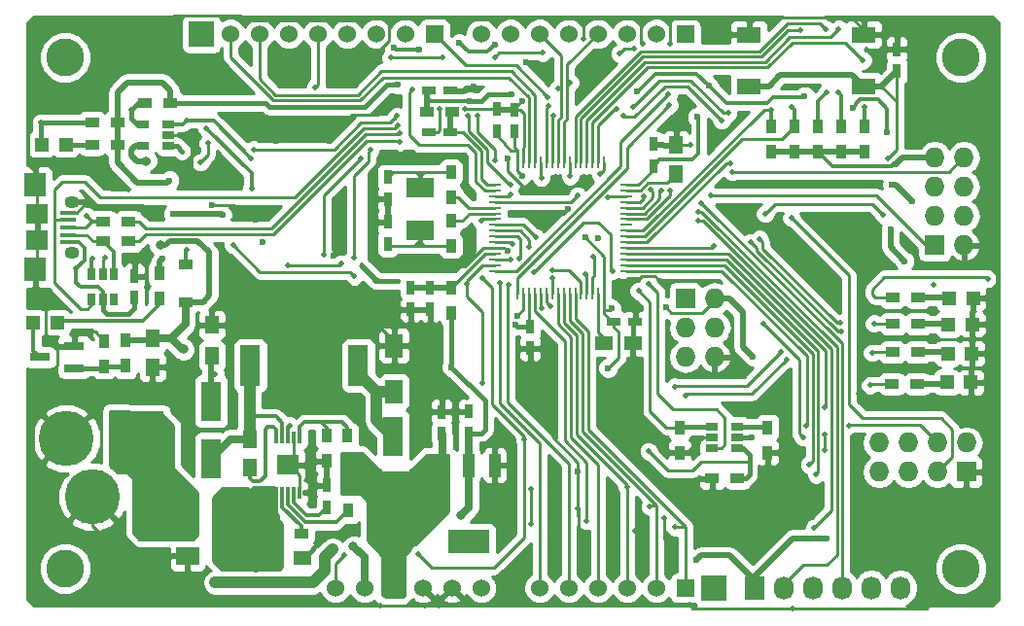
<source format=gtl>
G04 #@! TF.FileFunction,Copper,L1,Top,Signal*
%FSLAX46Y46*%
G04 Gerber Fmt 4.6, Leading zero omitted, Abs format (unit mm)*
G04 Created by KiCad (PCBNEW 4.0.0-rc1-stable) date 01/12/2015 21:12:57*
%MOMM*%
G01*
G04 APERTURE LIST*
%ADD10C,0.100000*%
%ADD11R,2.000000X1.600000*%
%ADD12R,1.500000X1.250000*%
%ADD13R,0.750000X1.200000*%
%ADD14R,1.250000X1.500000*%
%ADD15R,1.600000X2.000000*%
%ADD16R,1.200000X0.750000*%
%ADD17C,4.800600*%
%ADD18R,4.800600X4.800600*%
%ADD19R,1.727200X2.032000*%
%ADD20O,1.727200X2.032000*%
%ADD21R,1.727200X1.727200*%
%ADD22O,1.727200X1.727200*%
%ADD23R,3.500120X1.800860*%
%ADD24R,1.800860X3.500120*%
%ADD25R,1.220000X0.910000*%
%ADD26R,1.198880X1.198880*%
%ADD27R,0.300000X1.020000*%
%ADD28R,1.900000X1.730000*%
%ADD29R,3.657600X2.032000*%
%ADD30R,1.016000X2.032000*%
%ADD31R,0.650000X1.060000*%
%ADD32R,1.060000X0.650000*%
%ADD33R,1.780000X3.560000*%
%ADD34R,0.900000X1.200000*%
%ADD35R,2.235200X2.235200*%
%ADD36R,1.900000X1.800000*%
%ADD37R,1.900000X2.100000*%
%ADD38R,1.350000X0.400000*%
%ADD39O,1.300000X1.050000*%
%ADD40R,1.800860X0.800100*%
%ADD41R,1.200000X0.900000*%
%ADD42R,1.300000X1.500000*%
%ADD43R,2.100000X1.400000*%
%ADD44R,1.524000X1.524000*%
%ADD45C,1.524000*%
%ADD46R,1.000000X0.250000*%
%ADD47R,0.250000X1.000000*%
%ADD48R,2.400000X1.700000*%
%ADD49C,3.300000*%
%ADD50C,0.800000*%
%ADD51C,0.600000*%
%ADD52C,0.500000*%
%ADD53C,1.000000*%
%ADD54C,0.300000*%
%ADD55C,0.250000*%
%ADD56C,0.400000*%
%ADD57C,0.500000*%
%ADD58C,0.700000*%
%ADD59C,0.254000*%
G04 APERTURE END LIST*
D10*
D11*
X128679960Y-121930160D03*
X124679960Y-121930160D03*
D12*
X132191440Y-122069860D03*
X134691440Y-122069860D03*
D13*
X136770000Y-117670000D03*
X136770000Y-115770000D03*
X146791680Y-111287600D03*
X146791680Y-109387600D03*
D14*
X130060700Y-114267300D03*
X130060700Y-111767300D03*
D13*
X149128480Y-111226640D03*
X149128480Y-109326640D03*
D15*
X142661640Y-107613200D03*
X142661640Y-103613200D03*
D13*
X144100000Y-98550000D03*
X144100000Y-100450000D03*
X145800000Y-98550000D03*
X145800000Y-100450000D03*
D14*
X121615200Y-102991600D03*
X121615200Y-105491600D03*
D13*
X186415680Y-79684920D03*
X186415680Y-77784920D03*
X142100000Y-90850000D03*
X142100000Y-88950000D03*
X142100000Y-92850000D03*
X142100000Y-94750000D03*
X120037860Y-97553740D03*
X120037860Y-99453740D03*
D12*
X160950000Y-103400000D03*
X163450000Y-103400000D03*
D14*
X167200000Y-88650000D03*
X167200000Y-86150000D03*
D13*
X154500000Y-101950000D03*
X154500000Y-103850000D03*
D16*
X145650000Y-81400000D03*
X147550000Y-81400000D03*
D13*
X153160000Y-84940000D03*
X153160000Y-83040000D03*
D16*
X161750000Y-101500000D03*
X163650000Y-101500000D03*
X147550000Y-85000000D03*
X145650000Y-85000000D03*
D13*
X165200000Y-87950000D03*
X165200000Y-86050000D03*
X151610000Y-84910000D03*
X151610000Y-83010000D03*
D17*
X114106960Y-111704120D03*
D18*
X120202960Y-111704120D03*
D17*
X116392960Y-116784120D03*
D19*
X174040000Y-124700000D03*
D20*
X176580000Y-124700000D03*
X179120000Y-124700000D03*
X181660000Y-124700000D03*
X184200000Y-124700000D03*
X186740000Y-124700000D03*
D21*
X168010840Y-99500000D03*
D22*
X170550840Y-99500000D03*
X168010840Y-102040000D03*
X170550840Y-102040000D03*
X168010840Y-104580000D03*
X170550840Y-104580000D03*
D23*
X128788160Y-118242080D03*
X123789440Y-118242080D03*
D24*
X126707900Y-113449100D03*
X126707900Y-108450380D03*
X142549880Y-116550440D03*
X142549880Y-111551720D03*
D25*
X124470000Y-99815000D03*
X124470000Y-96545000D03*
D26*
X113339880Y-101589840D03*
X111241840Y-101589840D03*
X114069020Y-86080000D03*
X111970980Y-86080000D03*
X190958280Y-99459500D03*
X193056320Y-99459500D03*
X190907180Y-101764800D03*
X193005220Y-101764800D03*
X190848280Y-104306300D03*
X192946320Y-104306300D03*
X190776380Y-106788400D03*
X192874420Y-106788400D03*
D27*
X132425440Y-116397700D03*
X132933440Y-116397700D03*
X133441440Y-116397700D03*
X133949440Y-116397700D03*
X134457440Y-116397700D03*
X134457440Y-111592700D03*
X133949440Y-111592700D03*
X133441440Y-111592700D03*
X132933440Y-111592700D03*
X132425440Y-111592700D03*
D28*
X133441440Y-113995200D03*
D29*
X149143720Y-120650000D03*
D30*
X149143720Y-114046000D03*
X146857720Y-114046000D03*
X151429720Y-114046000D03*
D31*
X118237040Y-97391040D03*
X117287040Y-97391040D03*
X116337040Y-97391040D03*
X116337040Y-99591040D03*
X118237040Y-99591040D03*
X117287040Y-99591040D03*
D32*
X122989520Y-86217800D03*
X122989520Y-85267800D03*
X122989520Y-84317800D03*
X120789520Y-84317800D03*
X120789520Y-86217800D03*
D33*
X130135900Y-105346500D03*
X139535900Y-105346500D03*
D34*
X147650000Y-100750000D03*
X147650000Y-98550000D03*
D35*
X170525160Y-124714000D03*
X125870000Y-76454000D03*
D36*
X111594900Y-94456900D03*
D37*
X111414900Y-89616900D03*
X111414900Y-96996900D03*
D38*
X114269900Y-93306900D03*
X114269900Y-92656900D03*
X114269900Y-92006900D03*
X114269900Y-93956900D03*
X114269900Y-94606900D03*
D39*
X114594900Y-91081900D03*
X114594900Y-95531900D03*
D36*
X111594900Y-92156900D03*
D21*
X192468500Y-114592100D03*
D22*
X192468500Y-112052100D03*
X189928500Y-114592100D03*
X189928500Y-112052100D03*
X187388500Y-114592100D03*
X187388500Y-112052100D03*
X184848500Y-114592100D03*
X184848500Y-112052100D03*
D21*
X189712600Y-94856300D03*
D22*
X192252600Y-94856300D03*
X189712600Y-92316300D03*
X192252600Y-92316300D03*
X189712600Y-89776300D03*
X192252600Y-89776300D03*
X189712600Y-87236300D03*
X192252600Y-87236300D03*
D40*
X114810540Y-105557360D03*
X114810540Y-103657360D03*
X111808260Y-104607360D03*
D41*
X132397320Y-120002300D03*
X134597320Y-120002300D03*
D34*
X138640000Y-115780000D03*
X138640000Y-117980000D03*
D42*
X126791720Y-104504480D03*
X126791720Y-101804480D03*
D34*
X138602720Y-113632160D03*
X138602720Y-111432160D03*
X136779000Y-111462640D03*
X136779000Y-113662640D03*
X122224800Y-97312300D03*
X122224800Y-99512300D03*
X117388640Y-103182240D03*
X117388640Y-105382240D03*
X119268240Y-103172080D03*
X119268240Y-105372080D03*
X167510000Y-112920000D03*
X167510000Y-110720000D03*
D41*
X172548000Y-115162000D03*
X170348000Y-115162000D03*
D34*
X175160000Y-110720000D03*
X175160000Y-112920000D03*
X147600000Y-90700000D03*
X147600000Y-88500000D03*
X147600000Y-92700000D03*
X147600000Y-94900000D03*
D41*
X119550360Y-94515940D03*
X117350360Y-94515940D03*
X119550360Y-92801440D03*
X117350360Y-92801440D03*
X118550000Y-86120000D03*
X116350000Y-86120000D03*
X116350000Y-84150000D03*
X118550000Y-84150000D03*
X120962240Y-82478880D03*
X123162240Y-82478880D03*
D34*
X179578000Y-84498000D03*
X179578000Y-86698000D03*
X177546000Y-84498000D03*
X177546000Y-86698000D03*
X175514000Y-84498000D03*
X175514000Y-86698000D03*
X183642000Y-84498000D03*
X183642000Y-86698000D03*
X181610000Y-84498000D03*
X181610000Y-86698000D03*
D41*
X188268600Y-99383300D03*
X186068600Y-99383300D03*
X188290000Y-101720000D03*
X186090000Y-101720000D03*
X188234800Y-104192000D03*
X186034800Y-104192000D03*
X188210000Y-106940000D03*
X186010000Y-106940000D03*
X147700000Y-83200000D03*
X145500000Y-83200000D03*
D43*
X173536600Y-81012860D03*
X173536600Y-76512860D03*
X183536600Y-81012860D03*
X183536600Y-76512860D03*
D32*
X170348000Y-110656000D03*
X170348000Y-111606000D03*
X170348000Y-112556000D03*
X172548000Y-112556000D03*
X172548000Y-110656000D03*
X172548000Y-111606000D03*
D44*
X168019000Y-76454000D03*
D45*
X162939000Y-76454000D03*
X160399000Y-76454000D03*
X157859000Y-76454000D03*
X155319000Y-76454000D03*
X152779000Y-76454000D03*
X150239000Y-76454000D03*
D44*
X146175000Y-76454000D03*
D45*
X143635000Y-76454000D03*
X141095000Y-76454000D03*
X138555000Y-76454000D03*
X136015000Y-76454000D03*
X133479000Y-76454000D03*
X165479000Y-76454000D03*
D44*
X168019000Y-124714000D03*
D45*
X165479000Y-124714000D03*
X162939000Y-124714000D03*
X160399000Y-124714000D03*
X157859000Y-124714000D03*
X155319000Y-124714000D03*
X150239000Y-124714000D03*
X145159000Y-124714000D03*
X142619000Y-124714000D03*
X140079000Y-124714000D03*
X137539000Y-124714000D03*
X147699000Y-124714000D03*
X130939000Y-76454000D03*
X128399000Y-76454000D03*
D46*
X151475200Y-89595000D03*
X151475200Y-90095000D03*
X151475200Y-90595000D03*
X151475200Y-91095000D03*
X151475200Y-91595000D03*
X151475200Y-92095000D03*
X151475200Y-92595000D03*
X151475200Y-93095000D03*
X151475200Y-93595000D03*
X151475200Y-94095000D03*
X151475200Y-94595000D03*
X151475200Y-95095000D03*
X151475200Y-95595000D03*
X151475200Y-96095000D03*
X151475200Y-96595000D03*
X151475200Y-97095000D03*
D47*
X153425200Y-99045000D03*
X153925200Y-99045000D03*
X154425200Y-99045000D03*
X154925200Y-99045000D03*
X155425200Y-99045000D03*
X155925200Y-99045000D03*
X156425200Y-99045000D03*
X156925200Y-99045000D03*
X157425200Y-99045000D03*
X157925200Y-99045000D03*
X158425200Y-99045000D03*
X158925200Y-99045000D03*
X159425200Y-99045000D03*
X159925200Y-99045000D03*
X160425200Y-99045000D03*
X160925200Y-99045000D03*
D46*
X162875200Y-97095000D03*
X162875200Y-96595000D03*
X162875200Y-96095000D03*
X162875200Y-95595000D03*
X162875200Y-95095000D03*
X162875200Y-94595000D03*
X162875200Y-94095000D03*
X162875200Y-93595000D03*
X162875200Y-93095000D03*
X162875200Y-92595000D03*
X162875200Y-92095000D03*
X162875200Y-91595000D03*
X162875200Y-91095000D03*
X162875200Y-90595000D03*
X162875200Y-90095000D03*
X162875200Y-89595000D03*
D47*
X160925200Y-87645000D03*
X160425200Y-87645000D03*
X159925200Y-87645000D03*
X159425200Y-87645000D03*
X158925200Y-87645000D03*
X158425200Y-87645000D03*
X157925200Y-87645000D03*
X157425200Y-87645000D03*
X156925200Y-87645000D03*
X156425200Y-87645000D03*
X155925200Y-87645000D03*
X155425200Y-87645000D03*
X154925200Y-87645000D03*
X154425200Y-87645000D03*
X153925200Y-87645000D03*
X153425200Y-87645000D03*
D48*
X144890000Y-93560000D03*
X144890000Y-89860000D03*
D49*
X114000000Y-78500000D03*
X114000000Y-123000000D03*
X192000000Y-123000000D03*
X192000000Y-78500000D03*
D50*
X130560000Y-122810000D03*
X130870000Y-116710000D03*
X131550000Y-118670000D03*
X127590000Y-120070000D03*
X130450000Y-120620000D03*
D51*
X122580000Y-75830000D03*
D52*
X112510000Y-103230000D03*
X129540000Y-75184000D03*
X148336000Y-75184000D03*
X151490000Y-75160000D03*
X171970000Y-102670000D03*
X172550000Y-105580000D03*
X165790000Y-98000000D03*
X136370000Y-120250000D03*
X133441440Y-113995200D03*
X175560000Y-75690000D03*
X177290000Y-81120000D03*
X189600000Y-100580000D03*
X189650000Y-98290000D03*
X189590000Y-103000000D03*
X179680000Y-96110000D03*
X181780000Y-93990000D03*
X177300000Y-95860000D03*
X171400000Y-91670000D03*
X171220000Y-89600000D03*
X188370000Y-105540000D03*
X184450000Y-105660000D03*
X183110000Y-107780000D03*
X183210000Y-116190000D03*
X188670000Y-116230000D03*
X177000000Y-112850000D03*
X179760000Y-116230000D03*
X173280000Y-108970000D03*
X176270000Y-108020000D03*
X180180000Y-111340000D03*
X180170000Y-112670000D03*
X167640000Y-83470000D03*
X171540000Y-80670000D03*
X170340000Y-86170000D03*
X168450000Y-86090000D03*
X166700000Y-77300000D03*
X164290000Y-77320000D03*
X159120000Y-76880000D03*
X159240000Y-79920000D03*
X161700000Y-77360000D03*
X142110000Y-82580000D03*
X146610000Y-83000000D03*
D51*
X149560000Y-81070000D03*
D52*
X148790000Y-82970000D03*
D51*
X141020000Y-78170000D03*
X153790000Y-82300000D03*
X155980000Y-80130000D03*
X154170000Y-78930000D03*
X158640000Y-114550000D03*
X154310000Y-108370000D03*
X156390000Y-108490000D03*
X156330000Y-106090000D03*
X153740000Y-105750000D03*
X156440000Y-103520000D03*
X153390000Y-100980000D03*
X160440000Y-94270000D03*
X152520000Y-95380000D03*
X152900000Y-92130000D03*
X152500000Y-87320000D03*
X157000000Y-89570000D03*
X157760000Y-91740000D03*
X130640000Y-92610000D03*
X136860000Y-103750000D03*
X132360000Y-99410000D03*
X144810000Y-111530000D03*
X131160000Y-94560000D03*
X126770000Y-91330000D03*
X148010000Y-112430000D03*
X137970000Y-90690000D03*
X137350000Y-95790000D03*
X128200000Y-81150000D03*
X135150000Y-77950000D03*
X137060000Y-77810000D03*
X138770000Y-80530000D03*
X129660000Y-77850000D03*
X132810000Y-80510000D03*
X132200000Y-77440000D03*
X128770000Y-83880000D03*
X130230000Y-84940000D03*
X132040000Y-84390000D03*
X137850000Y-84270000D03*
X137040000Y-85750000D03*
X132360000Y-85790000D03*
X129110000Y-80850000D03*
X127260000Y-78720000D03*
X127200000Y-87800000D03*
X128710000Y-89590000D03*
X123350000Y-87900000D03*
X125010000Y-85260000D03*
X135060000Y-106030000D03*
X138190000Y-108990000D03*
X132830000Y-108100000D03*
X132970000Y-104690000D03*
X131010000Y-101810000D03*
X128640000Y-101510000D03*
X129190000Y-99210000D03*
X128100000Y-96760000D03*
D52*
X140990000Y-101590000D03*
X144560000Y-102260000D03*
X146410000Y-102430000D03*
X146430000Y-104970000D03*
X144730000Y-104520000D03*
X146430000Y-107040000D03*
X160710000Y-106560000D03*
X163850000Y-105430000D03*
X165190000Y-111630000D03*
X160900000Y-108310000D03*
X161570000Y-110960000D03*
X163940000Y-113680000D03*
X166590000Y-123250000D03*
X171870000Y-120720000D03*
X170970000Y-118400000D03*
X172980000Y-119100000D03*
X175220000Y-117670000D03*
X177450000Y-118260000D03*
X176740000Y-116370000D03*
X175080000Y-114970000D03*
X173550000Y-116700000D03*
X170160000Y-117080000D03*
X167520000Y-116490000D03*
X166140000Y-118650000D03*
X159150000Y-123230000D03*
X161650000Y-123260000D03*
X164210000Y-123380000D03*
X163610000Y-119750000D03*
X161910000Y-118300000D03*
X161440000Y-121250000D03*
X159270000Y-120740000D03*
X158600000Y-117750000D03*
X156750000Y-117250000D03*
X156630000Y-120990000D03*
X154610000Y-119100000D03*
X154610000Y-116070000D03*
X156680000Y-123200000D03*
X152770000Y-111950000D03*
X151700000Y-111910000D03*
X152750000Y-118240000D03*
X152690000Y-116260000D03*
X150650000Y-116310000D03*
X150600000Y-118470000D03*
X154430000Y-121220000D03*
X111820000Y-107370000D03*
X116590000Y-107680000D03*
X121990000Y-107740000D03*
X111440000Y-115020000D03*
X111560000Y-117730000D03*
X114150000Y-120020000D03*
X111370000Y-121730000D03*
X111590000Y-125460000D03*
X114000000Y-125960000D03*
X117770000Y-125920000D03*
X117510000Y-95920000D03*
X119940000Y-95920000D03*
X113390000Y-99870000D03*
X111390000Y-99550000D03*
X114950000Y-102410000D03*
X111640000Y-94470000D03*
X111594900Y-92156900D03*
X116490000Y-91340000D03*
X121230000Y-91830000D03*
X119540000Y-90020000D03*
X116210000Y-88160000D03*
X117860000Y-88720000D03*
X114180000Y-87990000D03*
X111820000Y-87720000D03*
X111190000Y-81790000D03*
X117490000Y-75830000D03*
X112170000Y-75750000D03*
X111210000Y-77480000D03*
X134690000Y-75290000D03*
X139610000Y-75150000D03*
X144660000Y-75120000D03*
X170650000Y-75960000D03*
X166640000Y-75080000D03*
X161710000Y-75100000D03*
X156700000Y-75150000D03*
X117660000Y-77700000D03*
X119920000Y-77060000D03*
X122910000Y-77390000D03*
X125560000Y-80130000D03*
X124720000Y-81470000D03*
X123190000Y-79600000D03*
X118830000Y-79600000D03*
X116330000Y-80020000D03*
X117390000Y-81300000D03*
X116620000Y-82520000D03*
X113470000Y-82340000D03*
X188040000Y-82810000D03*
X193740000Y-82810000D03*
X192340000Y-81310000D03*
X189540000Y-81810000D03*
X188680000Y-79100000D03*
X188990000Y-76670000D03*
X190750000Y-75770000D03*
X194710000Y-76670000D03*
X194940000Y-81530000D03*
X194960000Y-86450000D03*
X194990000Y-91480000D03*
X195150000Y-95590000D03*
X195070000Y-99210000D03*
X194770000Y-101730000D03*
X194650000Y-104970000D03*
X194730000Y-108810000D03*
X194910000Y-112880000D03*
X194520000Y-117410000D03*
X189320000Y-126150000D03*
X188790000Y-120780000D03*
X187300000Y-122220000D03*
X183910000Y-119370000D03*
X187340000Y-118910000D03*
X192790000Y-119210000D03*
X194730000Y-120210000D03*
X194910000Y-122690000D03*
X194260000Y-125900000D03*
X190880000Y-125990000D03*
X177340000Y-126480000D03*
X118440000Y-121320000D03*
X121430000Y-122150000D03*
X122180000Y-123750000D03*
X118940000Y-123380000D03*
X116980000Y-124670000D03*
X168370000Y-126170000D03*
X120310000Y-125420000D03*
X125060000Y-125900000D03*
X131630000Y-125900000D03*
X138780000Y-126090000D03*
X141470000Y-126210000D03*
X145350000Y-126270000D03*
X146490000Y-126210000D03*
X149450000Y-126150000D03*
X151660000Y-126200000D03*
X152020000Y-124250000D03*
X153360000Y-123630000D03*
X153390000Y-126040000D03*
X156800000Y-126120000D03*
X159290000Y-126040000D03*
X161940000Y-126180000D03*
X164260000Y-126180000D03*
X166420000Y-126150000D03*
D50*
X122270000Y-94860000D03*
X121070000Y-87520000D03*
X140780000Y-117840000D03*
X137320000Y-121350000D03*
X127060000Y-124240000D03*
X124330000Y-103940000D03*
D51*
X142970000Y-80900000D03*
X149210000Y-82300000D03*
X151420000Y-77390000D03*
X148320000Y-77230000D03*
X144800000Y-77800000D03*
X142630000Y-77650000D03*
X161280000Y-105560000D03*
X147650000Y-105510000D03*
X153250000Y-101800000D03*
X161560000Y-100360000D03*
X166310000Y-100280000D03*
X185540000Y-85030000D03*
X182600000Y-82910000D03*
X178400000Y-81850000D03*
X163780000Y-81430000D03*
X152890000Y-81710000D03*
X169020000Y-83700000D03*
X170070000Y-80970000D03*
X153790000Y-88790000D03*
X159270000Y-94160000D03*
X123100000Y-89210000D03*
X122520000Y-96020000D03*
X123380000Y-92120000D03*
X127690000Y-92200000D03*
X186290000Y-87840000D03*
X186010000Y-89610000D03*
X187760000Y-91050000D03*
X185880000Y-93460000D03*
X187110000Y-96250000D03*
X173890000Y-104580000D03*
X173820000Y-111590000D03*
X180330000Y-120380000D03*
X169000000Y-122290000D03*
D50*
X139110000Y-121090000D03*
X148450000Y-118410000D03*
D52*
X185630000Y-87340000D03*
X154000000Y-111750000D03*
X150240000Y-92740000D03*
X138310000Y-121820000D03*
X144780000Y-121770000D03*
X150300000Y-97680000D03*
X130420000Y-86520000D03*
X166700000Y-90080000D03*
X142860000Y-83620000D03*
X124190000Y-86670000D03*
X114960000Y-96890000D03*
X124590000Y-95250000D03*
X169164000Y-91948000D03*
X160600000Y-88680000D03*
X161290000Y-90678000D03*
X169418000Y-91186000D03*
X135770000Y-81120000D03*
X156470000Y-97720000D03*
X155530000Y-100310000D03*
X156220000Y-100160000D03*
X133540000Y-110570000D03*
X127060000Y-106060000D03*
X130210000Y-87270000D03*
X111920000Y-84170000D03*
X124560000Y-84020000D03*
X165010416Y-90019584D03*
X143120000Y-85100000D03*
X164420000Y-90590000D03*
X143150000Y-85870000D03*
X142940000Y-84400000D03*
X165900000Y-90070000D03*
X119770000Y-83080000D03*
X130230000Y-89930000D03*
X126310000Y-84640000D03*
X157990000Y-88840000D03*
X169130000Y-92720000D03*
X179240000Y-119470000D03*
X159400000Y-118880000D03*
X152810000Y-96090000D03*
X126450000Y-85990000D03*
X125810000Y-87630000D03*
X128630000Y-94830000D03*
X139200000Y-97570000D03*
X115910000Y-92300000D03*
X116420000Y-96030000D03*
X177240000Y-92470000D03*
X171960000Y-87690000D03*
X178500000Y-110550000D03*
X182270000Y-110550000D03*
X178800000Y-113960000D03*
X180170000Y-108970000D03*
X179410000Y-114830000D03*
X178250000Y-111600000D03*
X174770000Y-101670000D03*
X170490000Y-94910000D03*
X156510000Y-83550000D03*
X170250000Y-90540000D03*
X136540000Y-95680000D03*
X176360000Y-104130000D03*
X167110000Y-107180000D03*
X150320000Y-106900000D03*
X139720000Y-87310000D03*
X142350000Y-78540000D03*
X146880000Y-78480000D03*
X148960000Y-98250000D03*
X176830000Y-104790000D03*
X168050000Y-107980000D03*
X162939000Y-115911000D03*
X185260000Y-92250000D03*
X174960000Y-92110000D03*
X158620000Y-90530000D03*
X162290000Y-78180000D03*
X163530000Y-77740000D03*
X155570000Y-78110000D03*
X151400000Y-78460000D03*
X144220000Y-81260000D03*
X156080000Y-82720000D03*
X172070000Y-88480000D03*
X163940000Y-98850000D03*
X154970000Y-94180000D03*
X164820000Y-112820000D03*
X133430000Y-96580000D03*
X138090000Y-96450000D03*
X164920000Y-117610000D03*
X167080000Y-119420000D03*
X180240000Y-76050000D03*
X180340000Y-81534000D03*
X177292000Y-82804000D03*
X175514000Y-83058000D03*
X183470000Y-78760000D03*
X183642000Y-82804000D03*
X181360000Y-76010000D03*
X181356000Y-81534000D03*
X161650000Y-97090000D03*
X154840000Y-97200000D03*
X154440000Y-94990000D03*
X194320000Y-97780000D03*
X171750000Y-83350000D03*
X163460000Y-82800000D03*
X157960000Y-80730000D03*
X184440000Y-101680000D03*
X171180000Y-84000000D03*
X162650000Y-83600000D03*
X156950000Y-81230000D03*
X184280000Y-104240000D03*
X181520000Y-101630000D03*
X174440000Y-94300000D03*
X160010000Y-95890000D03*
X149900000Y-83560000D03*
X151450000Y-87460000D03*
X184080000Y-107070000D03*
X181580000Y-102400000D03*
X173720000Y-94590000D03*
X149090000Y-83620000D03*
X152820000Y-89570000D03*
X159350000Y-97380000D03*
X139130000Y-95910000D03*
X140590000Y-86560000D03*
X155460000Y-88970000D03*
X164790000Y-98190000D03*
X152770000Y-90470000D03*
X166530000Y-81710000D03*
X156020000Y-81940000D03*
X162050000Y-82980000D03*
X156440000Y-97010000D03*
X166630000Y-82670000D03*
X152930000Y-94750000D03*
X152640000Y-98270000D03*
X151880000Y-98170000D03*
X153540000Y-96030000D03*
X178040000Y-76150000D03*
D53*
X130580000Y-122830000D02*
X130600000Y-122830000D01*
X130560000Y-122810000D02*
X130580000Y-122830000D01*
X130450000Y-120620000D02*
X130450000Y-119770000D01*
X130450000Y-119770000D02*
X131550000Y-118670000D01*
X127550000Y-120030000D02*
X127510000Y-120030000D01*
X127590000Y-120070000D02*
X127550000Y-120030000D01*
X130450000Y-120620000D02*
X129139840Y-121930160D01*
X129139840Y-121930160D02*
X128679960Y-121930160D01*
D54*
X132397320Y-120002300D02*
X132397320Y-121863980D01*
X132397320Y-121863980D02*
X132191440Y-122069860D01*
X128679960Y-121930160D02*
X128679960Y-118350280D01*
X128679960Y-118350280D02*
X128788160Y-118242080D01*
X132191440Y-122069860D02*
X128819660Y-122069860D01*
X128819660Y-122069860D02*
X128679960Y-121930160D01*
X132425440Y-116397700D02*
X132425440Y-116245440D01*
X132425440Y-116245440D02*
X132210000Y-116030000D01*
X130450000Y-116030000D02*
X128788160Y-117691840D01*
X132210000Y-116030000D02*
X130450000Y-116030000D01*
X128788160Y-117691840D02*
X128788160Y-118242080D01*
X128788160Y-118242080D02*
X131067920Y-118242080D01*
X132230000Y-116593140D02*
X132425440Y-116397700D01*
X132230000Y-117080000D02*
X132230000Y-116593140D01*
X131067920Y-118242080D02*
X132230000Y-117080000D01*
X132425440Y-116397700D02*
X132425440Y-119974180D01*
X132425440Y-119974180D02*
X132397320Y-120002300D01*
D55*
X122580000Y-75830000D02*
X122550000Y-75830000D01*
X122550000Y-75830000D02*
X122580000Y-75830000D01*
X112510000Y-103230000D02*
X112510000Y-102800000D01*
X111880000Y-99550000D02*
X111390000Y-99550000D01*
X112310000Y-99980000D02*
X111880000Y-99550000D01*
X112310000Y-102600000D02*
X112310000Y-99980000D01*
X112510000Y-102800000D02*
X112310000Y-102600000D01*
X112510000Y-103230000D02*
X112570000Y-103230000D01*
X112937360Y-103657360D02*
X112510000Y-103230000D01*
X114810540Y-103657360D02*
X112937360Y-103657360D01*
X111820000Y-106860000D02*
X111820000Y-107370000D01*
X113360000Y-105320000D02*
X111820000Y-106860000D01*
X113360000Y-104020000D02*
X113360000Y-105320000D01*
X112570000Y-103230000D02*
X113360000Y-104020000D01*
X129540000Y-75184000D02*
X129542000Y-75182000D01*
X129542000Y-75182000D02*
X129540000Y-75184000D01*
X129540000Y-75184000D02*
X129540000Y-75180000D01*
X148336000Y-75220000D02*
X148270000Y-75220000D01*
X148336000Y-75184000D02*
X148336000Y-75220000D01*
X164150000Y-75070000D02*
X166630000Y-75070000D01*
X166630000Y-75070000D02*
X166640000Y-75080000D01*
X159180000Y-75090000D02*
X161700000Y-75090000D01*
X161700000Y-75090000D02*
X161710000Y-75100000D01*
X156690000Y-75160000D02*
X156700000Y-75150000D01*
X148270000Y-75220000D02*
X151430000Y-75220000D01*
X151430000Y-75220000D02*
X151490000Y-75160000D01*
X142190000Y-75100000D02*
X144640000Y-75100000D01*
X144640000Y-75100000D02*
X144660000Y-75120000D01*
X137330000Y-75240000D02*
X139520000Y-75240000D01*
X139520000Y-75240000D02*
X139610000Y-75150000D01*
X132130000Y-75260000D02*
X134660000Y-75260000D01*
X134660000Y-75260000D02*
X134690000Y-75290000D01*
X171970000Y-102670000D02*
X171970000Y-103970000D01*
X172550000Y-104550000D02*
X172550000Y-105580000D01*
X171970000Y-103970000D02*
X172550000Y-104550000D01*
X163650000Y-101500000D02*
X163650000Y-100400000D01*
X165350000Y-97560000D02*
X165790000Y-98000000D01*
X164240000Y-97560000D02*
X165350000Y-97560000D01*
X164070000Y-97730000D02*
X164240000Y-97560000D01*
X163000000Y-97730000D02*
X164070000Y-97730000D01*
X162390000Y-98340000D02*
X163000000Y-97730000D01*
X162390000Y-99140000D02*
X162390000Y-98340000D01*
X163650000Y-100400000D02*
X162390000Y-99140000D01*
D56*
X163450000Y-103400000D02*
X163450000Y-101700000D01*
X163450000Y-101700000D02*
X163650000Y-101500000D01*
D55*
X134691440Y-122069860D02*
X134800140Y-122069860D01*
D56*
X134800140Y-122069860D02*
X136370000Y-120500000D01*
X136370000Y-120500000D02*
X136370000Y-120250000D01*
D55*
X134457440Y-116397700D02*
X134457440Y-114912560D01*
X134457440Y-114912560D02*
X133540080Y-113995200D01*
X133540080Y-113995200D02*
X133441440Y-113995200D01*
X133949440Y-111592700D02*
X133949440Y-113487200D01*
X133949440Y-113487200D02*
X133441440Y-113995200D01*
X183440000Y-100730000D02*
X183630000Y-100540000D01*
X183630000Y-100540000D02*
X189560000Y-100540000D01*
X189560000Y-100540000D02*
X189600000Y-100580000D01*
X183440000Y-102920000D02*
X183440000Y-100730000D01*
X184450000Y-105660000D02*
X183460000Y-105660000D01*
X183460000Y-105660000D02*
X183250000Y-105450000D01*
X189510000Y-102920000D02*
X189590000Y-103000000D01*
X183410000Y-102920000D02*
X183440000Y-102920000D01*
X183440000Y-102920000D02*
X189510000Y-102920000D01*
X183250000Y-103080000D02*
X183410000Y-102920000D01*
X183250000Y-105450000D02*
X183250000Y-103080000D01*
X179680000Y-96110000D02*
X177550000Y-96110000D01*
X177550000Y-96110000D02*
X177300000Y-95860000D01*
X184450000Y-105660000D02*
X188250000Y-105660000D01*
X188250000Y-105660000D02*
X188370000Y-105540000D01*
X183110000Y-107780000D02*
X183110000Y-106010000D01*
X183110000Y-106010000D02*
X183460000Y-105660000D01*
X192874420Y-106788400D02*
X192874420Y-108835580D01*
X184100000Y-108770000D02*
X183110000Y-107780000D01*
X192808840Y-108770000D02*
X184100000Y-108770000D01*
X192874420Y-108835580D02*
X192808840Y-108770000D01*
X188630000Y-116190000D02*
X183210000Y-116190000D01*
X188670000Y-116230000D02*
X188630000Y-116190000D01*
X175660000Y-108020000D02*
X174710000Y-108970000D01*
X174710000Y-108970000D02*
X173280000Y-108970000D01*
X176270000Y-108020000D02*
X175660000Y-108020000D01*
X180180000Y-112660000D02*
X180180000Y-111340000D01*
X180170000Y-112670000D02*
X180180000Y-112660000D01*
X167200000Y-83910000D02*
X167640000Y-83470000D01*
X167200000Y-86150000D02*
X167200000Y-83910000D01*
X168390000Y-86150000D02*
X167200000Y-86150000D01*
X168450000Y-86090000D02*
X168390000Y-86150000D01*
X166640000Y-75080000D02*
X166640000Y-77240000D01*
X166640000Y-77240000D02*
X166700000Y-77300000D01*
X164150000Y-75070000D02*
X164150000Y-77180000D01*
X164150000Y-77180000D02*
X164290000Y-77320000D01*
X159120000Y-75150000D02*
X159120000Y-76880000D01*
X159240000Y-79920000D02*
X159240000Y-79820000D01*
X159240000Y-79820000D02*
X161700000Y-77360000D01*
X159120000Y-75150000D02*
X159180000Y-75090000D01*
X137850000Y-84270000D02*
X138200000Y-84270000D01*
X141170000Y-83520000D02*
X142110000Y-82580000D01*
X138950000Y-83520000D02*
X141170000Y-83520000D01*
X138200000Y-84270000D02*
X138950000Y-83520000D01*
X145650000Y-85000000D02*
X146470000Y-85000000D01*
X146610000Y-84860000D02*
X146610000Y-83000000D01*
X146470000Y-85000000D02*
X146610000Y-84860000D01*
X151610000Y-83010000D02*
X150120000Y-83010000D01*
X149230000Y-81400000D02*
X149560000Y-81070000D01*
X149230000Y-81400000D02*
X147550000Y-81400000D01*
X150080000Y-82970000D02*
X148790000Y-82970000D01*
X150120000Y-83010000D02*
X150080000Y-82970000D01*
X141020000Y-78170000D02*
X141110000Y-78170000D01*
X142190000Y-77090000D02*
X142190000Y-75100000D01*
X141110000Y-78170000D02*
X142190000Y-77090000D01*
X153160000Y-82930000D02*
X153790000Y-82300000D01*
X155980000Y-80130000D02*
X154780000Y-78930000D01*
X154780000Y-78930000D02*
X154170000Y-78930000D01*
X153160000Y-83040000D02*
X153160000Y-82930000D01*
X153925200Y-87645000D02*
X153925200Y-86379998D01*
X153630000Y-83040000D02*
X153160000Y-83040000D01*
X153975198Y-83385198D02*
X153630000Y-83040000D01*
X153975198Y-86330000D02*
X153975198Y-83385198D01*
X153925200Y-86379998D02*
X153975198Y-86330000D01*
X156390000Y-108490000D02*
X156390000Y-111550000D01*
X158640000Y-113800000D02*
X158640000Y-114550000D01*
X156390000Y-111550000D02*
X158640000Y-113800000D01*
X156330000Y-106090000D02*
X156330000Y-108430000D01*
X156330000Y-108430000D02*
X156390000Y-108490000D01*
X154500000Y-103850000D02*
X154500000Y-104990000D01*
X156250000Y-106170000D02*
X156240000Y-106170000D01*
X156330000Y-106090000D02*
X156250000Y-106170000D01*
X154500000Y-104990000D02*
X153740000Y-105750000D01*
X153925200Y-99045000D02*
X153925200Y-100444800D01*
X156110000Y-103850000D02*
X154500000Y-103850000D01*
X156440000Y-103520000D02*
X156110000Y-103850000D01*
X153925200Y-100444800D02*
X153390000Y-100980000D01*
X152900000Y-92130000D02*
X157370000Y-92130000D01*
X152235000Y-95095000D02*
X152520000Y-95380000D01*
X151475200Y-95095000D02*
X152235000Y-95095000D01*
X152500000Y-88410000D02*
X152500000Y-87320000D01*
X154450000Y-90360000D02*
X152500000Y-88410000D01*
X156210000Y-90360000D02*
X154450000Y-90360000D01*
X157000000Y-89570000D02*
X156210000Y-90360000D01*
X157370000Y-92130000D02*
X157760000Y-91740000D01*
X130640000Y-92610000D02*
X129900000Y-92610000D01*
X136860000Y-103750000D02*
X132520000Y-99410000D01*
X132520000Y-99410000D02*
X132360000Y-99410000D01*
X128620000Y-91330000D02*
X126770000Y-91330000D01*
X129900000Y-92610000D02*
X128620000Y-91330000D01*
X147980000Y-112460000D02*
X147980000Y-112530000D01*
X148010000Y-112430000D02*
X147980000Y-112460000D01*
X137970000Y-90690000D02*
X137970000Y-95170000D01*
X137970000Y-95170000D02*
X137350000Y-95790000D01*
X125560000Y-80130000D02*
X127180000Y-80130000D01*
X127180000Y-80130000D02*
X128200000Y-81150000D01*
X141020000Y-78170000D02*
X141020000Y-78280000D01*
X132200000Y-77520000D02*
X132630000Y-77950000D01*
X132630000Y-77950000D02*
X135150000Y-77950000D01*
X137060000Y-77810000D02*
X137420000Y-78170000D01*
X137420000Y-78170000D02*
X141020000Y-78170000D01*
X132200000Y-77440000D02*
X132200000Y-77520000D01*
X141020000Y-78280000D02*
X138770000Y-80530000D01*
X132810000Y-78050000D02*
X132810000Y-80510000D01*
X132200000Y-77440000D02*
X132810000Y-78050000D01*
X128770000Y-83880000D02*
X129830000Y-84940000D01*
X129830000Y-84940000D02*
X130230000Y-84940000D01*
X132040000Y-84390000D02*
X132160000Y-84270000D01*
X132160000Y-84270000D02*
X137850000Y-84270000D01*
X137040000Y-85750000D02*
X137000000Y-85790000D01*
X137000000Y-85790000D02*
X132360000Y-85790000D01*
X125560000Y-80130000D02*
X125850000Y-80130000D01*
X129600000Y-81340000D02*
X129600000Y-81360000D01*
X129110000Y-80850000D02*
X129600000Y-81340000D01*
X125850000Y-80130000D02*
X127260000Y-78720000D01*
X128710000Y-89590000D02*
X125040000Y-89590000D01*
X125010000Y-88420000D02*
X125250000Y-88660000D01*
X125250000Y-88660000D02*
X126340000Y-88660000D01*
X126340000Y-88660000D02*
X127200000Y-87800000D01*
X125010000Y-85260000D02*
X125010000Y-88420000D01*
X125040000Y-89590000D02*
X123350000Y-87900000D01*
X122989520Y-85267800D02*
X125002200Y-85267800D01*
X125002200Y-85267800D02*
X125010000Y-85260000D01*
X126791720Y-101804480D02*
X126791720Y-100388280D01*
X133720000Y-108990000D02*
X138190000Y-108990000D01*
X132830000Y-108100000D02*
X133720000Y-108990000D01*
X132970000Y-103770000D02*
X132970000Y-104690000D01*
X131010000Y-101810000D02*
X132970000Y-103770000D01*
X128640000Y-99760000D02*
X128640000Y-101510000D01*
X129190000Y-99210000D02*
X128640000Y-99760000D01*
X128100000Y-99080000D02*
X128100000Y-96760000D01*
X126791720Y-100388280D02*
X128100000Y-99080000D01*
X142661640Y-103613200D02*
X142661640Y-103261640D01*
X142661640Y-103261640D02*
X140990000Y-101590000D01*
X144560000Y-102260000D02*
X144730000Y-102430000D01*
X144730000Y-102430000D02*
X146410000Y-102430000D01*
X146430000Y-104970000D02*
X145980000Y-104520000D01*
X145980000Y-104520000D02*
X144730000Y-104520000D01*
X146430000Y-107040000D02*
X146440000Y-107050000D01*
X146440000Y-107050000D02*
X146470000Y-107050000D01*
X167520000Y-116490000D02*
X166750000Y-116490000D01*
X160710000Y-106560000D02*
X160710000Y-106590000D01*
X163850000Y-110290000D02*
X163850000Y-105430000D01*
X165190000Y-111630000D02*
X163850000Y-110290000D01*
X160900000Y-110290000D02*
X160900000Y-108310000D01*
X161570000Y-110960000D02*
X160900000Y-110290000D01*
X166750000Y-116490000D02*
X163940000Y-113680000D01*
X170348000Y-111606000D02*
X169274000Y-111606000D01*
X168080000Y-112920000D02*
X167510000Y-112920000D01*
X168760000Y-112240000D02*
X168080000Y-112920000D01*
X168760000Y-112120000D02*
X168760000Y-112240000D01*
X169274000Y-111606000D02*
X168760000Y-112120000D01*
X166590000Y-123250000D02*
X166590000Y-120930000D01*
X171870000Y-119300000D02*
X171870000Y-120720000D01*
X170970000Y-118400000D02*
X171870000Y-119300000D01*
X173790000Y-119100000D02*
X172980000Y-119100000D01*
X175220000Y-117670000D02*
X173790000Y-119100000D01*
X177450000Y-117080000D02*
X177450000Y-118260000D01*
X176740000Y-116370000D02*
X177450000Y-117080000D01*
X175080000Y-115170000D02*
X175080000Y-114970000D01*
X173550000Y-116700000D02*
X175080000Y-115170000D01*
X168110000Y-117080000D02*
X170160000Y-117080000D01*
X167520000Y-116490000D02*
X168110000Y-117080000D01*
X166140000Y-120480000D02*
X166140000Y-118650000D01*
X166590000Y-120930000D02*
X166140000Y-120480000D01*
X164210000Y-120350000D02*
X164210000Y-123380000D01*
X163610000Y-119750000D02*
X164210000Y-120350000D01*
X161910000Y-120780000D02*
X161910000Y-118300000D01*
X161440000Y-121250000D02*
X161910000Y-120780000D01*
X158680000Y-120150000D02*
X159270000Y-120740000D01*
X158680000Y-117830000D02*
X158680000Y-120150000D01*
X158600000Y-117750000D02*
X158680000Y-117830000D01*
X156750000Y-120870000D02*
X156750000Y-117250000D01*
X156630000Y-120990000D02*
X156750000Y-120870000D01*
X154610000Y-116070000D02*
X154610000Y-119100000D01*
X151429720Y-114046000D02*
X151429720Y-112180280D01*
X151429720Y-112180280D02*
X151700000Y-111910000D01*
X150650000Y-116310000D02*
X150650000Y-116280000D01*
X151429720Y-115500280D02*
X151429720Y-114046000D01*
X150650000Y-116280000D02*
X151429720Y-115500280D01*
X153360000Y-123630000D02*
X153360000Y-122290000D01*
X152750000Y-116320000D02*
X152750000Y-118240000D01*
X152690000Y-116260000D02*
X152750000Y-116320000D01*
X150650000Y-118420000D02*
X150650000Y-116310000D01*
X150600000Y-118470000D02*
X150650000Y-118420000D01*
X153360000Y-122290000D02*
X154430000Y-121220000D01*
X111820000Y-107370000D02*
X112130000Y-107680000D01*
X112130000Y-107680000D02*
X116590000Y-107680000D01*
X121990000Y-107740000D02*
X121280000Y-108450000D01*
X121280000Y-108450000D02*
X111840000Y-108450000D01*
X111840000Y-108450000D02*
X111180000Y-109110000D01*
X111180000Y-109110000D02*
X111180000Y-114760000D01*
X111180000Y-114760000D02*
X111440000Y-115020000D01*
X111560000Y-117730000D02*
X113850000Y-120020000D01*
X113850000Y-120020000D02*
X114150000Y-120020000D01*
X111370000Y-121730000D02*
X111590000Y-121950000D01*
X111590000Y-121950000D02*
X111590000Y-125460000D01*
X114000000Y-125960000D02*
X114040000Y-125920000D01*
X114040000Y-125920000D02*
X117770000Y-125920000D01*
X117287040Y-96142960D02*
X117510000Y-95920000D01*
X117287040Y-97391040D02*
X117287040Y-96142960D01*
X120037860Y-96017860D02*
X120037860Y-97553740D01*
X119940000Y-95920000D02*
X120037860Y-96017860D01*
X114950000Y-102410000D02*
X116616400Y-102410000D01*
X116616400Y-102410000D02*
X117388640Y-103182240D01*
X111414900Y-99525100D02*
X111390000Y-99550000D01*
X111414900Y-97396900D02*
X111414900Y-99525100D01*
X114810540Y-102549460D02*
X114810540Y-103657360D01*
X114950000Y-102410000D02*
X114810540Y-102549460D01*
X111640000Y-94470000D02*
X111626900Y-94456900D01*
X111626900Y-94456900D02*
X111594900Y-94456900D01*
X111594900Y-94456900D02*
X111594900Y-97216900D01*
X111594900Y-97216900D02*
X111414900Y-97396900D01*
X111594900Y-92156900D02*
X111594900Y-94456900D01*
X111594900Y-92156900D02*
X111594900Y-89396900D01*
X111594900Y-89396900D02*
X111414900Y-89216900D01*
X114269900Y-92006900D02*
X114993100Y-92006900D01*
X115660000Y-91340000D02*
X116490000Y-91340000D01*
X114993100Y-92006900D02*
X115660000Y-91340000D01*
X110790000Y-87660000D02*
X111760000Y-87660000D01*
X120740000Y-91340000D02*
X116490000Y-91340000D01*
X121230000Y-91830000D02*
X120740000Y-91340000D01*
X118070000Y-90020000D02*
X119540000Y-90020000D01*
X116210000Y-88160000D02*
X118070000Y-90020000D01*
X117570000Y-88720000D02*
X117860000Y-88720000D01*
X116840000Y-87990000D02*
X117570000Y-88720000D01*
X114180000Y-87990000D02*
X116840000Y-87990000D01*
X111760000Y-87660000D02*
X111820000Y-87720000D01*
X111190000Y-81790000D02*
X111190000Y-83030000D01*
X111414900Y-88414900D02*
X111414900Y-89216900D01*
X110790000Y-87790000D02*
X111414900Y-88414900D01*
X110790000Y-83430000D02*
X110790000Y-87660000D01*
X110790000Y-87660000D02*
X110790000Y-87790000D01*
X111190000Y-83030000D02*
X110790000Y-83430000D01*
X122880000Y-75530000D02*
X122880000Y-75480000D01*
X122880000Y-75530000D02*
X122580000Y-75830000D01*
X122880000Y-75480000D02*
X123460000Y-74900000D01*
X123460000Y-74900000D02*
X129260000Y-74900000D01*
X129260000Y-74900000D02*
X129540000Y-75180000D01*
X129540000Y-75180000D02*
X129650000Y-75290000D01*
X122580000Y-75830000D02*
X117490000Y-75830000D01*
X112170000Y-75750000D02*
X111210000Y-76710000D01*
X111210000Y-76710000D02*
X111210000Y-77480000D01*
X132100000Y-75290000D02*
X129650000Y-75290000D01*
X132130000Y-75260000D02*
X132100000Y-75290000D01*
X137280000Y-75290000D02*
X134690000Y-75290000D01*
X137330000Y-75240000D02*
X137280000Y-75290000D01*
X142140000Y-75150000D02*
X139610000Y-75150000D01*
X142190000Y-75100000D02*
X142140000Y-75150000D01*
X170650000Y-75960000D02*
X169770000Y-75080000D01*
X169770000Y-75080000D02*
X166640000Y-75080000D01*
X164150000Y-75070000D02*
X164120000Y-75100000D01*
X164120000Y-75100000D02*
X161710000Y-75100000D01*
X159180000Y-75090000D02*
X159120000Y-75150000D01*
X159120000Y-75150000D02*
X156700000Y-75150000D01*
X119280000Y-77700000D02*
X117660000Y-77700000D01*
X119920000Y-77060000D02*
X119280000Y-77700000D01*
X122910000Y-77480000D02*
X122910000Y-77390000D01*
X125560000Y-80130000D02*
X122910000Y-77480000D01*
X124720000Y-81130000D02*
X124720000Y-81470000D01*
X123190000Y-79600000D02*
X124720000Y-81130000D01*
X116750000Y-79600000D02*
X118830000Y-79600000D01*
X116330000Y-80020000D02*
X116750000Y-79600000D01*
X117390000Y-81750000D02*
X117390000Y-81300000D01*
X116620000Y-82520000D02*
X117390000Y-81750000D01*
X111740000Y-82340000D02*
X113470000Y-82340000D01*
X111190000Y-81790000D02*
X111740000Y-82340000D01*
X183536600Y-76512860D02*
X183536600Y-76106600D01*
X183536600Y-76106600D02*
X182490000Y-75060000D01*
X182490000Y-75060000D02*
X174150000Y-75060000D01*
X174150000Y-75060000D02*
X173536600Y-75673400D01*
X173536600Y-75673400D02*
X173536600Y-76512860D01*
X192790000Y-119210000D02*
X192790000Y-119140000D01*
X187760000Y-77920000D02*
X189010000Y-76670000D01*
X187760000Y-82530000D02*
X187760000Y-77920000D01*
X188040000Y-82810000D02*
X187760000Y-82530000D01*
X193740000Y-82710000D02*
X193740000Y-82810000D01*
X192340000Y-81310000D02*
X193740000Y-82710000D01*
X189540000Y-79960000D02*
X189540000Y-81810000D01*
X188680000Y-79100000D02*
X189540000Y-79960000D01*
X189850000Y-76670000D02*
X188990000Y-76670000D01*
X190750000Y-75770000D02*
X189850000Y-76670000D01*
X194710000Y-81300000D02*
X194710000Y-76670000D01*
X194940000Y-81530000D02*
X194710000Y-81300000D01*
X194960000Y-91450000D02*
X194960000Y-86450000D01*
X194990000Y-91480000D02*
X194960000Y-91450000D01*
X195150000Y-99130000D02*
X195150000Y-95590000D01*
X195070000Y-99210000D02*
X195150000Y-99130000D01*
X194770000Y-104850000D02*
X194770000Y-101730000D01*
X194650000Y-104970000D02*
X194770000Y-104850000D01*
X194730000Y-112700000D02*
X194730000Y-108810000D01*
X194910000Y-112880000D02*
X194730000Y-112700000D01*
X192790000Y-119140000D02*
X194520000Y-117410000D01*
X186760000Y-122220000D02*
X187300000Y-122220000D01*
X183910000Y-119370000D02*
X186760000Y-122220000D01*
X192490000Y-118910000D02*
X187340000Y-118910000D01*
X192790000Y-119210000D02*
X192490000Y-118910000D01*
X194730000Y-122510000D02*
X194730000Y-120210000D01*
X194910000Y-122690000D02*
X194730000Y-122510000D01*
X190970000Y-125900000D02*
X194260000Y-125900000D01*
X190880000Y-125990000D02*
X190970000Y-125900000D01*
X177340000Y-126480000D02*
X188990000Y-126480000D01*
X188990000Y-126480000D02*
X189320000Y-126150000D01*
X168370000Y-126190000D02*
X168370000Y-126170000D01*
X168660000Y-126480000D02*
X168370000Y-126190000D01*
X177340000Y-126480000D02*
X168660000Y-126480000D01*
X116392960Y-116784120D02*
X116392960Y-119272960D01*
X116392960Y-119272960D02*
X118440000Y-121320000D01*
X121430000Y-122150000D02*
X122180000Y-122900000D01*
X122180000Y-122900000D02*
X122180000Y-123750000D01*
X118940000Y-123380000D02*
X117650000Y-124670000D01*
X117650000Y-124670000D02*
X116980000Y-124670000D01*
X166440000Y-126170000D02*
X168370000Y-126170000D01*
X120310000Y-125420000D02*
X120790000Y-125900000D01*
X120790000Y-125900000D02*
X125060000Y-125900000D01*
X131630000Y-125900000D02*
X131820000Y-126090000D01*
X131820000Y-126090000D02*
X138780000Y-126090000D01*
X141470000Y-126210000D02*
X141530000Y-126270000D01*
X141530000Y-126270000D02*
X145350000Y-126270000D01*
X146490000Y-126210000D02*
X146550000Y-126150000D01*
X146550000Y-126150000D02*
X149450000Y-126150000D01*
X151660000Y-126200000D02*
X152020000Y-125840000D01*
X152020000Y-125840000D02*
X152020000Y-124250000D01*
X153360000Y-123630000D02*
X153390000Y-123660000D01*
X153390000Y-123660000D02*
X153390000Y-126040000D01*
X156800000Y-126120000D02*
X156880000Y-126040000D01*
X156880000Y-126040000D02*
X159290000Y-126040000D01*
X161940000Y-126180000D02*
X164260000Y-126180000D01*
X166420000Y-126150000D02*
X166440000Y-126170000D01*
X149660000Y-95870000D02*
X149660000Y-95820000D01*
X149660000Y-95820000D02*
X150385000Y-95095000D01*
X151475200Y-95095000D02*
X150385000Y-95095000D01*
X140670000Y-93330000D02*
X140670000Y-91070000D01*
X140890000Y-90850000D02*
X142100000Y-90850000D01*
X140670000Y-91070000D02*
X140890000Y-90850000D01*
X141150000Y-92850000D02*
X142100000Y-92850000D01*
X140670000Y-93330000D02*
X141150000Y-92850000D01*
X140670000Y-95810000D02*
X140670000Y-93330000D01*
X141560000Y-96700000D02*
X140670000Y-95810000D01*
X148830000Y-96700000D02*
X141560000Y-96700000D01*
X149660000Y-95870000D02*
X148830000Y-96700000D01*
D54*
X133949440Y-116397700D02*
X133949440Y-117285220D01*
X136080000Y-118360000D02*
X136770000Y-117670000D01*
X135024220Y-118360000D02*
X136080000Y-118360000D01*
X133949440Y-117285220D02*
X135024220Y-118360000D01*
D57*
X122270000Y-94860000D02*
X122750000Y-94860000D01*
X125995000Y-99815000D02*
X126550000Y-99260000D01*
X126550000Y-99260000D02*
X126550000Y-95460000D01*
X125995000Y-99815000D02*
X124470000Y-99815000D01*
X125558694Y-94468694D02*
X126550000Y-95460000D01*
X123141306Y-94468694D02*
X125558694Y-94468694D01*
X122750000Y-94860000D02*
X123141306Y-94468694D01*
X121070000Y-87520000D02*
X120300000Y-87520000D01*
X120112200Y-86217800D02*
X120789520Y-86217800D01*
X119790000Y-86540000D02*
X120112200Y-86217800D01*
X119790000Y-87010000D02*
X119790000Y-86540000D01*
X120300000Y-87520000D02*
X119790000Y-87010000D01*
D58*
X121110000Y-87560000D02*
X121110000Y-87580000D01*
X121070000Y-87520000D02*
X121110000Y-87560000D01*
D56*
X124330000Y-103940000D02*
X124166800Y-103940000D01*
D53*
X140780000Y-117720000D02*
X140780000Y-117840000D01*
X137320000Y-121350000D02*
X136610000Y-122060000D01*
X136610000Y-122060000D02*
X136610000Y-123200000D01*
X136610000Y-123200000D02*
X135570000Y-124240000D01*
X135570000Y-124240000D02*
X127060000Y-124240000D01*
X141949560Y-116550440D02*
X140780000Y-117720000D01*
D58*
X124166800Y-103940000D02*
X123218400Y-102991600D01*
D53*
X142549880Y-116550440D02*
X141949560Y-116550440D01*
D58*
X121615200Y-102991600D02*
X123218400Y-102991600D01*
X124470000Y-101740000D02*
X124470000Y-99815000D01*
X123218400Y-102991600D02*
X124470000Y-101740000D01*
D57*
X119268240Y-103172080D02*
X121434720Y-103172080D01*
X121434720Y-103172080D02*
X121615200Y-102991600D01*
D58*
X146857720Y-114046000D02*
X146857720Y-111353640D01*
X146857720Y-111353640D02*
X146791680Y-111287600D01*
D54*
X142549880Y-116550440D02*
X142549880Y-124644880D01*
X142549880Y-124644880D02*
X142619000Y-124714000D01*
X142549880Y-116550440D02*
X144353280Y-116550440D01*
X144353280Y-116550440D02*
X146857720Y-114046000D01*
X138640000Y-115780000D02*
X141779440Y-115780000D01*
X141779440Y-115780000D02*
X142549880Y-116550440D01*
X138602720Y-113632160D02*
X139631600Y-113632160D01*
X139631600Y-113632160D02*
X142549880Y-116550440D01*
X138602720Y-113632160D02*
X138602720Y-115742720D01*
X138602720Y-115742720D02*
X138640000Y-115780000D01*
X132425440Y-111592700D02*
X132425440Y-110915440D01*
X130060700Y-115130700D02*
X130060700Y-114267300D01*
X130370000Y-115440000D02*
X130060700Y-115130700D01*
X130960000Y-115440000D02*
X130370000Y-115440000D01*
X131420000Y-114980000D02*
X130960000Y-115440000D01*
X131420000Y-110890000D02*
X131420000Y-114980000D01*
X131660000Y-110650000D02*
X131420000Y-110890000D01*
X132160000Y-110650000D02*
X131660000Y-110650000D01*
X132425440Y-110915440D02*
X132160000Y-110650000D01*
D53*
X130060700Y-111767300D02*
X130060700Y-105421700D01*
D57*
X130060700Y-105421700D02*
X130135900Y-105346500D01*
X126707900Y-113449100D02*
X126707900Y-113432100D01*
D58*
X126707900Y-113432100D02*
X128372700Y-111767300D01*
X128372700Y-111767300D02*
X130060700Y-111767300D01*
D54*
X130060700Y-111767300D02*
X130060700Y-110289300D01*
X132933440Y-110313440D02*
X132933440Y-111592700D01*
X132380000Y-109760000D02*
X132933440Y-110313440D01*
X130590000Y-109760000D02*
X132380000Y-109760000D01*
X130060700Y-110289300D02*
X130590000Y-109760000D01*
D56*
X129538880Y-82478880D02*
X131458880Y-82478880D01*
X142000000Y-80900000D02*
X142970000Y-80900000D01*
X123162240Y-82478880D02*
X129538880Y-82478880D01*
D54*
X150790000Y-78020000D02*
X151420000Y-77390000D01*
X149110000Y-78020000D02*
X150790000Y-78020000D01*
X148320000Y-77230000D02*
X149110000Y-78020000D01*
X142780000Y-77800000D02*
X144800000Y-77800000D01*
X142630000Y-77650000D02*
X142780000Y-77800000D01*
D56*
X140070000Y-82830000D02*
X142000000Y-80900000D01*
X131810000Y-82830000D02*
X140070000Y-82830000D01*
X131458880Y-82478880D02*
X131810000Y-82830000D01*
D55*
X153350000Y-86660000D02*
X153350000Y-86580000D01*
X153160000Y-86390000D02*
X153160000Y-84940000D01*
X153350000Y-86580000D02*
X153160000Y-86390000D01*
D57*
X118550000Y-86120000D02*
X118550000Y-87660000D01*
X118550000Y-87660000D02*
X120270000Y-89380000D01*
X118550000Y-84150000D02*
X118550000Y-86120000D01*
X119520000Y-80670000D02*
X119420000Y-80670000D01*
X123162240Y-81342240D02*
X122490000Y-80670000D01*
X122490000Y-80670000D02*
X119520000Y-80670000D01*
X123162240Y-82478880D02*
X123162240Y-81342240D01*
X118550000Y-81540000D02*
X118550000Y-84150000D01*
X119420000Y-80670000D02*
X118550000Y-81540000D01*
D55*
X161750000Y-101500000D02*
X161750000Y-101980000D01*
X162210000Y-104630000D02*
X161280000Y-105560000D01*
X162210000Y-102440000D02*
X162210000Y-104630000D01*
X161750000Y-101980000D02*
X162210000Y-102440000D01*
D56*
X147650000Y-105470000D02*
X147650000Y-105510000D01*
X153400000Y-101950000D02*
X154500000Y-101950000D01*
X153250000Y-101800000D02*
X153400000Y-101950000D01*
X149128480Y-111226640D02*
X150253360Y-111226640D01*
X147650000Y-105470000D02*
X147650000Y-100750000D01*
X150560000Y-108420000D02*
X147650000Y-105510000D01*
X150560000Y-110920000D02*
X150560000Y-108420000D01*
X150253360Y-111226640D02*
X150560000Y-110920000D01*
D55*
X170550840Y-99500000D02*
X170550840Y-99689160D01*
X170550840Y-99689160D02*
X169470000Y-100770000D01*
X161410000Y-100510000D02*
X160925200Y-100510000D01*
X161560000Y-100360000D02*
X161410000Y-100510000D01*
X166800000Y-100770000D02*
X166310000Y-100280000D01*
X169470000Y-100770000D02*
X166800000Y-100770000D01*
D54*
X185540000Y-82950000D02*
X185540000Y-85030000D01*
X184770000Y-82180000D02*
X185540000Y-82950000D01*
X183200000Y-82180000D02*
X184770000Y-82180000D01*
X182840000Y-82540000D02*
X183200000Y-82180000D01*
X182840000Y-82670000D02*
X182840000Y-82540000D01*
X182600000Y-82910000D02*
X182840000Y-82670000D01*
X171590000Y-82490000D02*
X170070000Y-80970000D01*
X175140000Y-82490000D02*
X171590000Y-82490000D01*
X175650000Y-81980000D02*
X175140000Y-82490000D01*
X178270000Y-81980000D02*
X175650000Y-81980000D01*
X178400000Y-81850000D02*
X178270000Y-81980000D01*
X163780000Y-81430000D02*
X163890000Y-81430000D01*
X163890000Y-81430000D02*
X165420000Y-79900000D01*
X165420000Y-79900000D02*
X169000000Y-79900000D01*
X169000000Y-79900000D02*
X170070000Y-80970000D01*
D56*
X149210000Y-82300000D02*
X150250000Y-82300000D01*
X150840000Y-81710000D02*
X152890000Y-81710000D01*
X150250000Y-82300000D02*
X150840000Y-81710000D01*
D54*
X165740000Y-87410000D02*
X165200000Y-87950000D01*
X168640000Y-87410000D02*
X165740000Y-87410000D01*
X169160000Y-86890000D02*
X168640000Y-87410000D01*
X169160000Y-83840000D02*
X169160000Y-86890000D01*
X169020000Y-83700000D02*
X169160000Y-83840000D01*
D55*
X160925200Y-99045000D02*
X160925200Y-95815200D01*
X153425200Y-88425200D02*
X153425200Y-87645000D01*
X153790000Y-88790000D02*
X153425200Y-88425200D01*
X160925200Y-95815200D02*
X159270000Y-94160000D01*
D54*
X149210000Y-82300000D02*
X145790000Y-82300000D01*
X145790000Y-82300000D02*
X145500000Y-82010000D01*
D57*
X122930000Y-89380000D02*
X120270000Y-89380000D01*
X123100000Y-89210000D02*
X122930000Y-89380000D01*
X122224800Y-96315200D02*
X122224800Y-97312300D01*
X122520000Y-96020000D02*
X122224800Y-96315200D01*
X127610000Y-92120000D02*
X123380000Y-92120000D01*
X127690000Y-92200000D02*
X127610000Y-92120000D01*
D54*
X186290000Y-87840000D02*
X186094998Y-87840000D01*
X180840000Y-87960000D02*
X179578000Y-86698000D01*
X185974998Y-87960000D02*
X180840000Y-87960000D01*
X186094998Y-87840000D02*
X185974998Y-87960000D01*
D57*
X186893700Y-87236300D02*
X189712600Y-87236300D01*
X186290000Y-87840000D02*
X186893700Y-87236300D01*
X186320000Y-89610000D02*
X186010000Y-89610000D01*
X187760000Y-91050000D02*
X186320000Y-89610000D01*
X185880000Y-95020000D02*
X185880000Y-93460000D01*
X187110000Y-96250000D02*
X185880000Y-95020000D01*
X171810000Y-99500000D02*
X170550840Y-99500000D01*
X173010000Y-100700000D02*
X171810000Y-99500000D01*
X173010000Y-103700000D02*
X173010000Y-100700000D01*
X173890000Y-104580000D02*
X173010000Y-103700000D01*
D56*
X173804000Y-111606000D02*
X173820000Y-111590000D01*
X172548000Y-111606000D02*
X173804000Y-111606000D01*
D57*
X177370000Y-120380000D02*
X180330000Y-120380000D01*
X177370000Y-120380000D02*
X174040000Y-123710000D01*
X174040000Y-124700000D02*
X174040000Y-123710000D01*
X174040000Y-124700000D02*
X174040000Y-124070000D01*
X174040000Y-124070000D02*
X171850000Y-121880000D01*
X171850000Y-121880000D02*
X169410000Y-121880000D01*
X169410000Y-121880000D02*
X169000000Y-122290000D01*
D55*
X161750000Y-101500000D02*
X161620000Y-101500000D01*
X161620000Y-101500000D02*
X160925200Y-100805200D01*
X160925200Y-100805200D02*
X160925200Y-100510000D01*
X160925200Y-100510000D02*
X160925200Y-99045000D01*
X154425200Y-99045000D02*
X154425200Y-101875200D01*
X154425200Y-101875200D02*
X154500000Y-101950000D01*
D57*
X145500000Y-83200000D02*
X145500000Y-82010000D01*
X145500000Y-82010000D02*
X145500000Y-81550000D01*
X145500000Y-81550000D02*
X145650000Y-81400000D01*
D55*
X151760000Y-84990000D02*
X151760000Y-85450000D01*
X151760000Y-85450000D02*
X152750000Y-86660000D01*
X152750000Y-86660000D02*
X153350000Y-86660000D01*
X153425200Y-86735200D02*
X153425200Y-87645000D01*
X153350000Y-86660000D02*
X153425200Y-86735200D01*
X162875200Y-89595000D02*
X163905000Y-89595000D01*
X163905000Y-89595000D02*
X165200000Y-88300000D01*
X165200000Y-88300000D02*
X165200000Y-87950000D01*
D57*
X183642000Y-86698000D02*
X181610000Y-86698000D01*
X181610000Y-86698000D02*
X179578000Y-86698000D01*
X177546000Y-86698000D02*
X179578000Y-86698000D01*
X175514000Y-86698000D02*
X177546000Y-86698000D01*
D58*
X149143720Y-114046000D02*
X149143720Y-117716280D01*
X140079000Y-122059000D02*
X140079000Y-124714000D01*
X139110000Y-121090000D02*
X140079000Y-122059000D01*
X149143720Y-117716280D02*
X148450000Y-118410000D01*
X149143720Y-114046000D02*
X149143720Y-111241880D01*
X149143720Y-111241880D02*
X149128480Y-111226640D01*
D53*
X141103200Y-107613200D02*
X141103200Y-110105040D01*
X141103200Y-110105040D02*
X142549880Y-111551720D01*
X139535900Y-105346500D02*
X139535900Y-106045900D01*
X139535900Y-106045900D02*
X141103200Y-107613200D01*
X141103200Y-107613200D02*
X142661640Y-107613200D01*
D55*
X147650000Y-98550000D02*
X147650000Y-98540000D01*
X147650000Y-98540000D02*
X150595000Y-95595000D01*
X150595000Y-95595000D02*
X151475200Y-95595000D01*
D57*
X145800000Y-98550000D02*
X144100000Y-98550000D01*
X147650000Y-98550000D02*
X145800000Y-98550000D01*
D55*
X185087740Y-81012860D02*
X185087740Y-81017740D01*
X185087740Y-81017740D02*
X186415680Y-82345680D01*
X186415680Y-79684920D02*
X186415680Y-82345680D01*
X186415680Y-82345680D02*
X186415680Y-86554320D01*
X186415680Y-86554320D02*
X185630000Y-87340000D01*
X154000000Y-111480000D02*
X154000000Y-111750000D01*
X150385000Y-92595000D02*
X150240000Y-92740000D01*
X151475200Y-92595000D02*
X150385000Y-92595000D01*
X137539000Y-122591000D02*
X137539000Y-124714000D01*
X138310000Y-121820000D02*
X137539000Y-122591000D01*
X145970000Y-122960000D02*
X144780000Y-121770000D01*
X151340000Y-122960000D02*
X145970000Y-122960000D01*
X154000000Y-120300000D02*
X151340000Y-122960000D01*
X154000000Y-111480000D02*
X154000000Y-120300000D01*
X151210000Y-108690000D02*
X154000000Y-111480000D01*
X151210000Y-98590000D02*
X151210000Y-108690000D01*
X150300000Y-97680000D02*
X151210000Y-98590000D01*
D57*
X173536600Y-81012860D02*
X175273140Y-81012860D01*
X182533740Y-80010000D02*
X183536600Y-81012860D01*
X176276000Y-80010000D02*
X182533740Y-80010000D01*
X175273140Y-81012860D02*
X176276000Y-80010000D01*
X183536600Y-81012860D02*
X185087740Y-81012860D01*
X185087740Y-81012860D02*
X186415680Y-79684920D01*
D56*
X144890000Y-89860000D02*
X144890000Y-88640000D01*
D55*
X144890000Y-89860000D02*
X144890000Y-88880000D01*
X144890000Y-88880000D02*
X145270000Y-88500000D01*
X144890000Y-89860000D02*
X144890000Y-88850000D01*
X144890000Y-88850000D02*
X144540000Y-88500000D01*
X144890000Y-88640000D02*
X144750000Y-88500000D01*
X147600000Y-88500000D02*
X145270000Y-88500000D01*
X145270000Y-88500000D02*
X144750000Y-88500000D01*
X144750000Y-88500000D02*
X144540000Y-88500000D01*
X144540000Y-88500000D02*
X142550000Y-88500000D01*
X142550000Y-88500000D02*
X142100000Y-88950000D01*
D56*
X144890000Y-93560000D02*
X144890000Y-94710000D01*
D55*
X144890000Y-93560000D02*
X144890000Y-94550000D01*
X144890000Y-94550000D02*
X145240000Y-94900000D01*
X144890000Y-94710000D02*
X144700000Y-94900000D01*
X144890000Y-93560000D02*
X144890000Y-94410000D01*
X144890000Y-94410000D02*
X144400000Y-94900000D01*
X147600000Y-94900000D02*
X145240000Y-94900000D01*
X145240000Y-94900000D02*
X144700000Y-94900000D01*
X144700000Y-94900000D02*
X144400000Y-94900000D01*
X144400000Y-94900000D02*
X142250000Y-94900000D01*
X142250000Y-94900000D02*
X142100000Y-94750000D01*
X137460000Y-86520000D02*
X137460000Y-86510000D01*
X137460000Y-86520000D02*
X130420000Y-86520000D01*
X142270002Y-84209998D02*
X142860000Y-83620000D01*
X139760002Y-84209998D02*
X142270002Y-84209998D01*
X137460000Y-86510000D02*
X139760002Y-84209998D01*
X162875200Y-92595000D02*
X164655000Y-92595000D01*
X164655000Y-92595000D02*
X166700000Y-90550000D01*
X166700000Y-90550000D02*
X166700000Y-90080000D01*
X142860000Y-83620000D02*
X142680000Y-83800000D01*
D56*
X122989520Y-86217800D02*
X123737800Y-86217800D01*
X123737800Y-86217800D02*
X124190000Y-86670000D01*
D54*
X124470000Y-96545000D02*
X124470000Y-95370000D01*
X124590000Y-95250000D02*
X124470000Y-95370000D01*
D56*
X120037860Y-99453740D02*
X120037860Y-100302140D01*
X117287040Y-100507040D02*
X117287040Y-99591040D01*
X117630000Y-100850000D02*
X117287040Y-100507040D01*
X119490000Y-100850000D02*
X117630000Y-100850000D01*
X120037860Y-100302140D02*
X119490000Y-100850000D01*
D54*
X114269900Y-94606900D02*
X115166900Y-94606900D01*
X117287040Y-98867040D02*
X117287040Y-99591040D01*
X116910000Y-98490000D02*
X117287040Y-98867040D01*
X115330000Y-98490000D02*
X116910000Y-98490000D01*
X114960000Y-98120000D02*
X115330000Y-98490000D01*
X114960000Y-96890000D02*
X114960000Y-98120000D01*
X115690000Y-96160000D02*
X114960000Y-96890000D01*
X115690000Y-95130000D02*
X115690000Y-96160000D01*
X115166900Y-94606900D02*
X115690000Y-95130000D01*
D55*
X160950000Y-103400000D02*
X160950000Y-102980000D01*
X160950000Y-102980000D02*
X160425200Y-102455200D01*
X160425200Y-102455200D02*
X160425200Y-99045000D01*
X167200000Y-88650000D02*
X167170000Y-88650000D01*
X167170000Y-88650000D02*
X166380000Y-89440000D01*
X166380000Y-89440000D02*
X164750000Y-89440000D01*
X164750000Y-89440000D02*
X164095000Y-90095000D01*
X164095000Y-90095000D02*
X162875200Y-90095000D01*
X148600000Y-85000000D02*
X150250000Y-86650000D01*
X150250000Y-86650000D02*
X150250000Y-89070000D01*
X150250000Y-89070000D02*
X150775000Y-89595000D01*
D57*
X147550000Y-85000000D02*
X147550000Y-83350000D01*
X147550000Y-83350000D02*
X147700000Y-83200000D01*
D55*
X147550000Y-85000000D02*
X148600000Y-85000000D01*
X150775000Y-89595000D02*
X151475200Y-89595000D01*
D53*
X120202960Y-111704120D02*
X120202960Y-113462960D01*
X120202960Y-113462960D02*
X121620000Y-114880000D01*
X121620000Y-114880000D02*
X121620000Y-116072640D01*
X121620000Y-116072640D02*
X123789440Y-118242080D01*
D55*
X160925200Y-87645000D02*
X160925200Y-88354800D01*
X169418000Y-91948000D02*
X169164000Y-91948000D01*
X181209998Y-103739998D02*
X169418000Y-91948000D01*
X181209998Y-121812002D02*
X181209998Y-103739998D01*
X180340000Y-122682000D02*
X181209998Y-121812002D01*
X178308000Y-122682000D02*
X180340000Y-122682000D01*
X178308000Y-122682000D02*
X176580000Y-124410000D01*
X160925200Y-88354800D02*
X160600000Y-88680000D01*
X176580000Y-124700000D02*
X176580000Y-124410000D01*
X181660000Y-124700000D02*
X181660000Y-103428000D01*
X161373000Y-90595000D02*
X162875200Y-90595000D01*
X161290000Y-90678000D02*
X161373000Y-90595000D01*
X181660000Y-103428000D02*
X169418000Y-91186000D01*
X136015000Y-80875000D02*
X136015000Y-76454000D01*
X135770000Y-81120000D02*
X136015000Y-80875000D01*
X156425200Y-97764800D02*
X156425200Y-99045000D01*
X156470000Y-97720000D02*
X156425200Y-97764800D01*
X155425200Y-100205200D02*
X155425200Y-99045000D01*
X155530000Y-100310000D02*
X155425200Y-100205200D01*
X155925200Y-99855200D02*
X155925200Y-99865200D01*
X155925200Y-99045000D02*
X155925200Y-99855200D01*
X155925200Y-99865200D02*
X156220000Y-100160000D01*
D54*
X126707900Y-106020000D02*
X127020000Y-106020000D01*
X133433442Y-110676558D02*
X133433442Y-111592700D01*
X133540000Y-110570000D02*
X133433442Y-110676558D01*
X127020000Y-106020000D02*
X127060000Y-106060000D01*
X133433442Y-111592700D02*
X133441440Y-111592700D01*
D57*
X126707900Y-108450380D02*
X126707900Y-106020000D01*
X126707900Y-106020000D02*
X126707900Y-104588300D01*
D54*
X126707900Y-104588300D02*
X126791720Y-104504480D01*
X126791720Y-104504480D02*
X127055520Y-104504480D01*
X133433442Y-111592700D02*
X133441440Y-111592700D01*
X122224800Y-99512300D02*
X122224800Y-99975200D01*
X122224800Y-99975200D02*
X120750000Y-101450000D01*
X120750000Y-101450000D02*
X113479720Y-101450000D01*
X113479720Y-101450000D02*
X113339880Y-101589840D01*
X111241840Y-101589840D02*
X111241840Y-104040940D01*
X111241840Y-104040940D02*
X111808260Y-104607360D01*
D56*
X116350000Y-86120000D02*
X114107120Y-86118100D01*
X114107120Y-86118100D02*
X114069020Y-86080000D01*
X111920000Y-84170000D02*
X111920000Y-86029020D01*
X111920000Y-86029020D02*
X111970980Y-86080000D01*
D54*
X124560000Y-84020000D02*
X126960000Y-84020000D01*
X126960000Y-84020000D02*
X130210000Y-87270000D01*
X122989520Y-84317800D02*
X124262200Y-84317800D01*
X111920000Y-84170000D02*
X111927100Y-84162900D01*
X124262200Y-84317800D02*
X124560000Y-84020000D01*
D56*
X111927100Y-84162900D02*
X116350000Y-84150000D01*
D57*
X188268600Y-99383300D02*
X190882080Y-99383300D01*
X190882080Y-99383300D02*
X190958280Y-99459500D01*
X188290000Y-101720000D02*
X190869080Y-101726700D01*
X190869080Y-101726700D02*
X190907180Y-101764800D01*
X188234800Y-104192000D02*
X190733980Y-104192000D01*
X190733980Y-104192000D02*
X190848280Y-104306300D01*
X188210000Y-106940000D02*
X190623980Y-106940800D01*
X190623980Y-106940800D02*
X190776380Y-106788400D01*
D54*
X132933440Y-116397700D02*
X132933440Y-117683440D01*
X134597320Y-119347320D02*
X134597320Y-120002300D01*
X132933440Y-117683440D02*
X134597320Y-119347320D01*
X133441440Y-116397700D02*
X133441440Y-117484330D01*
X137630000Y-118990000D02*
X138640000Y-117980000D01*
X134947110Y-118990000D02*
X137630000Y-118990000D01*
X133441440Y-117484330D02*
X134947110Y-118990000D01*
X138602720Y-111432160D02*
X138602720Y-110742720D01*
X138110000Y-110250000D02*
X136280000Y-110250000D01*
X138602720Y-110742720D02*
X138110000Y-110250000D01*
X136779000Y-111462640D02*
X136779000Y-110749000D01*
X134457440Y-110672560D02*
X134457440Y-111592700D01*
X134880000Y-110250000D02*
X134457440Y-110672560D01*
X136280000Y-110250000D02*
X134880000Y-110250000D01*
X136779000Y-110749000D02*
X136280000Y-110250000D01*
D55*
X142680000Y-85190000D02*
X143030000Y-85190000D01*
X143030000Y-85190000D02*
X143120000Y-85100000D01*
X164265000Y-91595000D02*
X165170000Y-90690000D01*
X165170000Y-90690000D02*
X165170000Y-90179168D01*
X165170000Y-90179168D02*
X165010416Y-90019584D01*
X162875200Y-91595000D02*
X164265000Y-91595000D01*
X143030000Y-85190000D02*
X142850000Y-85190000D01*
X143120000Y-85100000D02*
X143030000Y-85190000D01*
X120450360Y-92801440D02*
X119550360Y-92801440D01*
X121072608Y-93423688D02*
X131926312Y-93423688D01*
X131926312Y-93423688D02*
X140160000Y-85190000D01*
X140160000Y-85190000D02*
X142680000Y-85190000D01*
X142680000Y-85190000D02*
X142830000Y-85190000D01*
X120450360Y-92801440D02*
X121072608Y-93423688D01*
X142830000Y-85190000D02*
X143150000Y-85190000D01*
X163070200Y-91595000D02*
X162875200Y-91595000D01*
X163945000Y-91095000D02*
X164065000Y-91095000D01*
X162875200Y-91095000D02*
X163945000Y-91095000D01*
X120450360Y-94515940D02*
X121072608Y-93893692D01*
X143045003Y-85765003D02*
X143150000Y-85870000D01*
X140294997Y-85765003D02*
X143045003Y-85765003D01*
X132166308Y-93893692D02*
X140294997Y-85765003D01*
X121072608Y-93893692D02*
X132166308Y-93893692D01*
X120450360Y-94515940D02*
X119550360Y-94515940D01*
X164420000Y-90740000D02*
X164420000Y-90590000D01*
X164065000Y-91095000D02*
X164420000Y-90740000D01*
X162875200Y-92095000D02*
X164465000Y-92095000D01*
X113100000Y-90020000D02*
X113100000Y-92730000D01*
X113790000Y-89330000D02*
X113100000Y-90020000D01*
X115730000Y-89330000D02*
X113790000Y-89330000D01*
X117070000Y-90670000D02*
X115730000Y-89330000D01*
X134000000Y-90670000D02*
X117070000Y-90670000D01*
X140010000Y-84660000D02*
X134000000Y-90670000D01*
X142680000Y-84660000D02*
X140010000Y-84660000D01*
X142940000Y-84400000D02*
X142680000Y-84660000D01*
X165780000Y-90190000D02*
X165900000Y-90070000D01*
X165780000Y-90780000D02*
X165780000Y-90190000D01*
X164465000Y-92095000D02*
X165780000Y-90780000D01*
X114269900Y-92656900D02*
X113173100Y-92656900D01*
X115950000Y-100390000D02*
X116337040Y-100002960D01*
X115350000Y-100390000D02*
X115950000Y-100390000D01*
X113100000Y-98140000D02*
X115350000Y-100390000D01*
X113100000Y-92730000D02*
X113100000Y-98140000D01*
X113173100Y-92656900D02*
X113100000Y-92730000D01*
X116337040Y-100002960D02*
X116337040Y-99591040D01*
D54*
X130230000Y-88560000D02*
X130230000Y-89930000D01*
X126310000Y-84640000D02*
X130230000Y-88560000D01*
D56*
X120962240Y-82478880D02*
X120371120Y-82478880D01*
X120371120Y-82478880D02*
X119770000Y-83080000D01*
X119770000Y-83080000D02*
X119770000Y-83850000D01*
X119770000Y-83850000D02*
X120237800Y-84317800D01*
X120237800Y-84317800D02*
X120789520Y-84317800D01*
D55*
X157925200Y-88775200D02*
X157925200Y-87645000D01*
X157990000Y-88840000D02*
X157925200Y-88775200D01*
X169553602Y-92720000D02*
X169130000Y-92720000D01*
X180759996Y-103926394D02*
X169553602Y-92720000D01*
X180759996Y-117950004D02*
X180759996Y-103926394D01*
X179240000Y-119470000D02*
X180759996Y-117950004D01*
X154925200Y-100605200D02*
X157520000Y-103200000D01*
X157520000Y-103200000D02*
X157520000Y-111900000D01*
X157520000Y-111900000D02*
X159400000Y-113780000D01*
X159400000Y-113780000D02*
X159400000Y-118880000D01*
X154925200Y-99045000D02*
X154925200Y-100605200D01*
X152805000Y-96095000D02*
X152810000Y-96090000D01*
X151475200Y-96095000D02*
X152805000Y-96095000D01*
X126450000Y-86990000D02*
X126450000Y-85990000D01*
X125810000Y-87630000D02*
X126450000Y-86990000D01*
X130980000Y-97180000D02*
X128630000Y-94830000D01*
X138810000Y-97180000D02*
X130980000Y-97180000D01*
X139200000Y-97570000D02*
X138810000Y-97180000D01*
D54*
X116337040Y-97391040D02*
X116337040Y-96112960D01*
X116411440Y-92801440D02*
X117350360Y-92801440D01*
X115910000Y-92300000D02*
X116411440Y-92801440D01*
X116337040Y-96112960D02*
X116420000Y-96030000D01*
D55*
X114269900Y-93306900D02*
X115793100Y-93306900D01*
X116298560Y-92801440D02*
X117350360Y-92801440D01*
X115793100Y-93306900D02*
X116298560Y-92801440D01*
D54*
X118237040Y-97391040D02*
X118237040Y-95402620D01*
X118237040Y-95402620D02*
X117350360Y-94515940D01*
D55*
X114269900Y-93956900D02*
X115876900Y-93956900D01*
X116435940Y-94515940D02*
X117350360Y-94515940D01*
X115876900Y-93956900D02*
X116435940Y-94515940D01*
X191220000Y-113300600D02*
X189928500Y-114592100D01*
X191220000Y-110890000D02*
X191220000Y-113300600D01*
X190260000Y-109930000D02*
X191220000Y-110890000D01*
X183430000Y-109930000D02*
X190260000Y-109930000D01*
X182250000Y-108750000D02*
X183430000Y-109930000D01*
X182250000Y-97480000D02*
X182250000Y-108750000D01*
X177240000Y-92470000D02*
X182250000Y-97480000D01*
X162875200Y-94595000D02*
X164665000Y-94595000D01*
X171570000Y-87690000D02*
X171960000Y-87690000D01*
X164665000Y-94595000D02*
X171570000Y-87690000D01*
X162875200Y-97095000D02*
X171205000Y-97095000D01*
X178620000Y-110430000D02*
X178500000Y-110550000D01*
X178620000Y-104510000D02*
X178620000Y-110430000D01*
X171205000Y-97095000D02*
X178620000Y-104510000D01*
X188396400Y-110520000D02*
X189928500Y-112052100D01*
X182300000Y-110520000D02*
X188396400Y-110520000D01*
X182270000Y-110550000D02*
X182300000Y-110520000D01*
X162875200Y-96595000D02*
X171405000Y-96595000D01*
X179100000Y-113660000D02*
X178800000Y-113960000D01*
X179100000Y-104290000D02*
X179100000Y-113660000D01*
X171405000Y-96595000D02*
X179100000Y-104290000D01*
X171792204Y-95595000D02*
X180260000Y-104062796D01*
X180260000Y-104062796D02*
X180260000Y-108880000D01*
X180260000Y-108880000D02*
X180170000Y-108970000D01*
X162875200Y-95595000D02*
X171792204Y-95595000D01*
X162875200Y-96095000D02*
X171575000Y-96095000D01*
X179580000Y-114660000D02*
X179410000Y-114830000D01*
X179580000Y-104100000D02*
X179580000Y-114660000D01*
X171575000Y-96095000D02*
X179580000Y-104100000D01*
X162875200Y-95095000D02*
X170305000Y-95095000D01*
X177910000Y-111260000D02*
X178250000Y-111600000D01*
X177910000Y-104810000D02*
X177910000Y-111260000D01*
X174770000Y-101670000D02*
X177910000Y-104810000D01*
X170305000Y-95095000D02*
X170490000Y-94910000D01*
X156425200Y-83634800D02*
X156510000Y-83550000D01*
X156425200Y-87645000D02*
X156425200Y-83634800D01*
X184620000Y-90510000D02*
X188966300Y-94856300D01*
X170280000Y-90510000D02*
X184620000Y-90510000D01*
X170250000Y-90540000D02*
X170280000Y-90510000D01*
X188966300Y-94856300D02*
X189712600Y-94856300D01*
X136540000Y-95680000D02*
X136540000Y-95390000D01*
X136540000Y-95390000D02*
X136550000Y-95390000D01*
X136550000Y-95390000D02*
X136540000Y-95390000D01*
X148960000Y-98250000D02*
X148960000Y-99310000D01*
X173390000Y-107100000D02*
X176360000Y-104130000D01*
X167190000Y-107100000D02*
X173390000Y-107100000D01*
X167110000Y-107180000D02*
X167190000Y-107100000D01*
X150320000Y-100670000D02*
X150320000Y-106900000D01*
X148960000Y-99310000D02*
X150320000Y-100670000D01*
X151475200Y-96595000D02*
X150365000Y-96595000D01*
X136540000Y-95390000D02*
X136540000Y-90490000D01*
X136540000Y-90490000D02*
X139720000Y-87310000D01*
X142350000Y-78540000D02*
X142410000Y-78480000D01*
X142410000Y-78480000D02*
X146880000Y-78480000D01*
X136540000Y-95650000D02*
X136540000Y-95390000D01*
X148960000Y-98000000D02*
X148960000Y-98250000D01*
X150365000Y-96595000D02*
X148960000Y-98000000D01*
X162939000Y-115769000D02*
X162939000Y-115911000D01*
X173830000Y-107790000D02*
X176830000Y-104790000D01*
X168240000Y-107790000D02*
X173830000Y-107790000D01*
X168050000Y-107980000D02*
X168240000Y-107790000D01*
X157425200Y-99045000D02*
X157425200Y-101595200D01*
X162939000Y-115769000D02*
X162939000Y-124714000D01*
X158550000Y-111380000D02*
X162939000Y-115769000D01*
X158550000Y-102720000D02*
X158550000Y-111380000D01*
X157425200Y-101595200D02*
X158550000Y-102720000D01*
X151475200Y-91095000D02*
X158055000Y-91095000D01*
X184290000Y-91280000D02*
X185260000Y-92250000D01*
X175790000Y-91280000D02*
X184290000Y-91280000D01*
X174960000Y-92110000D02*
X175790000Y-91280000D01*
X158055000Y-91095000D02*
X158620000Y-90530000D01*
X162290000Y-78180000D02*
X162730000Y-77740000D01*
X162730000Y-77740000D02*
X163530000Y-77740000D01*
X143970000Y-83410000D02*
X143970000Y-81510000D01*
X150555000Y-90095000D02*
X149780000Y-89320000D01*
X149780000Y-89320000D02*
X149780000Y-86820000D01*
X149780000Y-86820000D02*
X149100000Y-86140000D01*
X149100000Y-86140000D02*
X144860000Y-86140000D01*
X144860000Y-86140000D02*
X143970000Y-85250000D01*
X143970000Y-85250000D02*
X143970000Y-83410000D01*
X151475200Y-90095000D02*
X150555000Y-90095000D01*
X151750000Y-78110000D02*
X155570000Y-78110000D01*
X151400000Y-78460000D02*
X151750000Y-78110000D01*
X143970000Y-81510000D02*
X144220000Y-81260000D01*
X192193700Y-87236300D02*
X190960000Y-88470000D01*
X156080000Y-82720000D02*
X155925200Y-82874800D01*
X155925200Y-82874800D02*
X155925200Y-87645000D01*
X172080000Y-88470000D02*
X190960000Y-88470000D01*
X172070000Y-88480000D02*
X172080000Y-88470000D01*
X192252600Y-87236300D02*
X192193700Y-87236300D01*
D56*
X117388640Y-105382240D02*
X119258080Y-105382240D01*
X119258080Y-105382240D02*
X119268240Y-105372080D01*
X114810540Y-105557360D02*
X117213520Y-105557360D01*
X117213520Y-105557360D02*
X117388640Y-105382240D01*
D55*
X151475200Y-93095000D02*
X153885000Y-93095000D01*
X166350000Y-110720000D02*
X167510000Y-110720000D01*
X164940000Y-109310000D02*
X166350000Y-110720000D01*
X164940000Y-99850000D02*
X164940000Y-109310000D01*
X163940000Y-98850000D02*
X164940000Y-99850000D01*
X153885000Y-93095000D02*
X154970000Y-94180000D01*
D56*
X170348000Y-110656000D02*
X167574000Y-110656000D01*
X167574000Y-110656000D02*
X167510000Y-110720000D01*
D55*
X169400000Y-113720000D02*
X173580000Y-113720000D01*
X168650000Y-114470000D02*
X169400000Y-113720000D01*
X166470000Y-114470000D02*
X168650000Y-114470000D01*
X164820000Y-112820000D02*
X166470000Y-114470000D01*
X137960000Y-96580000D02*
X133430000Y-96580000D01*
X138090000Y-96450000D02*
X137960000Y-96580000D01*
D56*
X172548000Y-112556000D02*
X172986000Y-112556000D01*
X172986000Y-112556000D02*
X173580000Y-113150000D01*
X173580000Y-113150000D02*
X173580000Y-113720000D01*
X173580000Y-113720000D02*
X173580000Y-114820000D01*
X173580000Y-114820000D02*
X173238000Y-115162000D01*
X173238000Y-115162000D02*
X172548000Y-115162000D01*
X172548000Y-110656000D02*
X175096000Y-110656000D01*
X175096000Y-110656000D02*
X175160000Y-110720000D01*
D55*
X151475200Y-91595000D02*
X149145000Y-91595000D01*
X148250000Y-90700000D02*
X147600000Y-90700000D01*
X149145000Y-91595000D02*
X148250000Y-90700000D01*
X147600000Y-92700000D02*
X148590000Y-92700000D01*
X149195000Y-92095000D02*
X151475200Y-92095000D01*
X148590000Y-92700000D02*
X149195000Y-92095000D01*
X164980000Y-117550000D02*
X165479000Y-117550000D01*
X164920000Y-117610000D02*
X164980000Y-117550000D01*
X157925200Y-99045000D02*
X157925200Y-101435200D01*
X165479000Y-117509000D02*
X165479000Y-117550000D01*
X165479000Y-117550000D02*
X165479000Y-124714000D01*
X159030000Y-111060000D02*
X165479000Y-117509000D01*
X159030000Y-102540000D02*
X159030000Y-111060000D01*
X157925200Y-101435200D02*
X159030000Y-102540000D01*
X167080000Y-119420000D02*
X167090000Y-119410000D01*
X167090000Y-119410000D02*
X168019000Y-119410000D01*
X158425200Y-99045000D02*
X158425200Y-101255200D01*
X168019000Y-119369000D02*
X168019000Y-119410000D01*
X168019000Y-119410000D02*
X168019000Y-124714000D01*
X159570000Y-110920000D02*
X168019000Y-119369000D01*
X159570000Y-102400000D02*
X159570000Y-110920000D01*
X158425200Y-101255200D02*
X159570000Y-102400000D01*
X164110000Y-77980000D02*
X174440000Y-77980000D01*
X158425200Y-83664800D02*
X164110000Y-77980000D01*
X158425200Y-87645000D02*
X158425200Y-83664800D01*
X179730000Y-75540000D02*
X180240000Y-76050000D01*
X176880000Y-75540000D02*
X179730000Y-75540000D01*
X174440000Y-77980000D02*
X176880000Y-75540000D01*
D54*
X179578000Y-84498000D02*
X179578000Y-82296000D01*
X179578000Y-82296000D02*
X180340000Y-81534000D01*
D55*
X162875200Y-94095000D02*
X164485000Y-94095000D01*
X176444000Y-85600000D02*
X177546000Y-84498000D01*
X172980000Y-85600000D02*
X176444000Y-85600000D01*
X164485000Y-94095000D02*
X172980000Y-85600000D01*
D54*
X177546000Y-83058000D02*
X177546000Y-84498000D01*
X177292000Y-82804000D02*
X177546000Y-83058000D01*
D55*
X162875200Y-93595000D02*
X164325000Y-93595000D01*
X174862000Y-83058000D02*
X175514000Y-83058000D01*
X164325000Y-93595000D02*
X174862000Y-83058000D01*
D54*
X175514000Y-84498000D02*
X175514000Y-83058000D01*
D55*
X159925200Y-87645000D02*
X159925200Y-84144800D01*
X181930000Y-77220000D02*
X183470000Y-78760000D01*
X177310000Y-77220000D02*
X181930000Y-77220000D01*
X175169998Y-79360002D02*
X177310000Y-77220000D01*
X164709998Y-79360002D02*
X175169998Y-79360002D01*
X159925200Y-84144800D02*
X164709998Y-79360002D01*
D54*
X183642000Y-82804000D02*
X183642000Y-84498000D01*
D55*
X159425200Y-87645000D02*
X159425200Y-83964800D01*
X180640000Y-76730000D02*
X181360000Y-76010000D01*
X177120000Y-76730000D02*
X180640000Y-76730000D01*
X174940000Y-78910000D02*
X177120000Y-76730000D01*
X164480000Y-78910000D02*
X174940000Y-78910000D01*
X159425200Y-83964800D02*
X164480000Y-78910000D01*
D54*
X181610000Y-84498000D02*
X181610000Y-81788000D01*
X181610000Y-81788000D02*
X181356000Y-81534000D01*
D55*
X151475200Y-93595000D02*
X153595000Y-93595000D01*
X161470000Y-96910000D02*
X161650000Y-97090000D01*
X161470000Y-93890000D02*
X161470000Y-96910000D01*
X160450000Y-92870000D02*
X161470000Y-93890000D01*
X159170000Y-92870000D02*
X160450000Y-92870000D01*
X154840000Y-97200000D02*
X159170000Y-92870000D01*
X154440000Y-94440000D02*
X154440000Y-94990000D01*
X153595000Y-93595000D02*
X154440000Y-94440000D01*
X157730000Y-80910000D02*
X157780000Y-80910000D01*
X184523300Y-99383300D02*
X186068600Y-99383300D01*
X184300000Y-99160000D02*
X184523300Y-99383300D01*
X184300000Y-98700000D02*
X184300000Y-99160000D01*
X185340000Y-97660000D02*
X184300000Y-98700000D01*
X194200000Y-97660000D02*
X185340000Y-97660000D01*
X194320000Y-97780000D02*
X194200000Y-97660000D01*
X171320000Y-83350000D02*
X171750000Y-83350000D01*
X168480000Y-80510000D02*
X171320000Y-83350000D01*
X165750000Y-80510000D02*
X168480000Y-80510000D01*
X163460000Y-82800000D02*
X165750000Y-80510000D01*
X157780000Y-80910000D02*
X157960000Y-80730000D01*
X157425200Y-87645000D02*
X157425200Y-84134800D01*
X157730000Y-79123000D02*
X160399000Y-76454000D01*
X157730000Y-83830000D02*
X157730000Y-80910000D01*
X157730000Y-80910000D02*
X157730000Y-79123000D01*
X157425200Y-84134800D02*
X157730000Y-83830000D01*
X157160000Y-81120000D02*
X157060000Y-81120000D01*
X184480000Y-101720000D02*
X186090000Y-101720000D01*
X184440000Y-101680000D02*
X184480000Y-101720000D01*
X168230000Y-81050000D02*
X171180000Y-84000000D01*
X166220000Y-81050000D02*
X168230000Y-81050000D01*
X163580000Y-83690000D02*
X166220000Y-81050000D01*
X162740000Y-83690000D02*
X163580000Y-83690000D01*
X162650000Y-83600000D02*
X162740000Y-83690000D01*
X157060000Y-81120000D02*
X156950000Y-81230000D01*
X157160000Y-83720000D02*
X157160000Y-81120000D01*
X157160000Y-81120000D02*
X157160000Y-78295000D01*
X156925200Y-83954800D02*
X157160000Y-83720000D01*
X156925200Y-87645000D02*
X156925200Y-83954800D01*
X157160000Y-78295000D02*
X155319000Y-76454000D01*
X184328000Y-104192000D02*
X186034800Y-104192000D01*
X184280000Y-104240000D02*
X184328000Y-104192000D01*
X181200000Y-101630000D02*
X181520000Y-101630000D01*
X174710000Y-95140000D02*
X181200000Y-101630000D01*
X174710000Y-94570000D02*
X174710000Y-95140000D01*
X174440000Y-94300000D02*
X174710000Y-94570000D01*
X160070000Y-97520000D02*
X160070000Y-95950000D01*
X159925200Y-97664800D02*
X160070000Y-97520000D01*
X159925200Y-99045000D02*
X159925200Y-97664800D01*
X160070000Y-95950000D02*
X160010000Y-95890000D01*
X149900000Y-85010000D02*
X149900000Y-83560000D01*
X151420000Y-86530000D02*
X149900000Y-85010000D01*
X151420000Y-87430000D02*
X151420000Y-86530000D01*
X151450000Y-87460000D02*
X151420000Y-87430000D01*
X184210000Y-106940000D02*
X186010000Y-106940000D01*
X184080000Y-107070000D02*
X184210000Y-106940000D01*
X181300000Y-102400000D02*
X181580000Y-102400000D01*
X174239199Y-95339199D02*
X181300000Y-102400000D01*
X174239199Y-95109199D02*
X174239199Y-95339199D01*
X173720000Y-94590000D02*
X174239199Y-95109199D01*
X149090000Y-83620000D02*
X149180000Y-83710000D01*
X149180000Y-83710000D02*
X149180000Y-84943602D01*
X149180000Y-84943602D02*
X150780000Y-86543602D01*
X150780000Y-86543602D02*
X150780000Y-87660000D01*
X150780000Y-87660000D02*
X152690000Y-89570000D01*
X152690000Y-89570000D02*
X152820000Y-89570000D01*
X159350000Y-97380000D02*
X159425200Y-97455200D01*
X159425200Y-99045000D02*
X159425200Y-97455200D01*
X155425200Y-87645000D02*
X155425200Y-88935200D01*
X139130000Y-88850000D02*
X139130000Y-95910000D01*
X140410000Y-87570000D02*
X139130000Y-88850000D01*
X140410000Y-86740000D02*
X140410000Y-87570000D01*
X140590000Y-86560000D02*
X140410000Y-86740000D01*
X155425200Y-88935200D02*
X155460000Y-88970000D01*
X151475200Y-90595000D02*
X152645000Y-90595000D01*
X171124000Y-112556000D02*
X170348000Y-112556000D01*
X171450000Y-112230000D02*
X171124000Y-112556000D01*
X171450000Y-109900000D02*
X171450000Y-112230000D01*
X170730000Y-109180000D02*
X171450000Y-109900000D01*
X166970000Y-109180000D02*
X170730000Y-109180000D01*
X165610000Y-107820000D02*
X166970000Y-109180000D01*
X165610000Y-99010000D02*
X165610000Y-107820000D01*
X164790000Y-98190000D02*
X165610000Y-99010000D01*
X152645000Y-90595000D02*
X152770000Y-90470000D01*
X153305000Y-97095000D02*
X151475200Y-97095000D01*
X162400000Y-88000000D02*
X153305000Y-97095000D01*
X162400000Y-85840000D02*
X162400000Y-88000000D01*
X166530000Y-81710000D02*
X162400000Y-85840000D01*
X160425200Y-87645000D02*
X160425200Y-84424800D01*
X148911000Y-79190000D02*
X146175000Y-76454000D01*
X153270000Y-79190000D02*
X148911000Y-79190000D01*
X156020000Y-81940000D02*
X153270000Y-79190000D01*
X161870000Y-82980000D02*
X162050000Y-82980000D01*
X160425200Y-84424800D02*
X161870000Y-82980000D01*
X156440000Y-97010000D02*
X157840000Y-97010000D01*
X157840000Y-97010000D02*
X158925200Y-98095200D01*
X158925200Y-98095200D02*
X158925200Y-99045000D01*
X153425200Y-97684800D02*
X153425200Y-99045000D01*
X162920000Y-88190000D02*
X153425200Y-97684800D01*
X162920000Y-86380000D02*
X162920000Y-88190000D01*
X166630000Y-82670000D02*
X162920000Y-86380000D01*
X156925200Y-99045000D02*
X156925200Y-101731598D01*
X160399000Y-113969000D02*
X160399000Y-124714000D01*
X158050000Y-111620000D02*
X160399000Y-113969000D01*
X158050000Y-102856398D02*
X158050000Y-111620000D01*
X156925200Y-101731598D02*
X158050000Y-102856398D01*
X152145000Y-94595000D02*
X152775000Y-94595000D01*
X151475200Y-94595000D02*
X152145000Y-94595000D01*
X152775000Y-94595000D02*
X152930000Y-94750000D01*
X157859000Y-113849000D02*
X157859000Y-124714000D01*
X152550000Y-108540000D02*
X157859000Y-113849000D01*
X152550000Y-98360000D02*
X152550000Y-108540000D01*
X152640000Y-98270000D02*
X152550000Y-98360000D01*
X151475200Y-94095000D02*
X153385000Y-94095000D01*
X155319000Y-112099000D02*
X155319000Y-124714000D01*
X151830000Y-108610000D02*
X155319000Y-112099000D01*
X151830000Y-98220000D02*
X151830000Y-108610000D01*
X151880000Y-98170000D02*
X151830000Y-98220000D01*
X153660000Y-95910000D02*
X153540000Y-96030000D01*
X153660000Y-94370000D02*
X153660000Y-95910000D01*
X153385000Y-94095000D02*
X153660000Y-94370000D01*
X154925200Y-87645000D02*
X154925200Y-81795200D01*
X130939000Y-80369000D02*
X130939000Y-76454000D01*
X132340000Y-81770000D02*
X130939000Y-80369000D01*
X139520000Y-81770000D02*
X132340000Y-81770000D01*
X141570000Y-79720000D02*
X139520000Y-81770000D01*
X152850000Y-79720000D02*
X141570000Y-79720000D01*
X154925200Y-81795200D02*
X152850000Y-79720000D01*
X154425200Y-87645000D02*
X154425200Y-82005200D01*
X128399000Y-78489000D02*
X128399000Y-76454000D01*
X132170000Y-82260000D02*
X128399000Y-78489000D01*
X139700000Y-82260000D02*
X132170000Y-82260000D01*
X141720000Y-80240000D02*
X139700000Y-82260000D01*
X152660000Y-80240000D02*
X141720000Y-80240000D01*
X154425200Y-82005200D02*
X152660000Y-80240000D01*
X173400000Y-78430002D02*
X174669998Y-78430002D01*
X158925200Y-83801198D02*
X164296396Y-78430002D01*
X164296396Y-78430002D02*
X173400000Y-78430002D01*
X158925200Y-87645000D02*
X158925200Y-83801198D01*
X176950000Y-76150000D02*
X178040000Y-76150000D01*
X174669998Y-78430002D02*
X176950000Y-76150000D01*
D59*
G36*
X127744847Y-95005265D02*
X127879296Y-95330657D01*
X128128033Y-95579829D01*
X128430709Y-95705511D01*
X130442599Y-97717401D01*
X130689161Y-97882148D01*
X130980000Y-97940000D01*
X138395310Y-97940000D01*
X138449296Y-98070657D01*
X138698033Y-98319829D01*
X139023190Y-98454846D01*
X139375265Y-98455153D01*
X139700657Y-98320704D01*
X139949829Y-98071967D01*
X139959838Y-98047864D01*
X140560987Y-98649013D01*
X140762949Y-98784971D01*
X141010000Y-98835000D01*
X143077560Y-98835000D01*
X143077560Y-99150000D01*
X143121838Y-99385317D01*
X143188329Y-99488646D01*
X143186673Y-99490302D01*
X143090000Y-99723691D01*
X143090000Y-100164250D01*
X143248750Y-100323000D01*
X143973000Y-100323000D01*
X143973000Y-100303000D01*
X144227000Y-100303000D01*
X144227000Y-100323000D01*
X145673000Y-100323000D01*
X145673000Y-100303000D01*
X145927000Y-100303000D01*
X145927000Y-100323000D01*
X145947000Y-100323000D01*
X145947000Y-100577000D01*
X145927000Y-100577000D01*
X145927000Y-101526250D01*
X146085750Y-101685000D01*
X146301310Y-101685000D01*
X146534699Y-101588327D01*
X146587474Y-101535552D01*
X146596838Y-101585317D01*
X146735910Y-101801441D01*
X146815000Y-101855481D01*
X146815000Y-105082766D01*
X146715162Y-105323201D01*
X146714838Y-105695167D01*
X146856883Y-106038943D01*
X147119673Y-106302192D01*
X147361910Y-106402778D01*
X149050772Y-108091640D01*
X149001478Y-108091640D01*
X149001478Y-108250388D01*
X148842730Y-108091640D01*
X148627170Y-108091640D01*
X148393781Y-108188313D01*
X148215153Y-108366942D01*
X148118480Y-108600331D01*
X148118480Y-109040890D01*
X148277230Y-109199640D01*
X149001480Y-109199640D01*
X149001480Y-109179640D01*
X149255480Y-109179640D01*
X149255480Y-109199640D01*
X149275480Y-109199640D01*
X149275480Y-109453640D01*
X149255480Y-109453640D01*
X149255480Y-109473640D01*
X149001480Y-109473640D01*
X149001480Y-109453640D01*
X148277230Y-109453640D01*
X148118480Y-109612390D01*
X148118480Y-110052949D01*
X148215153Y-110286338D01*
X148216523Y-110287708D01*
X148157049Y-110374750D01*
X148106040Y-110626640D01*
X148106040Y-111826640D01*
X148150318Y-112061957D01*
X148158720Y-112075014D01*
X148158720Y-112603317D01*
X148092722Y-112699909D01*
X147975173Y-112517233D01*
X147842720Y-112426732D01*
X147842720Y-111353640D01*
X147814120Y-111209859D01*
X147814120Y-110687600D01*
X147769842Y-110452283D01*
X147703351Y-110348954D01*
X147705007Y-110347298D01*
X147801680Y-110113909D01*
X147801680Y-109673350D01*
X147642930Y-109514600D01*
X146918680Y-109514600D01*
X146918680Y-109534600D01*
X146664680Y-109534600D01*
X146664680Y-109514600D01*
X145940430Y-109514600D01*
X145781680Y-109673350D01*
X145781680Y-110113909D01*
X145878353Y-110347298D01*
X145879723Y-110348668D01*
X145820249Y-110435710D01*
X145769240Y-110687600D01*
X145769240Y-111887600D01*
X145813518Y-112122917D01*
X145872720Y-112214920D01*
X145872720Y-112325000D01*
X145490000Y-112325000D01*
X145251054Y-112371672D01*
X145040987Y-112510987D01*
X144059040Y-113492934D01*
X144097750Y-113301780D01*
X144097750Y-109801660D01*
X144053472Y-109566343D01*
X143914400Y-109350219D01*
X143708048Y-109209225D01*
X143913081Y-109077290D01*
X144058071Y-108865090D01*
X144099341Y-108661291D01*
X145781680Y-108661291D01*
X145781680Y-109101850D01*
X145940430Y-109260600D01*
X146664680Y-109260600D01*
X146664680Y-108311350D01*
X146918680Y-108311350D01*
X146918680Y-109260600D01*
X147642930Y-109260600D01*
X147801680Y-109101850D01*
X147801680Y-108661291D01*
X147705007Y-108427902D01*
X147526379Y-108249273D01*
X147292990Y-108152600D01*
X147077430Y-108152600D01*
X146918680Y-108311350D01*
X146664680Y-108311350D01*
X146505930Y-108152600D01*
X146290370Y-108152600D01*
X146056981Y-108249273D01*
X145878353Y-108427902D01*
X145781680Y-108661291D01*
X144099341Y-108661291D01*
X144109080Y-108613200D01*
X144109080Y-106613200D01*
X144064802Y-106377883D01*
X143925730Y-106161759D01*
X143713530Y-106016769D01*
X143461640Y-105965760D01*
X141861640Y-105965760D01*
X141626323Y-106010038D01*
X141410199Y-106149110D01*
X141342834Y-106247702D01*
X141073340Y-105978208D01*
X141073340Y-103898950D01*
X141226640Y-103898950D01*
X141226640Y-104739509D01*
X141323313Y-104972898D01*
X141501941Y-105151527D01*
X141735330Y-105248200D01*
X142375890Y-105248200D01*
X142534640Y-105089450D01*
X142534640Y-103740200D01*
X142788640Y-103740200D01*
X142788640Y-105089450D01*
X142947390Y-105248200D01*
X143587950Y-105248200D01*
X143821339Y-105151527D01*
X143999967Y-104972898D01*
X144096640Y-104739509D01*
X144096640Y-103898950D01*
X143937890Y-103740200D01*
X142788640Y-103740200D01*
X142534640Y-103740200D01*
X141385390Y-103740200D01*
X141226640Y-103898950D01*
X141073340Y-103898950D01*
X141073340Y-103566500D01*
X141029062Y-103331183D01*
X140889990Y-103115059D01*
X140677790Y-102970069D01*
X140425900Y-102919060D01*
X138645900Y-102919060D01*
X138410583Y-102963338D01*
X138194459Y-103102410D01*
X138049469Y-103314610D01*
X137998460Y-103566500D01*
X137998460Y-107126500D01*
X138042738Y-107361817D01*
X138181810Y-107577941D01*
X138394010Y-107722931D01*
X138645900Y-107773940D01*
X139658808Y-107773940D01*
X139968200Y-108083332D01*
X139968200Y-110105040D01*
X140054597Y-110539386D01*
X140273806Y-110867455D01*
X140300634Y-110907606D01*
X141002010Y-111608982D01*
X141002010Y-113013984D01*
X140379013Y-112390987D01*
X140177051Y-112255029D01*
X139930000Y-112205000D01*
X139665159Y-112205000D01*
X139700160Y-112032160D01*
X139700160Y-110832160D01*
X139655882Y-110596843D01*
X139516810Y-110380719D01*
X139304610Y-110235729D01*
X139171985Y-110208872D01*
X139157799Y-110187641D01*
X138665079Y-109694921D01*
X138410407Y-109524755D01*
X138110000Y-109465000D01*
X134880000Y-109465000D01*
X134579593Y-109524755D01*
X134324921Y-109694921D01*
X134120750Y-109899092D01*
X134041967Y-109820171D01*
X133716810Y-109685154D01*
X133415049Y-109684891D01*
X132935079Y-109204921D01*
X132680407Y-109034755D01*
X132380000Y-108975000D01*
X131195700Y-108975000D01*
X131195700Y-107741990D01*
X131261217Y-107729662D01*
X131477341Y-107590590D01*
X131622331Y-107378390D01*
X131673340Y-107126500D01*
X131673340Y-103566500D01*
X131629062Y-103331183D01*
X131489990Y-103115059D01*
X131277790Y-102970069D01*
X131025900Y-102919060D01*
X129245900Y-102919060D01*
X129010583Y-102963338D01*
X128794459Y-103102410D01*
X128649469Y-103314610D01*
X128598460Y-103566500D01*
X128598460Y-107126500D01*
X128642738Y-107361817D01*
X128781810Y-107577941D01*
X128925700Y-107676257D01*
X128925700Y-110638914D01*
X128839269Y-110765410D01*
X128835849Y-110782300D01*
X128372700Y-110782300D01*
X127995757Y-110857279D01*
X127682466Y-111066613D01*
X127608330Y-111051600D01*
X125807470Y-111051600D01*
X125572153Y-111095878D01*
X125356029Y-111234950D01*
X125211039Y-111447150D01*
X125160030Y-111699040D01*
X125160030Y-114962004D01*
X124205000Y-114006974D01*
X124205000Y-110500000D01*
X124158328Y-110261054D01*
X124019013Y-110050987D01*
X123245799Y-109277773D01*
X123206422Y-109068503D01*
X123067350Y-108852379D01*
X122855150Y-108707389D01*
X122603260Y-108656380D01*
X122445578Y-108656380D01*
X122340000Y-108635000D01*
X121374470Y-108635000D01*
X117828943Y-108585063D01*
X117589205Y-108628427D01*
X117377233Y-108764827D01*
X117235029Y-108972949D01*
X117224429Y-109025293D01*
X117206229Y-109051930D01*
X117155220Y-109303820D01*
X117155220Y-113815300D01*
X116991318Y-113747751D01*
X116331373Y-113748925D01*
X116270897Y-113688449D01*
X116683217Y-113418899D01*
X117143329Y-112302478D01*
X117141181Y-111094963D01*
X116683217Y-109989341D01*
X116270896Y-109719790D01*
X114286565Y-111704120D01*
X114300708Y-111718262D01*
X114121102Y-111897868D01*
X114106960Y-111883725D01*
X112122630Y-113868056D01*
X112392181Y-114280377D01*
X113508602Y-114740489D01*
X114168547Y-114739315D01*
X114229023Y-114799791D01*
X113816703Y-115069341D01*
X113356591Y-116185762D01*
X113358739Y-117393277D01*
X113816703Y-118498899D01*
X114229024Y-118768450D01*
X116213355Y-116784120D01*
X116199212Y-116769978D01*
X116378818Y-116590372D01*
X116392960Y-116604515D01*
X116407102Y-116590372D01*
X116586708Y-116769978D01*
X116572565Y-116784120D01*
X118556896Y-118768450D01*
X118969217Y-118498899D01*
X119175000Y-117999585D01*
X119175000Y-119970000D01*
X119221672Y-120208946D01*
X119360987Y-120419013D01*
X119980987Y-121039013D01*
X120182949Y-121174971D01*
X120430000Y-121225000D01*
X123044960Y-121225000D01*
X123044960Y-121644410D01*
X123203710Y-121803160D01*
X124552960Y-121803160D01*
X124552960Y-121783160D01*
X124806960Y-121783160D01*
X124806960Y-121803160D01*
X124826960Y-121803160D01*
X124826960Y-122057160D01*
X124806960Y-122057160D01*
X124806960Y-123206410D01*
X124965710Y-123365160D01*
X125806269Y-123365160D01*
X126039658Y-123268487D01*
X126218287Y-123089859D01*
X126314960Y-122856470D01*
X126314960Y-122819925D01*
X126320987Y-122829013D01*
X126673795Y-123181821D01*
X126625654Y-123191397D01*
X126257434Y-123437434D01*
X126011397Y-123805654D01*
X125925000Y-124240000D01*
X126011397Y-124674346D01*
X126257434Y-125042566D01*
X126625654Y-125288603D01*
X127060000Y-125375000D01*
X135570000Y-125375000D01*
X136004346Y-125288603D01*
X136208501Y-125152191D01*
X136353990Y-125504303D01*
X136746630Y-125897629D01*
X137259900Y-126110757D01*
X137815661Y-126111242D01*
X138329303Y-125899010D01*
X138722629Y-125506370D01*
X138808949Y-125298488D01*
X138893990Y-125504303D01*
X139286630Y-125897629D01*
X139799900Y-126110757D01*
X140355661Y-126111242D01*
X140869303Y-125899010D01*
X140930608Y-125837812D01*
X141010987Y-125959013D01*
X141290987Y-126239013D01*
X141366727Y-126290000D01*
X111284472Y-126290000D01*
X110710000Y-125715528D01*
X110710000Y-123452521D01*
X111714604Y-123452521D01*
X112061742Y-124292658D01*
X112703961Y-124935999D01*
X113543491Y-125284603D01*
X114452521Y-125285396D01*
X115292658Y-124938258D01*
X115935999Y-124296039D01*
X116284603Y-123456509D01*
X116285396Y-122547479D01*
X116148395Y-122215910D01*
X123044960Y-122215910D01*
X123044960Y-122856470D01*
X123141633Y-123089859D01*
X123320262Y-123268487D01*
X123553651Y-123365160D01*
X124394210Y-123365160D01*
X124552960Y-123206410D01*
X124552960Y-122057160D01*
X123203710Y-122057160D01*
X123044960Y-122215910D01*
X116148395Y-122215910D01*
X115938258Y-121707342D01*
X115296039Y-121064001D01*
X114456509Y-120715397D01*
X113547479Y-120714604D01*
X112707342Y-121061742D01*
X112064001Y-121703961D01*
X111715397Y-122543491D01*
X111714604Y-123452521D01*
X110710000Y-123452521D01*
X110710000Y-118948056D01*
X114408630Y-118948056D01*
X114678181Y-119360377D01*
X115794602Y-119820489D01*
X117002117Y-119818341D01*
X118107739Y-119360377D01*
X118377290Y-118948056D01*
X116392960Y-116963725D01*
X114408630Y-118948056D01*
X110710000Y-118948056D01*
X110710000Y-111105762D01*
X111070591Y-111105762D01*
X111072739Y-112313277D01*
X111530703Y-113418899D01*
X111943024Y-113688450D01*
X113927355Y-111704120D01*
X111943024Y-109719790D01*
X111530703Y-109989341D01*
X111070591Y-111105762D01*
X110710000Y-111105762D01*
X110710000Y-109540184D01*
X112122630Y-109540184D01*
X114106960Y-111524515D01*
X116091290Y-109540184D01*
X115821739Y-109127863D01*
X114705318Y-108667751D01*
X113497803Y-108669899D01*
X112392181Y-109127863D01*
X112122630Y-109540184D01*
X110710000Y-109540184D01*
X110710000Y-105614788D01*
X110907830Y-105654850D01*
X112708690Y-105654850D01*
X112944007Y-105610572D01*
X113160131Y-105471500D01*
X113262670Y-105321429D01*
X113262670Y-105957410D01*
X113306948Y-106192727D01*
X113446020Y-106408851D01*
X113658220Y-106553841D01*
X113910110Y-106604850D01*
X115710970Y-106604850D01*
X115946287Y-106560572D01*
X116162411Y-106421500D01*
X116182322Y-106392360D01*
X116447961Y-106392360D01*
X116474550Y-106433681D01*
X116686750Y-106578671D01*
X116938640Y-106629680D01*
X117838640Y-106629680D01*
X118073957Y-106585402D01*
X118290081Y-106446330D01*
X118330635Y-106386977D01*
X118354150Y-106423521D01*
X118566350Y-106568511D01*
X118818240Y-106619520D01*
X119718240Y-106619520D01*
X119953557Y-106575242D01*
X120169681Y-106436170D01*
X120314671Y-106223970D01*
X120355200Y-106023832D01*
X120355200Y-106367909D01*
X120451873Y-106601298D01*
X120630501Y-106779927D01*
X120863890Y-106876600D01*
X121329450Y-106876600D01*
X121488200Y-106717850D01*
X121488200Y-105618600D01*
X121742200Y-105618600D01*
X121742200Y-106717850D01*
X121900950Y-106876600D01*
X122366510Y-106876600D01*
X122599899Y-106779927D01*
X122679505Y-106700320D01*
X125160030Y-106700320D01*
X125160030Y-110200440D01*
X125204308Y-110435757D01*
X125343380Y-110651881D01*
X125555580Y-110796871D01*
X125807470Y-110847880D01*
X127608330Y-110847880D01*
X127843647Y-110803602D01*
X128059771Y-110664530D01*
X128204761Y-110452330D01*
X128255770Y-110200440D01*
X128255770Y-106700320D01*
X128211492Y-106465003D01*
X128072420Y-106248879D01*
X127944911Y-106161756D01*
X127945153Y-105884735D01*
X127879996Y-105727042D01*
X127893161Y-105718570D01*
X128038151Y-105506370D01*
X128089160Y-105254480D01*
X128089160Y-103754480D01*
X128044882Y-103519163D01*
X127905810Y-103303039D01*
X127693610Y-103158049D01*
X127660230Y-103151289D01*
X127801419Y-103092807D01*
X127980047Y-102914178D01*
X128076720Y-102680789D01*
X128076720Y-102486891D01*
X141226640Y-102486891D01*
X141226640Y-103327450D01*
X141385390Y-103486200D01*
X142534640Y-103486200D01*
X142534640Y-102136950D01*
X142788640Y-102136950D01*
X142788640Y-103486200D01*
X143937890Y-103486200D01*
X144096640Y-103327450D01*
X144096640Y-102486891D01*
X143999967Y-102253502D01*
X143821339Y-102074873D01*
X143587950Y-101978200D01*
X142947390Y-101978200D01*
X142788640Y-102136950D01*
X142534640Y-102136950D01*
X142375890Y-101978200D01*
X141735330Y-101978200D01*
X141501941Y-102074873D01*
X141323313Y-102253502D01*
X141226640Y-102486891D01*
X128076720Y-102486891D01*
X128076720Y-102090230D01*
X127917970Y-101931480D01*
X126918720Y-101931480D01*
X126918720Y-101951480D01*
X126664720Y-101951480D01*
X126664720Y-101931480D01*
X125665470Y-101931480D01*
X125506720Y-102090230D01*
X125506720Y-102680789D01*
X125603393Y-102914178D01*
X125782021Y-103092807D01*
X125918007Y-103149134D01*
X125906403Y-103151318D01*
X125690279Y-103290390D01*
X125545289Y-103502590D01*
X125494280Y-103754480D01*
X125494280Y-105254480D01*
X125538558Y-105489797D01*
X125677630Y-105705921D01*
X125822900Y-105805180D01*
X125822900Y-106052880D01*
X125807470Y-106052880D01*
X125572153Y-106097158D01*
X125356029Y-106236230D01*
X125211039Y-106448430D01*
X125160030Y-106700320D01*
X122679505Y-106700320D01*
X122778527Y-106601298D01*
X122875200Y-106367909D01*
X122875200Y-105777350D01*
X122716450Y-105618600D01*
X121742200Y-105618600D01*
X121488200Y-105618600D01*
X121468200Y-105618600D01*
X121468200Y-105364600D01*
X121488200Y-105364600D01*
X121488200Y-105344600D01*
X121742200Y-105344600D01*
X121742200Y-105364600D01*
X122716450Y-105364600D01*
X122875200Y-105205850D01*
X122875200Y-104615291D01*
X122778527Y-104381902D01*
X122637290Y-104240664D01*
X122691641Y-104205690D01*
X122832839Y-103999039D01*
X123470300Y-104636500D01*
X123789857Y-104850021D01*
X123852848Y-104862551D01*
X124123223Y-104974820D01*
X124534971Y-104975179D01*
X124915515Y-104817942D01*
X125206919Y-104527046D01*
X125364820Y-104146777D01*
X125365179Y-103735029D01*
X125207942Y-103354485D01*
X124917046Y-103063081D01*
X124650569Y-102952431D01*
X125166500Y-102436500D01*
X125380021Y-102116943D01*
X125455000Y-101740000D01*
X125455000Y-100783278D01*
X125531441Y-100734090D01*
X125554734Y-100700000D01*
X125601232Y-100700000D01*
X125506720Y-100928171D01*
X125506720Y-101518730D01*
X125665470Y-101677480D01*
X126664720Y-101677480D01*
X126664720Y-100578230D01*
X126918720Y-100578230D01*
X126918720Y-101677480D01*
X127917970Y-101677480D01*
X128076720Y-101518730D01*
X128076720Y-100928171D01*
X127997017Y-100735750D01*
X143090000Y-100735750D01*
X143090000Y-101176309D01*
X143186673Y-101409698D01*
X143365301Y-101588327D01*
X143598690Y-101685000D01*
X143814250Y-101685000D01*
X143973000Y-101526250D01*
X143973000Y-100577000D01*
X144227000Y-100577000D01*
X144227000Y-101526250D01*
X144385750Y-101685000D01*
X144601310Y-101685000D01*
X144834699Y-101588327D01*
X144950000Y-101473025D01*
X145065301Y-101588327D01*
X145298690Y-101685000D01*
X145514250Y-101685000D01*
X145673000Y-101526250D01*
X145673000Y-100577000D01*
X144227000Y-100577000D01*
X143973000Y-100577000D01*
X143248750Y-100577000D01*
X143090000Y-100735750D01*
X127997017Y-100735750D01*
X127980047Y-100694782D01*
X127801419Y-100516153D01*
X127568030Y-100419480D01*
X127077470Y-100419480D01*
X126918720Y-100578230D01*
X126664720Y-100578230D01*
X126564735Y-100478245D01*
X126620790Y-100440790D01*
X127175787Y-99885792D01*
X127175790Y-99885790D01*
X127327096Y-99659343D01*
X127367634Y-99598674D01*
X127435001Y-99260000D01*
X127435000Y-99259995D01*
X127435000Y-95460000D01*
X127367633Y-95121325D01*
X127175790Y-94834210D01*
X127175787Y-94834208D01*
X126995271Y-94653692D01*
X127745154Y-94653692D01*
X127744847Y-95005265D01*
X127744847Y-95005265D01*
G37*
X127744847Y-95005265D02*
X127879296Y-95330657D01*
X128128033Y-95579829D01*
X128430709Y-95705511D01*
X130442599Y-97717401D01*
X130689161Y-97882148D01*
X130980000Y-97940000D01*
X138395310Y-97940000D01*
X138449296Y-98070657D01*
X138698033Y-98319829D01*
X139023190Y-98454846D01*
X139375265Y-98455153D01*
X139700657Y-98320704D01*
X139949829Y-98071967D01*
X139959838Y-98047864D01*
X140560987Y-98649013D01*
X140762949Y-98784971D01*
X141010000Y-98835000D01*
X143077560Y-98835000D01*
X143077560Y-99150000D01*
X143121838Y-99385317D01*
X143188329Y-99488646D01*
X143186673Y-99490302D01*
X143090000Y-99723691D01*
X143090000Y-100164250D01*
X143248750Y-100323000D01*
X143973000Y-100323000D01*
X143973000Y-100303000D01*
X144227000Y-100303000D01*
X144227000Y-100323000D01*
X145673000Y-100323000D01*
X145673000Y-100303000D01*
X145927000Y-100303000D01*
X145927000Y-100323000D01*
X145947000Y-100323000D01*
X145947000Y-100577000D01*
X145927000Y-100577000D01*
X145927000Y-101526250D01*
X146085750Y-101685000D01*
X146301310Y-101685000D01*
X146534699Y-101588327D01*
X146587474Y-101535552D01*
X146596838Y-101585317D01*
X146735910Y-101801441D01*
X146815000Y-101855481D01*
X146815000Y-105082766D01*
X146715162Y-105323201D01*
X146714838Y-105695167D01*
X146856883Y-106038943D01*
X147119673Y-106302192D01*
X147361910Y-106402778D01*
X149050772Y-108091640D01*
X149001478Y-108091640D01*
X149001478Y-108250388D01*
X148842730Y-108091640D01*
X148627170Y-108091640D01*
X148393781Y-108188313D01*
X148215153Y-108366942D01*
X148118480Y-108600331D01*
X148118480Y-109040890D01*
X148277230Y-109199640D01*
X149001480Y-109199640D01*
X149001480Y-109179640D01*
X149255480Y-109179640D01*
X149255480Y-109199640D01*
X149275480Y-109199640D01*
X149275480Y-109453640D01*
X149255480Y-109453640D01*
X149255480Y-109473640D01*
X149001480Y-109473640D01*
X149001480Y-109453640D01*
X148277230Y-109453640D01*
X148118480Y-109612390D01*
X148118480Y-110052949D01*
X148215153Y-110286338D01*
X148216523Y-110287708D01*
X148157049Y-110374750D01*
X148106040Y-110626640D01*
X148106040Y-111826640D01*
X148150318Y-112061957D01*
X148158720Y-112075014D01*
X148158720Y-112603317D01*
X148092722Y-112699909D01*
X147975173Y-112517233D01*
X147842720Y-112426732D01*
X147842720Y-111353640D01*
X147814120Y-111209859D01*
X147814120Y-110687600D01*
X147769842Y-110452283D01*
X147703351Y-110348954D01*
X147705007Y-110347298D01*
X147801680Y-110113909D01*
X147801680Y-109673350D01*
X147642930Y-109514600D01*
X146918680Y-109514600D01*
X146918680Y-109534600D01*
X146664680Y-109534600D01*
X146664680Y-109514600D01*
X145940430Y-109514600D01*
X145781680Y-109673350D01*
X145781680Y-110113909D01*
X145878353Y-110347298D01*
X145879723Y-110348668D01*
X145820249Y-110435710D01*
X145769240Y-110687600D01*
X145769240Y-111887600D01*
X145813518Y-112122917D01*
X145872720Y-112214920D01*
X145872720Y-112325000D01*
X145490000Y-112325000D01*
X145251054Y-112371672D01*
X145040987Y-112510987D01*
X144059040Y-113492934D01*
X144097750Y-113301780D01*
X144097750Y-109801660D01*
X144053472Y-109566343D01*
X143914400Y-109350219D01*
X143708048Y-109209225D01*
X143913081Y-109077290D01*
X144058071Y-108865090D01*
X144099341Y-108661291D01*
X145781680Y-108661291D01*
X145781680Y-109101850D01*
X145940430Y-109260600D01*
X146664680Y-109260600D01*
X146664680Y-108311350D01*
X146918680Y-108311350D01*
X146918680Y-109260600D01*
X147642930Y-109260600D01*
X147801680Y-109101850D01*
X147801680Y-108661291D01*
X147705007Y-108427902D01*
X147526379Y-108249273D01*
X147292990Y-108152600D01*
X147077430Y-108152600D01*
X146918680Y-108311350D01*
X146664680Y-108311350D01*
X146505930Y-108152600D01*
X146290370Y-108152600D01*
X146056981Y-108249273D01*
X145878353Y-108427902D01*
X145781680Y-108661291D01*
X144099341Y-108661291D01*
X144109080Y-108613200D01*
X144109080Y-106613200D01*
X144064802Y-106377883D01*
X143925730Y-106161759D01*
X143713530Y-106016769D01*
X143461640Y-105965760D01*
X141861640Y-105965760D01*
X141626323Y-106010038D01*
X141410199Y-106149110D01*
X141342834Y-106247702D01*
X141073340Y-105978208D01*
X141073340Y-103898950D01*
X141226640Y-103898950D01*
X141226640Y-104739509D01*
X141323313Y-104972898D01*
X141501941Y-105151527D01*
X141735330Y-105248200D01*
X142375890Y-105248200D01*
X142534640Y-105089450D01*
X142534640Y-103740200D01*
X142788640Y-103740200D01*
X142788640Y-105089450D01*
X142947390Y-105248200D01*
X143587950Y-105248200D01*
X143821339Y-105151527D01*
X143999967Y-104972898D01*
X144096640Y-104739509D01*
X144096640Y-103898950D01*
X143937890Y-103740200D01*
X142788640Y-103740200D01*
X142534640Y-103740200D01*
X141385390Y-103740200D01*
X141226640Y-103898950D01*
X141073340Y-103898950D01*
X141073340Y-103566500D01*
X141029062Y-103331183D01*
X140889990Y-103115059D01*
X140677790Y-102970069D01*
X140425900Y-102919060D01*
X138645900Y-102919060D01*
X138410583Y-102963338D01*
X138194459Y-103102410D01*
X138049469Y-103314610D01*
X137998460Y-103566500D01*
X137998460Y-107126500D01*
X138042738Y-107361817D01*
X138181810Y-107577941D01*
X138394010Y-107722931D01*
X138645900Y-107773940D01*
X139658808Y-107773940D01*
X139968200Y-108083332D01*
X139968200Y-110105040D01*
X140054597Y-110539386D01*
X140273806Y-110867455D01*
X140300634Y-110907606D01*
X141002010Y-111608982D01*
X141002010Y-113013984D01*
X140379013Y-112390987D01*
X140177051Y-112255029D01*
X139930000Y-112205000D01*
X139665159Y-112205000D01*
X139700160Y-112032160D01*
X139700160Y-110832160D01*
X139655882Y-110596843D01*
X139516810Y-110380719D01*
X139304610Y-110235729D01*
X139171985Y-110208872D01*
X139157799Y-110187641D01*
X138665079Y-109694921D01*
X138410407Y-109524755D01*
X138110000Y-109465000D01*
X134880000Y-109465000D01*
X134579593Y-109524755D01*
X134324921Y-109694921D01*
X134120750Y-109899092D01*
X134041967Y-109820171D01*
X133716810Y-109685154D01*
X133415049Y-109684891D01*
X132935079Y-109204921D01*
X132680407Y-109034755D01*
X132380000Y-108975000D01*
X131195700Y-108975000D01*
X131195700Y-107741990D01*
X131261217Y-107729662D01*
X131477341Y-107590590D01*
X131622331Y-107378390D01*
X131673340Y-107126500D01*
X131673340Y-103566500D01*
X131629062Y-103331183D01*
X131489990Y-103115059D01*
X131277790Y-102970069D01*
X131025900Y-102919060D01*
X129245900Y-102919060D01*
X129010583Y-102963338D01*
X128794459Y-103102410D01*
X128649469Y-103314610D01*
X128598460Y-103566500D01*
X128598460Y-107126500D01*
X128642738Y-107361817D01*
X128781810Y-107577941D01*
X128925700Y-107676257D01*
X128925700Y-110638914D01*
X128839269Y-110765410D01*
X128835849Y-110782300D01*
X128372700Y-110782300D01*
X127995757Y-110857279D01*
X127682466Y-111066613D01*
X127608330Y-111051600D01*
X125807470Y-111051600D01*
X125572153Y-111095878D01*
X125356029Y-111234950D01*
X125211039Y-111447150D01*
X125160030Y-111699040D01*
X125160030Y-114962004D01*
X124205000Y-114006974D01*
X124205000Y-110500000D01*
X124158328Y-110261054D01*
X124019013Y-110050987D01*
X123245799Y-109277773D01*
X123206422Y-109068503D01*
X123067350Y-108852379D01*
X122855150Y-108707389D01*
X122603260Y-108656380D01*
X122445578Y-108656380D01*
X122340000Y-108635000D01*
X121374470Y-108635000D01*
X117828943Y-108585063D01*
X117589205Y-108628427D01*
X117377233Y-108764827D01*
X117235029Y-108972949D01*
X117224429Y-109025293D01*
X117206229Y-109051930D01*
X117155220Y-109303820D01*
X117155220Y-113815300D01*
X116991318Y-113747751D01*
X116331373Y-113748925D01*
X116270897Y-113688449D01*
X116683217Y-113418899D01*
X117143329Y-112302478D01*
X117141181Y-111094963D01*
X116683217Y-109989341D01*
X116270896Y-109719790D01*
X114286565Y-111704120D01*
X114300708Y-111718262D01*
X114121102Y-111897868D01*
X114106960Y-111883725D01*
X112122630Y-113868056D01*
X112392181Y-114280377D01*
X113508602Y-114740489D01*
X114168547Y-114739315D01*
X114229023Y-114799791D01*
X113816703Y-115069341D01*
X113356591Y-116185762D01*
X113358739Y-117393277D01*
X113816703Y-118498899D01*
X114229024Y-118768450D01*
X116213355Y-116784120D01*
X116199212Y-116769978D01*
X116378818Y-116590372D01*
X116392960Y-116604515D01*
X116407102Y-116590372D01*
X116586708Y-116769978D01*
X116572565Y-116784120D01*
X118556896Y-118768450D01*
X118969217Y-118498899D01*
X119175000Y-117999585D01*
X119175000Y-119970000D01*
X119221672Y-120208946D01*
X119360987Y-120419013D01*
X119980987Y-121039013D01*
X120182949Y-121174971D01*
X120430000Y-121225000D01*
X123044960Y-121225000D01*
X123044960Y-121644410D01*
X123203710Y-121803160D01*
X124552960Y-121803160D01*
X124552960Y-121783160D01*
X124806960Y-121783160D01*
X124806960Y-121803160D01*
X124826960Y-121803160D01*
X124826960Y-122057160D01*
X124806960Y-122057160D01*
X124806960Y-123206410D01*
X124965710Y-123365160D01*
X125806269Y-123365160D01*
X126039658Y-123268487D01*
X126218287Y-123089859D01*
X126314960Y-122856470D01*
X126314960Y-122819925D01*
X126320987Y-122829013D01*
X126673795Y-123181821D01*
X126625654Y-123191397D01*
X126257434Y-123437434D01*
X126011397Y-123805654D01*
X125925000Y-124240000D01*
X126011397Y-124674346D01*
X126257434Y-125042566D01*
X126625654Y-125288603D01*
X127060000Y-125375000D01*
X135570000Y-125375000D01*
X136004346Y-125288603D01*
X136208501Y-125152191D01*
X136353990Y-125504303D01*
X136746630Y-125897629D01*
X137259900Y-126110757D01*
X137815661Y-126111242D01*
X138329303Y-125899010D01*
X138722629Y-125506370D01*
X138808949Y-125298488D01*
X138893990Y-125504303D01*
X139286630Y-125897629D01*
X139799900Y-126110757D01*
X140355661Y-126111242D01*
X140869303Y-125899010D01*
X140930608Y-125837812D01*
X141010987Y-125959013D01*
X141290987Y-126239013D01*
X141366727Y-126290000D01*
X111284472Y-126290000D01*
X110710000Y-125715528D01*
X110710000Y-123452521D01*
X111714604Y-123452521D01*
X112061742Y-124292658D01*
X112703961Y-124935999D01*
X113543491Y-125284603D01*
X114452521Y-125285396D01*
X115292658Y-124938258D01*
X115935999Y-124296039D01*
X116284603Y-123456509D01*
X116285396Y-122547479D01*
X116148395Y-122215910D01*
X123044960Y-122215910D01*
X123044960Y-122856470D01*
X123141633Y-123089859D01*
X123320262Y-123268487D01*
X123553651Y-123365160D01*
X124394210Y-123365160D01*
X124552960Y-123206410D01*
X124552960Y-122057160D01*
X123203710Y-122057160D01*
X123044960Y-122215910D01*
X116148395Y-122215910D01*
X115938258Y-121707342D01*
X115296039Y-121064001D01*
X114456509Y-120715397D01*
X113547479Y-120714604D01*
X112707342Y-121061742D01*
X112064001Y-121703961D01*
X111715397Y-122543491D01*
X111714604Y-123452521D01*
X110710000Y-123452521D01*
X110710000Y-118948056D01*
X114408630Y-118948056D01*
X114678181Y-119360377D01*
X115794602Y-119820489D01*
X117002117Y-119818341D01*
X118107739Y-119360377D01*
X118377290Y-118948056D01*
X116392960Y-116963725D01*
X114408630Y-118948056D01*
X110710000Y-118948056D01*
X110710000Y-111105762D01*
X111070591Y-111105762D01*
X111072739Y-112313277D01*
X111530703Y-113418899D01*
X111943024Y-113688450D01*
X113927355Y-111704120D01*
X111943024Y-109719790D01*
X111530703Y-109989341D01*
X111070591Y-111105762D01*
X110710000Y-111105762D01*
X110710000Y-109540184D01*
X112122630Y-109540184D01*
X114106960Y-111524515D01*
X116091290Y-109540184D01*
X115821739Y-109127863D01*
X114705318Y-108667751D01*
X113497803Y-108669899D01*
X112392181Y-109127863D01*
X112122630Y-109540184D01*
X110710000Y-109540184D01*
X110710000Y-105614788D01*
X110907830Y-105654850D01*
X112708690Y-105654850D01*
X112944007Y-105610572D01*
X113160131Y-105471500D01*
X113262670Y-105321429D01*
X113262670Y-105957410D01*
X113306948Y-106192727D01*
X113446020Y-106408851D01*
X113658220Y-106553841D01*
X113910110Y-106604850D01*
X115710970Y-106604850D01*
X115946287Y-106560572D01*
X116162411Y-106421500D01*
X116182322Y-106392360D01*
X116447961Y-106392360D01*
X116474550Y-106433681D01*
X116686750Y-106578671D01*
X116938640Y-106629680D01*
X117838640Y-106629680D01*
X118073957Y-106585402D01*
X118290081Y-106446330D01*
X118330635Y-106386977D01*
X118354150Y-106423521D01*
X118566350Y-106568511D01*
X118818240Y-106619520D01*
X119718240Y-106619520D01*
X119953557Y-106575242D01*
X120169681Y-106436170D01*
X120314671Y-106223970D01*
X120355200Y-106023832D01*
X120355200Y-106367909D01*
X120451873Y-106601298D01*
X120630501Y-106779927D01*
X120863890Y-106876600D01*
X121329450Y-106876600D01*
X121488200Y-106717850D01*
X121488200Y-105618600D01*
X121742200Y-105618600D01*
X121742200Y-106717850D01*
X121900950Y-106876600D01*
X122366510Y-106876600D01*
X122599899Y-106779927D01*
X122679505Y-106700320D01*
X125160030Y-106700320D01*
X125160030Y-110200440D01*
X125204308Y-110435757D01*
X125343380Y-110651881D01*
X125555580Y-110796871D01*
X125807470Y-110847880D01*
X127608330Y-110847880D01*
X127843647Y-110803602D01*
X128059771Y-110664530D01*
X128204761Y-110452330D01*
X128255770Y-110200440D01*
X128255770Y-106700320D01*
X128211492Y-106465003D01*
X128072420Y-106248879D01*
X127944911Y-106161756D01*
X127945153Y-105884735D01*
X127879996Y-105727042D01*
X127893161Y-105718570D01*
X128038151Y-105506370D01*
X128089160Y-105254480D01*
X128089160Y-103754480D01*
X128044882Y-103519163D01*
X127905810Y-103303039D01*
X127693610Y-103158049D01*
X127660230Y-103151289D01*
X127801419Y-103092807D01*
X127980047Y-102914178D01*
X128076720Y-102680789D01*
X128076720Y-102486891D01*
X141226640Y-102486891D01*
X141226640Y-103327450D01*
X141385390Y-103486200D01*
X142534640Y-103486200D01*
X142534640Y-102136950D01*
X142788640Y-102136950D01*
X142788640Y-103486200D01*
X143937890Y-103486200D01*
X144096640Y-103327450D01*
X144096640Y-102486891D01*
X143999967Y-102253502D01*
X143821339Y-102074873D01*
X143587950Y-101978200D01*
X142947390Y-101978200D01*
X142788640Y-102136950D01*
X142534640Y-102136950D01*
X142375890Y-101978200D01*
X141735330Y-101978200D01*
X141501941Y-102074873D01*
X141323313Y-102253502D01*
X141226640Y-102486891D01*
X128076720Y-102486891D01*
X128076720Y-102090230D01*
X127917970Y-101931480D01*
X126918720Y-101931480D01*
X126918720Y-101951480D01*
X126664720Y-101951480D01*
X126664720Y-101931480D01*
X125665470Y-101931480D01*
X125506720Y-102090230D01*
X125506720Y-102680789D01*
X125603393Y-102914178D01*
X125782021Y-103092807D01*
X125918007Y-103149134D01*
X125906403Y-103151318D01*
X125690279Y-103290390D01*
X125545289Y-103502590D01*
X125494280Y-103754480D01*
X125494280Y-105254480D01*
X125538558Y-105489797D01*
X125677630Y-105705921D01*
X125822900Y-105805180D01*
X125822900Y-106052880D01*
X125807470Y-106052880D01*
X125572153Y-106097158D01*
X125356029Y-106236230D01*
X125211039Y-106448430D01*
X125160030Y-106700320D01*
X122679505Y-106700320D01*
X122778527Y-106601298D01*
X122875200Y-106367909D01*
X122875200Y-105777350D01*
X122716450Y-105618600D01*
X121742200Y-105618600D01*
X121488200Y-105618600D01*
X121468200Y-105618600D01*
X121468200Y-105364600D01*
X121488200Y-105364600D01*
X121488200Y-105344600D01*
X121742200Y-105344600D01*
X121742200Y-105364600D01*
X122716450Y-105364600D01*
X122875200Y-105205850D01*
X122875200Y-104615291D01*
X122778527Y-104381902D01*
X122637290Y-104240664D01*
X122691641Y-104205690D01*
X122832839Y-103999039D01*
X123470300Y-104636500D01*
X123789857Y-104850021D01*
X123852848Y-104862551D01*
X124123223Y-104974820D01*
X124534971Y-104975179D01*
X124915515Y-104817942D01*
X125206919Y-104527046D01*
X125364820Y-104146777D01*
X125365179Y-103735029D01*
X125207942Y-103354485D01*
X124917046Y-103063081D01*
X124650569Y-102952431D01*
X125166500Y-102436500D01*
X125380021Y-102116943D01*
X125455000Y-101740000D01*
X125455000Y-100783278D01*
X125531441Y-100734090D01*
X125554734Y-100700000D01*
X125601232Y-100700000D01*
X125506720Y-100928171D01*
X125506720Y-101518730D01*
X125665470Y-101677480D01*
X126664720Y-101677480D01*
X126664720Y-100578230D01*
X126918720Y-100578230D01*
X126918720Y-101677480D01*
X127917970Y-101677480D01*
X128076720Y-101518730D01*
X128076720Y-100928171D01*
X127997017Y-100735750D01*
X143090000Y-100735750D01*
X143090000Y-101176309D01*
X143186673Y-101409698D01*
X143365301Y-101588327D01*
X143598690Y-101685000D01*
X143814250Y-101685000D01*
X143973000Y-101526250D01*
X143973000Y-100577000D01*
X144227000Y-100577000D01*
X144227000Y-101526250D01*
X144385750Y-101685000D01*
X144601310Y-101685000D01*
X144834699Y-101588327D01*
X144950000Y-101473025D01*
X145065301Y-101588327D01*
X145298690Y-101685000D01*
X145514250Y-101685000D01*
X145673000Y-101526250D01*
X145673000Y-100577000D01*
X144227000Y-100577000D01*
X143973000Y-100577000D01*
X143248750Y-100577000D01*
X143090000Y-100735750D01*
X127997017Y-100735750D01*
X127980047Y-100694782D01*
X127801419Y-100516153D01*
X127568030Y-100419480D01*
X127077470Y-100419480D01*
X126918720Y-100578230D01*
X126664720Y-100578230D01*
X126564735Y-100478245D01*
X126620790Y-100440790D01*
X127175787Y-99885792D01*
X127175790Y-99885790D01*
X127327096Y-99659343D01*
X127367634Y-99598674D01*
X127435001Y-99260000D01*
X127435000Y-99259995D01*
X127435000Y-95460000D01*
X127367633Y-95121325D01*
X127175790Y-94834210D01*
X127175787Y-94834208D01*
X126995271Y-94653692D01*
X127745154Y-94653692D01*
X127744847Y-95005265D01*
G36*
X154559000Y-123516469D02*
X154528697Y-123528990D01*
X154135371Y-123921630D01*
X153922243Y-124434900D01*
X153921758Y-124990661D01*
X154133990Y-125504303D01*
X154526630Y-125897629D01*
X155039900Y-126110757D01*
X155595661Y-126111242D01*
X156109303Y-125899010D01*
X156502629Y-125506370D01*
X156588949Y-125298488D01*
X156673990Y-125504303D01*
X157066630Y-125897629D01*
X157579900Y-126110757D01*
X158135661Y-126111242D01*
X158649303Y-125899010D01*
X159042629Y-125506370D01*
X159128949Y-125298488D01*
X159213990Y-125504303D01*
X159606630Y-125897629D01*
X160119900Y-126110757D01*
X160675661Y-126111242D01*
X161189303Y-125899010D01*
X161582629Y-125506370D01*
X161668949Y-125298488D01*
X161753990Y-125504303D01*
X162146630Y-125897629D01*
X162659900Y-126110757D01*
X163215661Y-126111242D01*
X163729303Y-125899010D01*
X164122629Y-125506370D01*
X164208949Y-125298488D01*
X164293990Y-125504303D01*
X164686630Y-125897629D01*
X165199900Y-126110757D01*
X165755661Y-126111242D01*
X166269303Y-125899010D01*
X166622763Y-125546167D01*
X166653838Y-125711317D01*
X166792910Y-125927441D01*
X167005110Y-126072431D01*
X167257000Y-126123440D01*
X168781000Y-126123440D01*
X168834314Y-126113408D01*
X168943470Y-126283041D01*
X168953655Y-126290000D01*
X143672132Y-126290000D01*
X143749013Y-126239013D01*
X144119013Y-125869013D01*
X144193106Y-125758950D01*
X144243382Y-125809226D01*
X144358393Y-125694215D01*
X144427857Y-125936397D01*
X144951302Y-126123144D01*
X145506368Y-126095362D01*
X145890143Y-125936397D01*
X145959608Y-125694213D01*
X146898392Y-125694213D01*
X146967857Y-125936397D01*
X147491302Y-126123144D01*
X148046368Y-126095362D01*
X148430143Y-125936397D01*
X148499608Y-125694213D01*
X147699000Y-124893605D01*
X146898392Y-125694213D01*
X145959608Y-125694213D01*
X145159000Y-124893605D01*
X145144858Y-124907748D01*
X144965253Y-124728143D01*
X144979395Y-124714000D01*
X144965253Y-124699858D01*
X145144858Y-124520253D01*
X145159000Y-124534395D01*
X145173143Y-124520253D01*
X145352748Y-124699858D01*
X145338605Y-124714000D01*
X146139213Y-125514608D01*
X146381397Y-125445143D01*
X146425453Y-125321656D01*
X146476603Y-125445143D01*
X146718787Y-125514608D01*
X147519395Y-124714000D01*
X147505253Y-124699858D01*
X147684858Y-124520253D01*
X147699000Y-124534395D01*
X147713143Y-124520253D01*
X147892748Y-124699858D01*
X147878605Y-124714000D01*
X148679213Y-125514608D01*
X148921397Y-125445143D01*
X148971509Y-125304682D01*
X149053990Y-125504303D01*
X149446630Y-125897629D01*
X149959900Y-126110757D01*
X150515661Y-126111242D01*
X151029303Y-125899010D01*
X151422629Y-125506370D01*
X151635757Y-124993100D01*
X151636242Y-124437339D01*
X151424010Y-123923697D01*
X151220668Y-123720000D01*
X151340000Y-123720000D01*
X151630839Y-123662148D01*
X151877401Y-123497401D01*
X154537401Y-120837401D01*
X154559000Y-120805076D01*
X154559000Y-123516469D01*
X154559000Y-123516469D01*
G37*
X154559000Y-123516469D02*
X154528697Y-123528990D01*
X154135371Y-123921630D01*
X153922243Y-124434900D01*
X153921758Y-124990661D01*
X154133990Y-125504303D01*
X154526630Y-125897629D01*
X155039900Y-126110757D01*
X155595661Y-126111242D01*
X156109303Y-125899010D01*
X156502629Y-125506370D01*
X156588949Y-125298488D01*
X156673990Y-125504303D01*
X157066630Y-125897629D01*
X157579900Y-126110757D01*
X158135661Y-126111242D01*
X158649303Y-125899010D01*
X159042629Y-125506370D01*
X159128949Y-125298488D01*
X159213990Y-125504303D01*
X159606630Y-125897629D01*
X160119900Y-126110757D01*
X160675661Y-126111242D01*
X161189303Y-125899010D01*
X161582629Y-125506370D01*
X161668949Y-125298488D01*
X161753990Y-125504303D01*
X162146630Y-125897629D01*
X162659900Y-126110757D01*
X163215661Y-126111242D01*
X163729303Y-125899010D01*
X164122629Y-125506370D01*
X164208949Y-125298488D01*
X164293990Y-125504303D01*
X164686630Y-125897629D01*
X165199900Y-126110757D01*
X165755661Y-126111242D01*
X166269303Y-125899010D01*
X166622763Y-125546167D01*
X166653838Y-125711317D01*
X166792910Y-125927441D01*
X167005110Y-126072431D01*
X167257000Y-126123440D01*
X168781000Y-126123440D01*
X168834314Y-126113408D01*
X168943470Y-126283041D01*
X168953655Y-126290000D01*
X143672132Y-126290000D01*
X143749013Y-126239013D01*
X144119013Y-125869013D01*
X144193106Y-125758950D01*
X144243382Y-125809226D01*
X144358393Y-125694215D01*
X144427857Y-125936397D01*
X144951302Y-126123144D01*
X145506368Y-126095362D01*
X145890143Y-125936397D01*
X145959608Y-125694213D01*
X146898392Y-125694213D01*
X146967857Y-125936397D01*
X147491302Y-126123144D01*
X148046368Y-126095362D01*
X148430143Y-125936397D01*
X148499608Y-125694213D01*
X147699000Y-124893605D01*
X146898392Y-125694213D01*
X145959608Y-125694213D01*
X145159000Y-124893605D01*
X145144858Y-124907748D01*
X144965253Y-124728143D01*
X144979395Y-124714000D01*
X144965253Y-124699858D01*
X145144858Y-124520253D01*
X145159000Y-124534395D01*
X145173143Y-124520253D01*
X145352748Y-124699858D01*
X145338605Y-124714000D01*
X146139213Y-125514608D01*
X146381397Y-125445143D01*
X146425453Y-125321656D01*
X146476603Y-125445143D01*
X146718787Y-125514608D01*
X147519395Y-124714000D01*
X147505253Y-124699858D01*
X147684858Y-124520253D01*
X147699000Y-124534395D01*
X147713143Y-124520253D01*
X147892748Y-124699858D01*
X147878605Y-124714000D01*
X148679213Y-125514608D01*
X148921397Y-125445143D01*
X148971509Y-125304682D01*
X149053990Y-125504303D01*
X149446630Y-125897629D01*
X149959900Y-126110757D01*
X150515661Y-126111242D01*
X151029303Y-125899010D01*
X151422629Y-125506370D01*
X151635757Y-124993100D01*
X151636242Y-124437339D01*
X151424010Y-123923697D01*
X151220668Y-123720000D01*
X151340000Y-123720000D01*
X151630839Y-123662148D01*
X151877401Y-123497401D01*
X154537401Y-120837401D01*
X154559000Y-120805076D01*
X154559000Y-123516469D01*
G36*
X195290000Y-75484092D02*
X195290000Y-125716948D01*
X194716948Y-126290000D01*
X187209277Y-126290000D01*
X187313489Y-126269271D01*
X187799670Y-125944415D01*
X188124526Y-125458234D01*
X188238600Y-124884745D01*
X188238600Y-124515255D01*
X188124526Y-123941766D01*
X187799670Y-123455585D01*
X187795085Y-123452521D01*
X189714604Y-123452521D01*
X190061742Y-124292658D01*
X190703961Y-124935999D01*
X191543491Y-125284603D01*
X192452521Y-125285396D01*
X193292658Y-124938258D01*
X193935999Y-124296039D01*
X194284603Y-123456509D01*
X194285396Y-122547479D01*
X193938258Y-121707342D01*
X193296039Y-121064001D01*
X192456509Y-120715397D01*
X191547479Y-120714604D01*
X190707342Y-121061742D01*
X190064001Y-121703961D01*
X189715397Y-122543491D01*
X189714604Y-123452521D01*
X187795085Y-123452521D01*
X187313489Y-123130729D01*
X186740000Y-123016655D01*
X186166511Y-123130729D01*
X185680330Y-123455585D01*
X185470000Y-123770366D01*
X185259670Y-123455585D01*
X184773489Y-123130729D01*
X184200000Y-123016655D01*
X183626511Y-123130729D01*
X183140330Y-123455585D01*
X182930000Y-123770366D01*
X182719670Y-123455585D01*
X182420000Y-123255352D01*
X182420000Y-111435131D01*
X182445265Y-111435153D01*
X182770657Y-111300704D01*
X182791397Y-111280000D01*
X183567323Y-111280000D01*
X183434615Y-111478611D01*
X183320541Y-112052100D01*
X183434615Y-112625589D01*
X183759471Y-113111770D01*
X184074252Y-113322100D01*
X183759471Y-113532430D01*
X183434615Y-114018611D01*
X183320541Y-114592100D01*
X183434615Y-115165589D01*
X183759471Y-115651770D01*
X184245652Y-115976626D01*
X184819141Y-116090700D01*
X184877859Y-116090700D01*
X185451348Y-115976626D01*
X185937529Y-115651770D01*
X186118500Y-115380928D01*
X186299471Y-115651770D01*
X186785652Y-115976626D01*
X187359141Y-116090700D01*
X187417859Y-116090700D01*
X187991348Y-115976626D01*
X188477529Y-115651770D01*
X188658500Y-115380928D01*
X188839471Y-115651770D01*
X189325652Y-115976626D01*
X189899141Y-116090700D01*
X189957859Y-116090700D01*
X190531348Y-115976626D01*
X191002856Y-115661574D01*
X191066573Y-115815399D01*
X191245202Y-115994027D01*
X191478591Y-116090700D01*
X192182750Y-116090700D01*
X192341500Y-115931950D01*
X192341500Y-114719100D01*
X192595500Y-114719100D01*
X192595500Y-115931950D01*
X192754250Y-116090700D01*
X193458409Y-116090700D01*
X193691798Y-115994027D01*
X193870427Y-115815399D01*
X193967100Y-115582010D01*
X193967100Y-114877850D01*
X193808350Y-114719100D01*
X192595500Y-114719100D01*
X192341500Y-114719100D01*
X192321500Y-114719100D01*
X192321500Y-114465100D01*
X192341500Y-114465100D01*
X192341500Y-114445100D01*
X192595500Y-114445100D01*
X192595500Y-114465100D01*
X193808350Y-114465100D01*
X193967100Y-114306350D01*
X193967100Y-113602190D01*
X193870427Y-113368801D01*
X193691798Y-113190173D01*
X193536477Y-113125837D01*
X193557529Y-113111770D01*
X193882385Y-112625589D01*
X193996459Y-112052100D01*
X193882385Y-111478611D01*
X193557529Y-110992430D01*
X193071348Y-110667574D01*
X192497859Y-110553500D01*
X192439141Y-110553500D01*
X191933088Y-110654160D01*
X191922148Y-110599161D01*
X191757401Y-110352599D01*
X190797401Y-109392599D01*
X190550839Y-109227852D01*
X190260000Y-109170000D01*
X183744802Y-109170000D01*
X183010000Y-108435198D01*
X183010000Y-107245265D01*
X183194847Y-107245265D01*
X183329296Y-107570657D01*
X183578033Y-107819829D01*
X183903190Y-107954846D01*
X184255265Y-107955153D01*
X184580657Y-107820704D01*
X184701572Y-107700000D01*
X184854895Y-107700000D01*
X184945910Y-107841441D01*
X185158110Y-107986431D01*
X185410000Y-108037440D01*
X186610000Y-108037440D01*
X186845317Y-107993162D01*
X187061441Y-107854090D01*
X187109134Y-107784289D01*
X187145910Y-107841441D01*
X187358110Y-107986431D01*
X187610000Y-108037440D01*
X188810000Y-108037440D01*
X189045317Y-107993162D01*
X189261441Y-107854090D01*
X189281075Y-107825355D01*
X189703979Y-107825495D01*
X189712850Y-107839281D01*
X189925050Y-107984271D01*
X190176940Y-108035280D01*
X191375820Y-108035280D01*
X191611137Y-107991002D01*
X191827261Y-107851930D01*
X191832856Y-107843741D01*
X191915282Y-107926167D01*
X192148671Y-108022840D01*
X192588670Y-108022840D01*
X192747420Y-107864090D01*
X192747420Y-106915400D01*
X193001420Y-106915400D01*
X193001420Y-107864090D01*
X193160170Y-108022840D01*
X193600169Y-108022840D01*
X193833558Y-107926167D01*
X194012187Y-107747539D01*
X194108860Y-107514150D01*
X194108860Y-107074150D01*
X193950110Y-106915400D01*
X193001420Y-106915400D01*
X192747420Y-106915400D01*
X192727420Y-106915400D01*
X192727420Y-106661400D01*
X192747420Y-106661400D01*
X192747420Y-105712710D01*
X193001420Y-105712710D01*
X193001420Y-106661400D01*
X193950110Y-106661400D01*
X194108860Y-106502650D01*
X194108860Y-106062650D01*
X194012187Y-105829261D01*
X193833558Y-105650633D01*
X193600169Y-105553960D01*
X193160170Y-105553960D01*
X193001420Y-105712710D01*
X192747420Y-105712710D01*
X192588670Y-105553960D01*
X192148671Y-105553960D01*
X191915282Y-105650633D01*
X191833069Y-105732845D01*
X191627710Y-105592529D01*
X191433399Y-105553180D01*
X191447720Y-105553180D01*
X191683037Y-105508902D01*
X191899161Y-105369830D01*
X191904756Y-105361641D01*
X191987182Y-105444067D01*
X192220571Y-105540740D01*
X192660570Y-105540740D01*
X192819320Y-105381990D01*
X192819320Y-104433300D01*
X193073320Y-104433300D01*
X193073320Y-105381990D01*
X193232070Y-105540740D01*
X193672069Y-105540740D01*
X193905458Y-105444067D01*
X194084087Y-105265439D01*
X194180760Y-105032050D01*
X194180760Y-104592050D01*
X194022010Y-104433300D01*
X193073320Y-104433300D01*
X192819320Y-104433300D01*
X192799320Y-104433300D01*
X192799320Y-104179300D01*
X192819320Y-104179300D01*
X192819320Y-103230610D01*
X193073320Y-103230610D01*
X193073320Y-104179300D01*
X194022010Y-104179300D01*
X194180760Y-104020550D01*
X194180760Y-103580550D01*
X194084087Y-103347161D01*
X193905458Y-103168533D01*
X193672069Y-103071860D01*
X193232070Y-103071860D01*
X193073320Y-103230610D01*
X192819320Y-103230610D01*
X192660570Y-103071860D01*
X192220571Y-103071860D01*
X191987182Y-103168533D01*
X191904969Y-103250745D01*
X191699610Y-103110429D01*
X191447720Y-103059420D01*
X190248840Y-103059420D01*
X190013523Y-103103698D01*
X189797399Y-103242770D01*
X189753513Y-103307000D01*
X189309469Y-103307000D01*
X189298890Y-103290559D01*
X189086690Y-103145569D01*
X188834800Y-103094560D01*
X187634800Y-103094560D01*
X187399483Y-103138838D01*
X187183359Y-103277910D01*
X187135666Y-103347711D01*
X187098890Y-103290559D01*
X186886690Y-103145569D01*
X186634800Y-103094560D01*
X185434800Y-103094560D01*
X185199483Y-103138838D01*
X184983359Y-103277910D01*
X184878074Y-103432000D01*
X184641876Y-103432000D01*
X184456810Y-103355154D01*
X184104735Y-103354847D01*
X183779343Y-103489296D01*
X183530171Y-103738033D01*
X183395154Y-104063190D01*
X183394847Y-104415265D01*
X183529296Y-104740657D01*
X183778033Y-104989829D01*
X184103190Y-105124846D01*
X184455265Y-105125153D01*
X184780657Y-104990704D01*
X184819429Y-104952000D01*
X184879695Y-104952000D01*
X184970710Y-105093441D01*
X185182910Y-105238431D01*
X185434800Y-105289440D01*
X186634800Y-105289440D01*
X186870117Y-105245162D01*
X187086241Y-105106090D01*
X187133934Y-105036289D01*
X187170710Y-105093441D01*
X187382910Y-105238431D01*
X187634800Y-105289440D01*
X188834800Y-105289440D01*
X189070117Y-105245162D01*
X189286241Y-105106090D01*
X189306117Y-105077000D01*
X189633625Y-105077000D01*
X189645678Y-105141057D01*
X189784750Y-105357181D01*
X189996950Y-105502171D01*
X190191261Y-105541520D01*
X190176940Y-105541520D01*
X189941623Y-105585798D01*
X189725499Y-105724870D01*
X189580509Y-105937070D01*
X189556537Y-106055446D01*
X189284899Y-106055356D01*
X189274090Y-106038559D01*
X189061890Y-105893569D01*
X188810000Y-105842560D01*
X187610000Y-105842560D01*
X187374683Y-105886838D01*
X187158559Y-106025910D01*
X187110866Y-106095711D01*
X187074090Y-106038559D01*
X186861890Y-105893569D01*
X186610000Y-105842560D01*
X185410000Y-105842560D01*
X185174683Y-105886838D01*
X184958559Y-106025910D01*
X184853274Y-106180000D01*
X184210000Y-106180000D01*
X184184407Y-106185091D01*
X183904735Y-106184847D01*
X183579343Y-106319296D01*
X183330171Y-106568033D01*
X183195154Y-106893190D01*
X183194847Y-107245265D01*
X183010000Y-107245265D01*
X183010000Y-97480000D01*
X182952148Y-97189161D01*
X182787401Y-96942599D01*
X178115025Y-92270223D01*
X178019899Y-92040000D01*
X183975198Y-92040000D01*
X184384975Y-92449777D01*
X184509296Y-92750657D01*
X184758033Y-92999829D01*
X185014462Y-93106308D01*
X184945162Y-93273201D01*
X184944838Y-93645167D01*
X184995000Y-93766569D01*
X184995000Y-95019995D01*
X184994999Y-95020000D01*
X185046884Y-95280839D01*
X185062367Y-95358675D01*
X185247103Y-95635153D01*
X185254210Y-95645790D01*
X186267255Y-96658834D01*
X186316883Y-96778943D01*
X186437729Y-96900000D01*
X185340000Y-96900000D01*
X185049161Y-96957852D01*
X184802599Y-97122599D01*
X183762599Y-98162599D01*
X183597852Y-98409161D01*
X183540000Y-98700000D01*
X183540000Y-99160000D01*
X183597852Y-99450839D01*
X183762599Y-99697401D01*
X183985899Y-99920701D01*
X184232461Y-100085448D01*
X184523300Y-100143300D01*
X184913495Y-100143300D01*
X185004510Y-100284741D01*
X185216710Y-100429731D01*
X185468600Y-100480740D01*
X186668600Y-100480740D01*
X186903917Y-100436462D01*
X187120041Y-100297390D01*
X187167734Y-100227589D01*
X187204510Y-100284741D01*
X187416710Y-100429731D01*
X187668600Y-100480740D01*
X188868600Y-100480740D01*
X189103917Y-100436462D01*
X189320041Y-100297390D01*
X189339917Y-100268300D01*
X189750794Y-100268300D01*
X189755678Y-100294257D01*
X189894750Y-100510381D01*
X190019978Y-100595946D01*
X189856299Y-100701270D01*
X189762314Y-100838822D01*
X189366467Y-100837794D01*
X189354090Y-100818559D01*
X189141890Y-100673569D01*
X188890000Y-100622560D01*
X187690000Y-100622560D01*
X187454683Y-100666838D01*
X187238559Y-100805910D01*
X187190866Y-100875711D01*
X187154090Y-100818559D01*
X186941890Y-100673569D01*
X186690000Y-100622560D01*
X185490000Y-100622560D01*
X185254683Y-100666838D01*
X185038559Y-100805910D01*
X184948906Y-100937122D01*
X184941967Y-100930171D01*
X184616810Y-100795154D01*
X184264735Y-100794847D01*
X183939343Y-100929296D01*
X183690171Y-101178033D01*
X183555154Y-101503190D01*
X183554847Y-101855265D01*
X183689296Y-102180657D01*
X183938033Y-102429829D01*
X184263190Y-102564846D01*
X184615265Y-102565153D01*
X184821351Y-102480000D01*
X184934895Y-102480000D01*
X185025910Y-102621441D01*
X185238110Y-102766431D01*
X185490000Y-102817440D01*
X186690000Y-102817440D01*
X186925317Y-102773162D01*
X187141441Y-102634090D01*
X187189134Y-102564289D01*
X187225910Y-102621441D01*
X187438110Y-102766431D01*
X187690000Y-102817440D01*
X188890000Y-102817440D01*
X189125317Y-102773162D01*
X189341441Y-102634090D01*
X189359417Y-102607781D01*
X189710457Y-102608693D01*
X189843650Y-102815681D01*
X190055850Y-102960671D01*
X190307740Y-103011680D01*
X191506620Y-103011680D01*
X191741937Y-102967402D01*
X191958061Y-102828330D01*
X191963656Y-102820141D01*
X192046082Y-102902567D01*
X192279471Y-102999240D01*
X192719470Y-102999240D01*
X192878220Y-102840490D01*
X192878220Y-101891800D01*
X193132220Y-101891800D01*
X193132220Y-102840490D01*
X193290970Y-102999240D01*
X193730969Y-102999240D01*
X193964358Y-102902567D01*
X194142987Y-102723939D01*
X194239660Y-102490550D01*
X194239660Y-102050550D01*
X194080910Y-101891800D01*
X193132220Y-101891800D01*
X192878220Y-101891800D01*
X192858220Y-101891800D01*
X192858220Y-101637800D01*
X192878220Y-101637800D01*
X192878220Y-100689110D01*
X193132220Y-100689110D01*
X193132220Y-101637800D01*
X194080910Y-101637800D01*
X194239660Y-101479050D01*
X194239660Y-101039050D01*
X194142987Y-100805661D01*
X193964358Y-100627033D01*
X193953977Y-100622733D01*
X194015458Y-100597267D01*
X194194087Y-100418639D01*
X194290760Y-100185250D01*
X194290760Y-99745250D01*
X194132010Y-99586500D01*
X193183320Y-99586500D01*
X193183320Y-100535190D01*
X193234730Y-100586600D01*
X193132220Y-100689110D01*
X192878220Y-100689110D01*
X192826810Y-100637700D01*
X192929320Y-100535190D01*
X192929320Y-99586500D01*
X192909320Y-99586500D01*
X192909320Y-99332500D01*
X192929320Y-99332500D01*
X192929320Y-99312500D01*
X193183320Y-99312500D01*
X193183320Y-99332500D01*
X194132010Y-99332500D01*
X194290760Y-99173750D01*
X194290760Y-98733750D01*
X194262262Y-98664950D01*
X194495265Y-98665153D01*
X194820657Y-98530704D01*
X195069829Y-98281967D01*
X195204846Y-97956810D01*
X195205153Y-97604735D01*
X195070704Y-97279343D01*
X194821967Y-97030171D01*
X194496810Y-96895154D01*
X194144735Y-96894847D01*
X194132264Y-96900000D01*
X187782310Y-96900000D01*
X187902192Y-96780327D01*
X188044838Y-96436799D01*
X188045162Y-96064833D01*
X187903117Y-95721057D01*
X187640327Y-95457808D01*
X187519013Y-95407434D01*
X186765000Y-94653420D01*
X186765000Y-93766822D01*
X186775862Y-93740664D01*
X188201560Y-95166362D01*
X188201560Y-95719900D01*
X188245838Y-95955217D01*
X188384910Y-96171341D01*
X188597110Y-96316331D01*
X188849000Y-96367340D01*
X190576200Y-96367340D01*
X190811517Y-96323062D01*
X191027641Y-96183990D01*
X191172631Y-95971790D01*
X191191639Y-95877925D01*
X191477653Y-96138988D01*
X191893574Y-96311258D01*
X192125600Y-96190117D01*
X192125600Y-94983300D01*
X192379600Y-94983300D01*
X192379600Y-96190117D01*
X192611626Y-96311258D01*
X193027547Y-96138988D01*
X193459421Y-95744790D01*
X193707568Y-95215327D01*
X193587069Y-94983300D01*
X192379600Y-94983300D01*
X192125600Y-94983300D01*
X192105600Y-94983300D01*
X192105600Y-94729300D01*
X192125600Y-94729300D01*
X192125600Y-94709300D01*
X192379600Y-94709300D01*
X192379600Y-94729300D01*
X193587069Y-94729300D01*
X193707568Y-94497273D01*
X193459421Y-93967810D01*
X193041439Y-93586292D01*
X193312270Y-93405329D01*
X193637126Y-92919148D01*
X193751200Y-92345659D01*
X193751200Y-92286941D01*
X193637126Y-91713452D01*
X193312270Y-91227271D01*
X193041428Y-91046300D01*
X193312270Y-90865329D01*
X193637126Y-90379148D01*
X193751200Y-89805659D01*
X193751200Y-89746941D01*
X193637126Y-89173452D01*
X193312270Y-88687271D01*
X193041428Y-88506300D01*
X193312270Y-88325329D01*
X193637126Y-87839148D01*
X193751200Y-87265659D01*
X193751200Y-87206941D01*
X193637126Y-86633452D01*
X193312270Y-86147271D01*
X192826089Y-85822415D01*
X192252600Y-85708341D01*
X191679111Y-85822415D01*
X191192930Y-86147271D01*
X190982600Y-86462052D01*
X190772270Y-86147271D01*
X190286089Y-85822415D01*
X189712600Y-85708341D01*
X189139111Y-85822415D01*
X188652930Y-86147271D01*
X188516602Y-86351300D01*
X187175680Y-86351300D01*
X187175680Y-80791764D01*
X187242121Y-80749010D01*
X187387111Y-80536810D01*
X187438120Y-80284920D01*
X187438120Y-79084920D01*
X187413208Y-78952521D01*
X189714604Y-78952521D01*
X190061742Y-79792658D01*
X190703961Y-80435999D01*
X191543491Y-80784603D01*
X192452521Y-80785396D01*
X193292658Y-80438258D01*
X193935999Y-79796039D01*
X194284603Y-78956509D01*
X194285396Y-78047479D01*
X193938258Y-77207342D01*
X193296039Y-76564001D01*
X192456509Y-76215397D01*
X191547479Y-76214604D01*
X190707342Y-76561742D01*
X190064001Y-77203961D01*
X189715397Y-78043491D01*
X189714604Y-78952521D01*
X187413208Y-78952521D01*
X187393842Y-78849603D01*
X187327351Y-78746274D01*
X187329007Y-78744618D01*
X187425680Y-78511229D01*
X187425680Y-78070670D01*
X187266930Y-77911920D01*
X186542680Y-77911920D01*
X186542680Y-77931920D01*
X186288680Y-77931920D01*
X186288680Y-77911920D01*
X185564430Y-77911920D01*
X185405680Y-78070670D01*
X185405680Y-78511229D01*
X185502353Y-78744618D01*
X185503723Y-78745988D01*
X185444249Y-78833030D01*
X185393240Y-79084920D01*
X185393240Y-79455781D01*
X185013210Y-79835810D01*
X184838490Y-79716429D01*
X184586600Y-79665420D01*
X183440740Y-79665420D01*
X183420277Y-79644957D01*
X183645265Y-79645153D01*
X183970657Y-79510704D01*
X184219829Y-79261967D01*
X184354846Y-78936810D01*
X184355153Y-78584735D01*
X184220704Y-78259343D01*
X183971967Y-78010171D01*
X183669291Y-77884489D01*
X183632662Y-77847860D01*
X183663602Y-77847860D01*
X183663602Y-77689112D01*
X183822350Y-77847860D01*
X184712909Y-77847860D01*
X184946298Y-77751187D01*
X185124927Y-77572559D01*
X185221600Y-77339170D01*
X185221600Y-77058611D01*
X185405680Y-77058611D01*
X185405680Y-77499170D01*
X185564430Y-77657920D01*
X186288680Y-77657920D01*
X186288680Y-76708670D01*
X186542680Y-76708670D01*
X186542680Y-77657920D01*
X187266930Y-77657920D01*
X187425680Y-77499170D01*
X187425680Y-77058611D01*
X187329007Y-76825222D01*
X187150379Y-76646593D01*
X186916990Y-76549920D01*
X186701430Y-76549920D01*
X186542680Y-76708670D01*
X186288680Y-76708670D01*
X186129930Y-76549920D01*
X185914370Y-76549920D01*
X185680981Y-76646593D01*
X185502353Y-76825222D01*
X185405680Y-77058611D01*
X185221600Y-77058611D01*
X185221600Y-76798610D01*
X185062850Y-76639860D01*
X183663600Y-76639860D01*
X183663600Y-76659860D01*
X183409600Y-76659860D01*
X183409600Y-76639860D01*
X183389600Y-76639860D01*
X183389600Y-76385860D01*
X183409600Y-76385860D01*
X183409600Y-75336610D01*
X183663600Y-75336610D01*
X183663600Y-76385860D01*
X185062850Y-76385860D01*
X185221600Y-76227110D01*
X185221600Y-75686550D01*
X185124927Y-75453161D01*
X184946298Y-75274533D01*
X184712909Y-75177860D01*
X183822350Y-75177860D01*
X183663600Y-75336610D01*
X183409600Y-75336610D01*
X183250850Y-75177860D01*
X182360291Y-75177860D01*
X182126902Y-75274533D01*
X182001493Y-75399941D01*
X181861967Y-75260171D01*
X181536810Y-75125154D01*
X181184735Y-75124847D01*
X180859343Y-75259296D01*
X180780115Y-75338386D01*
X180741967Y-75300171D01*
X180439291Y-75174489D01*
X180267401Y-75002599D01*
X180128816Y-74910000D01*
X194715908Y-74910000D01*
X195290000Y-75484092D01*
X195290000Y-75484092D01*
G37*
X195290000Y-75484092D02*
X195290000Y-125716948D01*
X194716948Y-126290000D01*
X187209277Y-126290000D01*
X187313489Y-126269271D01*
X187799670Y-125944415D01*
X188124526Y-125458234D01*
X188238600Y-124884745D01*
X188238600Y-124515255D01*
X188124526Y-123941766D01*
X187799670Y-123455585D01*
X187795085Y-123452521D01*
X189714604Y-123452521D01*
X190061742Y-124292658D01*
X190703961Y-124935999D01*
X191543491Y-125284603D01*
X192452521Y-125285396D01*
X193292658Y-124938258D01*
X193935999Y-124296039D01*
X194284603Y-123456509D01*
X194285396Y-122547479D01*
X193938258Y-121707342D01*
X193296039Y-121064001D01*
X192456509Y-120715397D01*
X191547479Y-120714604D01*
X190707342Y-121061742D01*
X190064001Y-121703961D01*
X189715397Y-122543491D01*
X189714604Y-123452521D01*
X187795085Y-123452521D01*
X187313489Y-123130729D01*
X186740000Y-123016655D01*
X186166511Y-123130729D01*
X185680330Y-123455585D01*
X185470000Y-123770366D01*
X185259670Y-123455585D01*
X184773489Y-123130729D01*
X184200000Y-123016655D01*
X183626511Y-123130729D01*
X183140330Y-123455585D01*
X182930000Y-123770366D01*
X182719670Y-123455585D01*
X182420000Y-123255352D01*
X182420000Y-111435131D01*
X182445265Y-111435153D01*
X182770657Y-111300704D01*
X182791397Y-111280000D01*
X183567323Y-111280000D01*
X183434615Y-111478611D01*
X183320541Y-112052100D01*
X183434615Y-112625589D01*
X183759471Y-113111770D01*
X184074252Y-113322100D01*
X183759471Y-113532430D01*
X183434615Y-114018611D01*
X183320541Y-114592100D01*
X183434615Y-115165589D01*
X183759471Y-115651770D01*
X184245652Y-115976626D01*
X184819141Y-116090700D01*
X184877859Y-116090700D01*
X185451348Y-115976626D01*
X185937529Y-115651770D01*
X186118500Y-115380928D01*
X186299471Y-115651770D01*
X186785652Y-115976626D01*
X187359141Y-116090700D01*
X187417859Y-116090700D01*
X187991348Y-115976626D01*
X188477529Y-115651770D01*
X188658500Y-115380928D01*
X188839471Y-115651770D01*
X189325652Y-115976626D01*
X189899141Y-116090700D01*
X189957859Y-116090700D01*
X190531348Y-115976626D01*
X191002856Y-115661574D01*
X191066573Y-115815399D01*
X191245202Y-115994027D01*
X191478591Y-116090700D01*
X192182750Y-116090700D01*
X192341500Y-115931950D01*
X192341500Y-114719100D01*
X192595500Y-114719100D01*
X192595500Y-115931950D01*
X192754250Y-116090700D01*
X193458409Y-116090700D01*
X193691798Y-115994027D01*
X193870427Y-115815399D01*
X193967100Y-115582010D01*
X193967100Y-114877850D01*
X193808350Y-114719100D01*
X192595500Y-114719100D01*
X192341500Y-114719100D01*
X192321500Y-114719100D01*
X192321500Y-114465100D01*
X192341500Y-114465100D01*
X192341500Y-114445100D01*
X192595500Y-114445100D01*
X192595500Y-114465100D01*
X193808350Y-114465100D01*
X193967100Y-114306350D01*
X193967100Y-113602190D01*
X193870427Y-113368801D01*
X193691798Y-113190173D01*
X193536477Y-113125837D01*
X193557529Y-113111770D01*
X193882385Y-112625589D01*
X193996459Y-112052100D01*
X193882385Y-111478611D01*
X193557529Y-110992430D01*
X193071348Y-110667574D01*
X192497859Y-110553500D01*
X192439141Y-110553500D01*
X191933088Y-110654160D01*
X191922148Y-110599161D01*
X191757401Y-110352599D01*
X190797401Y-109392599D01*
X190550839Y-109227852D01*
X190260000Y-109170000D01*
X183744802Y-109170000D01*
X183010000Y-108435198D01*
X183010000Y-107245265D01*
X183194847Y-107245265D01*
X183329296Y-107570657D01*
X183578033Y-107819829D01*
X183903190Y-107954846D01*
X184255265Y-107955153D01*
X184580657Y-107820704D01*
X184701572Y-107700000D01*
X184854895Y-107700000D01*
X184945910Y-107841441D01*
X185158110Y-107986431D01*
X185410000Y-108037440D01*
X186610000Y-108037440D01*
X186845317Y-107993162D01*
X187061441Y-107854090D01*
X187109134Y-107784289D01*
X187145910Y-107841441D01*
X187358110Y-107986431D01*
X187610000Y-108037440D01*
X188810000Y-108037440D01*
X189045317Y-107993162D01*
X189261441Y-107854090D01*
X189281075Y-107825355D01*
X189703979Y-107825495D01*
X189712850Y-107839281D01*
X189925050Y-107984271D01*
X190176940Y-108035280D01*
X191375820Y-108035280D01*
X191611137Y-107991002D01*
X191827261Y-107851930D01*
X191832856Y-107843741D01*
X191915282Y-107926167D01*
X192148671Y-108022840D01*
X192588670Y-108022840D01*
X192747420Y-107864090D01*
X192747420Y-106915400D01*
X193001420Y-106915400D01*
X193001420Y-107864090D01*
X193160170Y-108022840D01*
X193600169Y-108022840D01*
X193833558Y-107926167D01*
X194012187Y-107747539D01*
X194108860Y-107514150D01*
X194108860Y-107074150D01*
X193950110Y-106915400D01*
X193001420Y-106915400D01*
X192747420Y-106915400D01*
X192727420Y-106915400D01*
X192727420Y-106661400D01*
X192747420Y-106661400D01*
X192747420Y-105712710D01*
X193001420Y-105712710D01*
X193001420Y-106661400D01*
X193950110Y-106661400D01*
X194108860Y-106502650D01*
X194108860Y-106062650D01*
X194012187Y-105829261D01*
X193833558Y-105650633D01*
X193600169Y-105553960D01*
X193160170Y-105553960D01*
X193001420Y-105712710D01*
X192747420Y-105712710D01*
X192588670Y-105553960D01*
X192148671Y-105553960D01*
X191915282Y-105650633D01*
X191833069Y-105732845D01*
X191627710Y-105592529D01*
X191433399Y-105553180D01*
X191447720Y-105553180D01*
X191683037Y-105508902D01*
X191899161Y-105369830D01*
X191904756Y-105361641D01*
X191987182Y-105444067D01*
X192220571Y-105540740D01*
X192660570Y-105540740D01*
X192819320Y-105381990D01*
X192819320Y-104433300D01*
X193073320Y-104433300D01*
X193073320Y-105381990D01*
X193232070Y-105540740D01*
X193672069Y-105540740D01*
X193905458Y-105444067D01*
X194084087Y-105265439D01*
X194180760Y-105032050D01*
X194180760Y-104592050D01*
X194022010Y-104433300D01*
X193073320Y-104433300D01*
X192819320Y-104433300D01*
X192799320Y-104433300D01*
X192799320Y-104179300D01*
X192819320Y-104179300D01*
X192819320Y-103230610D01*
X193073320Y-103230610D01*
X193073320Y-104179300D01*
X194022010Y-104179300D01*
X194180760Y-104020550D01*
X194180760Y-103580550D01*
X194084087Y-103347161D01*
X193905458Y-103168533D01*
X193672069Y-103071860D01*
X193232070Y-103071860D01*
X193073320Y-103230610D01*
X192819320Y-103230610D01*
X192660570Y-103071860D01*
X192220571Y-103071860D01*
X191987182Y-103168533D01*
X191904969Y-103250745D01*
X191699610Y-103110429D01*
X191447720Y-103059420D01*
X190248840Y-103059420D01*
X190013523Y-103103698D01*
X189797399Y-103242770D01*
X189753513Y-103307000D01*
X189309469Y-103307000D01*
X189298890Y-103290559D01*
X189086690Y-103145569D01*
X188834800Y-103094560D01*
X187634800Y-103094560D01*
X187399483Y-103138838D01*
X187183359Y-103277910D01*
X187135666Y-103347711D01*
X187098890Y-103290559D01*
X186886690Y-103145569D01*
X186634800Y-103094560D01*
X185434800Y-103094560D01*
X185199483Y-103138838D01*
X184983359Y-103277910D01*
X184878074Y-103432000D01*
X184641876Y-103432000D01*
X184456810Y-103355154D01*
X184104735Y-103354847D01*
X183779343Y-103489296D01*
X183530171Y-103738033D01*
X183395154Y-104063190D01*
X183394847Y-104415265D01*
X183529296Y-104740657D01*
X183778033Y-104989829D01*
X184103190Y-105124846D01*
X184455265Y-105125153D01*
X184780657Y-104990704D01*
X184819429Y-104952000D01*
X184879695Y-104952000D01*
X184970710Y-105093441D01*
X185182910Y-105238431D01*
X185434800Y-105289440D01*
X186634800Y-105289440D01*
X186870117Y-105245162D01*
X187086241Y-105106090D01*
X187133934Y-105036289D01*
X187170710Y-105093441D01*
X187382910Y-105238431D01*
X187634800Y-105289440D01*
X188834800Y-105289440D01*
X189070117Y-105245162D01*
X189286241Y-105106090D01*
X189306117Y-105077000D01*
X189633625Y-105077000D01*
X189645678Y-105141057D01*
X189784750Y-105357181D01*
X189996950Y-105502171D01*
X190191261Y-105541520D01*
X190176940Y-105541520D01*
X189941623Y-105585798D01*
X189725499Y-105724870D01*
X189580509Y-105937070D01*
X189556537Y-106055446D01*
X189284899Y-106055356D01*
X189274090Y-106038559D01*
X189061890Y-105893569D01*
X188810000Y-105842560D01*
X187610000Y-105842560D01*
X187374683Y-105886838D01*
X187158559Y-106025910D01*
X187110866Y-106095711D01*
X187074090Y-106038559D01*
X186861890Y-105893569D01*
X186610000Y-105842560D01*
X185410000Y-105842560D01*
X185174683Y-105886838D01*
X184958559Y-106025910D01*
X184853274Y-106180000D01*
X184210000Y-106180000D01*
X184184407Y-106185091D01*
X183904735Y-106184847D01*
X183579343Y-106319296D01*
X183330171Y-106568033D01*
X183195154Y-106893190D01*
X183194847Y-107245265D01*
X183010000Y-107245265D01*
X183010000Y-97480000D01*
X182952148Y-97189161D01*
X182787401Y-96942599D01*
X178115025Y-92270223D01*
X178019899Y-92040000D01*
X183975198Y-92040000D01*
X184384975Y-92449777D01*
X184509296Y-92750657D01*
X184758033Y-92999829D01*
X185014462Y-93106308D01*
X184945162Y-93273201D01*
X184944838Y-93645167D01*
X184995000Y-93766569D01*
X184995000Y-95019995D01*
X184994999Y-95020000D01*
X185046884Y-95280839D01*
X185062367Y-95358675D01*
X185247103Y-95635153D01*
X185254210Y-95645790D01*
X186267255Y-96658834D01*
X186316883Y-96778943D01*
X186437729Y-96900000D01*
X185340000Y-96900000D01*
X185049161Y-96957852D01*
X184802599Y-97122599D01*
X183762599Y-98162599D01*
X183597852Y-98409161D01*
X183540000Y-98700000D01*
X183540000Y-99160000D01*
X183597852Y-99450839D01*
X183762599Y-99697401D01*
X183985899Y-99920701D01*
X184232461Y-100085448D01*
X184523300Y-100143300D01*
X184913495Y-100143300D01*
X185004510Y-100284741D01*
X185216710Y-100429731D01*
X185468600Y-100480740D01*
X186668600Y-100480740D01*
X186903917Y-100436462D01*
X187120041Y-100297390D01*
X187167734Y-100227589D01*
X187204510Y-100284741D01*
X187416710Y-100429731D01*
X187668600Y-100480740D01*
X188868600Y-100480740D01*
X189103917Y-100436462D01*
X189320041Y-100297390D01*
X189339917Y-100268300D01*
X189750794Y-100268300D01*
X189755678Y-100294257D01*
X189894750Y-100510381D01*
X190019978Y-100595946D01*
X189856299Y-100701270D01*
X189762314Y-100838822D01*
X189366467Y-100837794D01*
X189354090Y-100818559D01*
X189141890Y-100673569D01*
X188890000Y-100622560D01*
X187690000Y-100622560D01*
X187454683Y-100666838D01*
X187238559Y-100805910D01*
X187190866Y-100875711D01*
X187154090Y-100818559D01*
X186941890Y-100673569D01*
X186690000Y-100622560D01*
X185490000Y-100622560D01*
X185254683Y-100666838D01*
X185038559Y-100805910D01*
X184948906Y-100937122D01*
X184941967Y-100930171D01*
X184616810Y-100795154D01*
X184264735Y-100794847D01*
X183939343Y-100929296D01*
X183690171Y-101178033D01*
X183555154Y-101503190D01*
X183554847Y-101855265D01*
X183689296Y-102180657D01*
X183938033Y-102429829D01*
X184263190Y-102564846D01*
X184615265Y-102565153D01*
X184821351Y-102480000D01*
X184934895Y-102480000D01*
X185025910Y-102621441D01*
X185238110Y-102766431D01*
X185490000Y-102817440D01*
X186690000Y-102817440D01*
X186925317Y-102773162D01*
X187141441Y-102634090D01*
X187189134Y-102564289D01*
X187225910Y-102621441D01*
X187438110Y-102766431D01*
X187690000Y-102817440D01*
X188890000Y-102817440D01*
X189125317Y-102773162D01*
X189341441Y-102634090D01*
X189359417Y-102607781D01*
X189710457Y-102608693D01*
X189843650Y-102815681D01*
X190055850Y-102960671D01*
X190307740Y-103011680D01*
X191506620Y-103011680D01*
X191741937Y-102967402D01*
X191958061Y-102828330D01*
X191963656Y-102820141D01*
X192046082Y-102902567D01*
X192279471Y-102999240D01*
X192719470Y-102999240D01*
X192878220Y-102840490D01*
X192878220Y-101891800D01*
X193132220Y-101891800D01*
X193132220Y-102840490D01*
X193290970Y-102999240D01*
X193730969Y-102999240D01*
X193964358Y-102902567D01*
X194142987Y-102723939D01*
X194239660Y-102490550D01*
X194239660Y-102050550D01*
X194080910Y-101891800D01*
X193132220Y-101891800D01*
X192878220Y-101891800D01*
X192858220Y-101891800D01*
X192858220Y-101637800D01*
X192878220Y-101637800D01*
X192878220Y-100689110D01*
X193132220Y-100689110D01*
X193132220Y-101637800D01*
X194080910Y-101637800D01*
X194239660Y-101479050D01*
X194239660Y-101039050D01*
X194142987Y-100805661D01*
X193964358Y-100627033D01*
X193953977Y-100622733D01*
X194015458Y-100597267D01*
X194194087Y-100418639D01*
X194290760Y-100185250D01*
X194290760Y-99745250D01*
X194132010Y-99586500D01*
X193183320Y-99586500D01*
X193183320Y-100535190D01*
X193234730Y-100586600D01*
X193132220Y-100689110D01*
X192878220Y-100689110D01*
X192826810Y-100637700D01*
X192929320Y-100535190D01*
X192929320Y-99586500D01*
X192909320Y-99586500D01*
X192909320Y-99332500D01*
X192929320Y-99332500D01*
X192929320Y-99312500D01*
X193183320Y-99312500D01*
X193183320Y-99332500D01*
X194132010Y-99332500D01*
X194290760Y-99173750D01*
X194290760Y-98733750D01*
X194262262Y-98664950D01*
X194495265Y-98665153D01*
X194820657Y-98530704D01*
X195069829Y-98281967D01*
X195204846Y-97956810D01*
X195205153Y-97604735D01*
X195070704Y-97279343D01*
X194821967Y-97030171D01*
X194496810Y-96895154D01*
X194144735Y-96894847D01*
X194132264Y-96900000D01*
X187782310Y-96900000D01*
X187902192Y-96780327D01*
X188044838Y-96436799D01*
X188045162Y-96064833D01*
X187903117Y-95721057D01*
X187640327Y-95457808D01*
X187519013Y-95407434D01*
X186765000Y-94653420D01*
X186765000Y-93766822D01*
X186775862Y-93740664D01*
X188201560Y-95166362D01*
X188201560Y-95719900D01*
X188245838Y-95955217D01*
X188384910Y-96171341D01*
X188597110Y-96316331D01*
X188849000Y-96367340D01*
X190576200Y-96367340D01*
X190811517Y-96323062D01*
X191027641Y-96183990D01*
X191172631Y-95971790D01*
X191191639Y-95877925D01*
X191477653Y-96138988D01*
X191893574Y-96311258D01*
X192125600Y-96190117D01*
X192125600Y-94983300D01*
X192379600Y-94983300D01*
X192379600Y-96190117D01*
X192611626Y-96311258D01*
X193027547Y-96138988D01*
X193459421Y-95744790D01*
X193707568Y-95215327D01*
X193587069Y-94983300D01*
X192379600Y-94983300D01*
X192125600Y-94983300D01*
X192105600Y-94983300D01*
X192105600Y-94729300D01*
X192125600Y-94729300D01*
X192125600Y-94709300D01*
X192379600Y-94709300D01*
X192379600Y-94729300D01*
X193587069Y-94729300D01*
X193707568Y-94497273D01*
X193459421Y-93967810D01*
X193041439Y-93586292D01*
X193312270Y-93405329D01*
X193637126Y-92919148D01*
X193751200Y-92345659D01*
X193751200Y-92286941D01*
X193637126Y-91713452D01*
X193312270Y-91227271D01*
X193041428Y-91046300D01*
X193312270Y-90865329D01*
X193637126Y-90379148D01*
X193751200Y-89805659D01*
X193751200Y-89746941D01*
X193637126Y-89173452D01*
X193312270Y-88687271D01*
X193041428Y-88506300D01*
X193312270Y-88325329D01*
X193637126Y-87839148D01*
X193751200Y-87265659D01*
X193751200Y-87206941D01*
X193637126Y-86633452D01*
X193312270Y-86147271D01*
X192826089Y-85822415D01*
X192252600Y-85708341D01*
X191679111Y-85822415D01*
X191192930Y-86147271D01*
X190982600Y-86462052D01*
X190772270Y-86147271D01*
X190286089Y-85822415D01*
X189712600Y-85708341D01*
X189139111Y-85822415D01*
X188652930Y-86147271D01*
X188516602Y-86351300D01*
X187175680Y-86351300D01*
X187175680Y-80791764D01*
X187242121Y-80749010D01*
X187387111Y-80536810D01*
X187438120Y-80284920D01*
X187438120Y-79084920D01*
X187413208Y-78952521D01*
X189714604Y-78952521D01*
X190061742Y-79792658D01*
X190703961Y-80435999D01*
X191543491Y-80784603D01*
X192452521Y-80785396D01*
X193292658Y-80438258D01*
X193935999Y-79796039D01*
X194284603Y-78956509D01*
X194285396Y-78047479D01*
X193938258Y-77207342D01*
X193296039Y-76564001D01*
X192456509Y-76215397D01*
X191547479Y-76214604D01*
X190707342Y-76561742D01*
X190064001Y-77203961D01*
X189715397Y-78043491D01*
X189714604Y-78952521D01*
X187413208Y-78952521D01*
X187393842Y-78849603D01*
X187327351Y-78746274D01*
X187329007Y-78744618D01*
X187425680Y-78511229D01*
X187425680Y-78070670D01*
X187266930Y-77911920D01*
X186542680Y-77911920D01*
X186542680Y-77931920D01*
X186288680Y-77931920D01*
X186288680Y-77911920D01*
X185564430Y-77911920D01*
X185405680Y-78070670D01*
X185405680Y-78511229D01*
X185502353Y-78744618D01*
X185503723Y-78745988D01*
X185444249Y-78833030D01*
X185393240Y-79084920D01*
X185393240Y-79455781D01*
X185013210Y-79835810D01*
X184838490Y-79716429D01*
X184586600Y-79665420D01*
X183440740Y-79665420D01*
X183420277Y-79644957D01*
X183645265Y-79645153D01*
X183970657Y-79510704D01*
X184219829Y-79261967D01*
X184354846Y-78936810D01*
X184355153Y-78584735D01*
X184220704Y-78259343D01*
X183971967Y-78010171D01*
X183669291Y-77884489D01*
X183632662Y-77847860D01*
X183663602Y-77847860D01*
X183663602Y-77689112D01*
X183822350Y-77847860D01*
X184712909Y-77847860D01*
X184946298Y-77751187D01*
X185124927Y-77572559D01*
X185221600Y-77339170D01*
X185221600Y-77058611D01*
X185405680Y-77058611D01*
X185405680Y-77499170D01*
X185564430Y-77657920D01*
X186288680Y-77657920D01*
X186288680Y-76708670D01*
X186542680Y-76708670D01*
X186542680Y-77657920D01*
X187266930Y-77657920D01*
X187425680Y-77499170D01*
X187425680Y-77058611D01*
X187329007Y-76825222D01*
X187150379Y-76646593D01*
X186916990Y-76549920D01*
X186701430Y-76549920D01*
X186542680Y-76708670D01*
X186288680Y-76708670D01*
X186129930Y-76549920D01*
X185914370Y-76549920D01*
X185680981Y-76646593D01*
X185502353Y-76825222D01*
X185405680Y-77058611D01*
X185221600Y-77058611D01*
X185221600Y-76798610D01*
X185062850Y-76639860D01*
X183663600Y-76639860D01*
X183663600Y-76659860D01*
X183409600Y-76659860D01*
X183409600Y-76639860D01*
X183389600Y-76639860D01*
X183389600Y-76385860D01*
X183409600Y-76385860D01*
X183409600Y-75336610D01*
X183663600Y-75336610D01*
X183663600Y-76385860D01*
X185062850Y-76385860D01*
X185221600Y-76227110D01*
X185221600Y-75686550D01*
X185124927Y-75453161D01*
X184946298Y-75274533D01*
X184712909Y-75177860D01*
X183822350Y-75177860D01*
X183663600Y-75336610D01*
X183409600Y-75336610D01*
X183250850Y-75177860D01*
X182360291Y-75177860D01*
X182126902Y-75274533D01*
X182001493Y-75399941D01*
X181861967Y-75260171D01*
X181536810Y-75125154D01*
X181184735Y-75124847D01*
X180859343Y-75259296D01*
X180780115Y-75338386D01*
X180741967Y-75300171D01*
X180439291Y-75174489D01*
X180267401Y-75002599D01*
X180128816Y-74910000D01*
X194715908Y-74910000D01*
X195290000Y-75484092D01*
G36*
X179247000Y-124573000D02*
X179267000Y-124573000D01*
X179267000Y-124827000D01*
X179247000Y-124827000D01*
X179247000Y-124847000D01*
X178993000Y-124847000D01*
X178993000Y-124827000D01*
X178973000Y-124827000D01*
X178973000Y-124573000D01*
X178993000Y-124573000D01*
X178993000Y-124553000D01*
X179247000Y-124553000D01*
X179247000Y-124573000D01*
X179247000Y-124573000D01*
G37*
X179247000Y-124573000D02*
X179267000Y-124573000D01*
X179267000Y-124827000D01*
X179247000Y-124827000D01*
X179247000Y-124847000D01*
X178993000Y-124847000D01*
X178993000Y-124827000D01*
X178973000Y-124827000D01*
X178973000Y-124573000D01*
X178993000Y-124573000D01*
X178993000Y-124553000D01*
X179247000Y-124553000D01*
X179247000Y-124573000D01*
G36*
X164121190Y-117225992D02*
X164035154Y-117433190D01*
X164034847Y-117785265D01*
X164169296Y-118110657D01*
X164418033Y-118359829D01*
X164719000Y-118484801D01*
X164719000Y-123516469D01*
X164688697Y-123528990D01*
X164295371Y-123921630D01*
X164209051Y-124129512D01*
X164124010Y-123923697D01*
X163731370Y-123530371D01*
X163699000Y-123516930D01*
X163699000Y-116803802D01*
X164121190Y-117225992D01*
X164121190Y-117225992D01*
G37*
X164121190Y-117225992D02*
X164035154Y-117433190D01*
X164034847Y-117785265D01*
X164169296Y-118110657D01*
X164418033Y-118359829D01*
X164719000Y-118484801D01*
X164719000Y-123516469D01*
X164688697Y-123528990D01*
X164295371Y-123921630D01*
X164209051Y-124129512D01*
X164124010Y-123923697D01*
X163731370Y-123530371D01*
X163699000Y-123516930D01*
X163699000Y-116803802D01*
X164121190Y-117225992D01*
G36*
X157099000Y-114163802D02*
X157099000Y-123516469D01*
X157068697Y-123528990D01*
X156675371Y-123921630D01*
X156589051Y-124129512D01*
X156504010Y-123923697D01*
X156111370Y-123530371D01*
X156079000Y-123516930D01*
X156079000Y-113143802D01*
X157099000Y-114163802D01*
X157099000Y-114163802D01*
G37*
X157099000Y-114163802D02*
X157099000Y-123516469D01*
X157068697Y-123528990D01*
X156675371Y-123921630D01*
X156589051Y-124129512D01*
X156504010Y-123923697D01*
X156111370Y-123530371D01*
X156079000Y-123516930D01*
X156079000Y-113143802D01*
X157099000Y-114163802D01*
G36*
X158649296Y-119380657D02*
X158898033Y-119629829D01*
X159223190Y-119764846D01*
X159575265Y-119765153D01*
X159639000Y-119738818D01*
X159639000Y-123516469D01*
X159608697Y-123528990D01*
X159215371Y-123921630D01*
X159129051Y-124129512D01*
X159044010Y-123923697D01*
X158651370Y-123530371D01*
X158619000Y-123516930D01*
X158619000Y-119307335D01*
X158649296Y-119380657D01*
X158649296Y-119380657D01*
G37*
X158649296Y-119380657D02*
X158898033Y-119629829D01*
X159223190Y-119764846D01*
X159575265Y-119765153D01*
X159639000Y-119738818D01*
X159639000Y-123516469D01*
X159608697Y-123528990D01*
X159215371Y-123921630D01*
X159129051Y-124129512D01*
X159044010Y-123923697D01*
X158651370Y-123530371D01*
X158619000Y-123516930D01*
X158619000Y-119307335D01*
X158649296Y-119380657D01*
G36*
X162053958Y-115958760D02*
X162053847Y-116086265D01*
X162179000Y-116389159D01*
X162179000Y-123516469D01*
X162148697Y-123528990D01*
X161755371Y-123921630D01*
X161669051Y-124129512D01*
X161584010Y-123923697D01*
X161191370Y-123530371D01*
X161159000Y-123516930D01*
X161159000Y-115063802D01*
X162053958Y-115958760D01*
X162053958Y-115958760D01*
G37*
X162053958Y-115958760D02*
X162053847Y-116086265D01*
X162179000Y-116389159D01*
X162179000Y-123516469D01*
X162148697Y-123528990D01*
X161755371Y-123921630D01*
X161669051Y-124129512D01*
X161584010Y-123923697D01*
X161191370Y-123530371D01*
X161159000Y-123516930D01*
X161159000Y-115063802D01*
X162053958Y-115958760D01*
G36*
X166329296Y-119920657D02*
X166578033Y-120169829D01*
X166903190Y-120304846D01*
X167255265Y-120305153D01*
X167259000Y-120303610D01*
X167259000Y-123304560D01*
X167257000Y-123304560D01*
X167021683Y-123348838D01*
X166805559Y-123487910D01*
X166660569Y-123700110D01*
X166623508Y-123883124D01*
X166271370Y-123530371D01*
X166239000Y-123516930D01*
X166239000Y-119702124D01*
X166329296Y-119920657D01*
X166329296Y-119920657D01*
G37*
X166329296Y-119920657D02*
X166578033Y-120169829D01*
X166903190Y-120304846D01*
X167255265Y-120305153D01*
X167259000Y-120303610D01*
X167259000Y-123304560D01*
X167257000Y-123304560D01*
X167021683Y-123348838D01*
X166805559Y-123487910D01*
X166660569Y-123700110D01*
X166623508Y-123883124D01*
X166271370Y-123530371D01*
X166239000Y-123516930D01*
X166239000Y-119702124D01*
X166329296Y-119920657D01*
G36*
X163577000Y-103273000D02*
X163597000Y-103273000D01*
X163597000Y-103527000D01*
X163577000Y-103527000D01*
X163577000Y-104501250D01*
X163735750Y-104660000D01*
X164180000Y-104660000D01*
X164180000Y-109310000D01*
X164237852Y-109600839D01*
X164402599Y-109847401D01*
X165812599Y-111257401D01*
X166059161Y-111422148D01*
X166350000Y-111480000D01*
X166442666Y-111480000D01*
X166456838Y-111555317D01*
X166595910Y-111771441D01*
X166664006Y-111817969D01*
X166521673Y-111960302D01*
X166425000Y-112193691D01*
X166425000Y-112634250D01*
X166583750Y-112793000D01*
X167383000Y-112793000D01*
X167383000Y-112773000D01*
X167637000Y-112773000D01*
X167637000Y-112793000D01*
X168436250Y-112793000D01*
X168595000Y-112634250D01*
X168595000Y-112193691D01*
X168498327Y-111960302D01*
X168357090Y-111819064D01*
X168411441Y-111784090D01*
X168556431Y-111571890D01*
X168572812Y-111491000D01*
X169439614Y-111491000D01*
X169566110Y-111577431D01*
X169703120Y-111605176D01*
X169582683Y-111627838D01*
X169419257Y-111733000D01*
X169341750Y-111733000D01*
X169183000Y-111891750D01*
X169183000Y-112057310D01*
X169198268Y-112094171D01*
X169170560Y-112231000D01*
X169170560Y-112881000D01*
X169193166Y-113001142D01*
X169109160Y-113017852D01*
X168862599Y-113182599D01*
X168595000Y-113450198D01*
X168595000Y-113205750D01*
X168436250Y-113047000D01*
X167637000Y-113047000D01*
X167637000Y-113067000D01*
X167383000Y-113067000D01*
X167383000Y-113047000D01*
X166583750Y-113047000D01*
X166425000Y-113205750D01*
X166425000Y-113350198D01*
X165695025Y-112620223D01*
X165570704Y-112319343D01*
X165321967Y-112070171D01*
X164996810Y-111935154D01*
X164644735Y-111934847D01*
X164319343Y-112069296D01*
X164070171Y-112318033D01*
X163935154Y-112643190D01*
X163934847Y-112995265D01*
X164069296Y-113320657D01*
X164318033Y-113569829D01*
X164620709Y-113695511D01*
X165932599Y-115007401D01*
X166179160Y-115172148D01*
X166470000Y-115230000D01*
X168650000Y-115230000D01*
X168940839Y-115172148D01*
X169187401Y-115007401D01*
X169215776Y-114979026D01*
X169271750Y-115035000D01*
X170221000Y-115035000D01*
X170221000Y-115015000D01*
X170475000Y-115015000D01*
X170475000Y-115035000D01*
X170495000Y-115035000D01*
X170495000Y-115289000D01*
X170475000Y-115289000D01*
X170475000Y-116088250D01*
X170633750Y-116247000D01*
X171074309Y-116247000D01*
X171307698Y-116150327D01*
X171448936Y-116009090D01*
X171483910Y-116063441D01*
X171696110Y-116208431D01*
X171948000Y-116259440D01*
X173148000Y-116259440D01*
X173383317Y-116215162D01*
X173599441Y-116076090D01*
X173744431Y-115863890D01*
X173757388Y-115799905D01*
X173828434Y-115752434D01*
X174170434Y-115410434D01*
X174205024Y-115358666D01*
X174351439Y-115139541D01*
X174415000Y-114820000D01*
X174415000Y-114085126D01*
X174583690Y-114155000D01*
X174874250Y-114155000D01*
X175033000Y-113996250D01*
X175033000Y-113047000D01*
X175287000Y-113047000D01*
X175287000Y-113996250D01*
X175445750Y-114155000D01*
X175736310Y-114155000D01*
X175969699Y-114058327D01*
X176148327Y-113879698D01*
X176245000Y-113646309D01*
X176245000Y-113205750D01*
X176086250Y-113047000D01*
X175287000Y-113047000D01*
X175033000Y-113047000D01*
X175013000Y-113047000D01*
X175013000Y-112793000D01*
X175033000Y-112793000D01*
X175033000Y-112773000D01*
X175287000Y-112773000D01*
X175287000Y-112793000D01*
X176086250Y-112793000D01*
X176245000Y-112634250D01*
X176245000Y-112193691D01*
X176148327Y-111960302D01*
X176007090Y-111819064D01*
X176061441Y-111784090D01*
X176206431Y-111571890D01*
X176257440Y-111320000D01*
X176257440Y-110120000D01*
X176213162Y-109884683D01*
X176074090Y-109668559D01*
X175861890Y-109523569D01*
X175610000Y-109472560D01*
X174710000Y-109472560D01*
X174474683Y-109516838D01*
X174258559Y-109655910D01*
X174145758Y-109821000D01*
X173456386Y-109821000D01*
X173329890Y-109734569D01*
X173078000Y-109683560D01*
X172166947Y-109683560D01*
X172152148Y-109609161D01*
X171987401Y-109362599D01*
X171267401Y-108642599D01*
X171128816Y-108550000D01*
X173830000Y-108550000D01*
X174120839Y-108492148D01*
X174367401Y-108327401D01*
X177029777Y-105665025D01*
X177150000Y-105615350D01*
X177150000Y-111260000D01*
X177207852Y-111550839D01*
X177372599Y-111797401D01*
X177374975Y-111799777D01*
X177499296Y-112100657D01*
X177748033Y-112349829D01*
X178073190Y-112484846D01*
X178340000Y-112485079D01*
X178340000Y-113192497D01*
X178299343Y-113209296D01*
X178050171Y-113458033D01*
X177915154Y-113783190D01*
X177914847Y-114135265D01*
X178049296Y-114460657D01*
X178298033Y-114709829D01*
X178525022Y-114804083D01*
X178524847Y-115005265D01*
X178659296Y-115330657D01*
X178908033Y-115579829D01*
X179233190Y-115714846D01*
X179585265Y-115715153D01*
X179910657Y-115580704D01*
X179999996Y-115491521D01*
X179999996Y-117635202D01*
X179040223Y-118594975D01*
X178739343Y-118719296D01*
X178490171Y-118968033D01*
X178355154Y-119293190D01*
X178354978Y-119495000D01*
X177370005Y-119495000D01*
X177370000Y-119494999D01*
X177031325Y-119562367D01*
X176744210Y-119754210D01*
X176744208Y-119754213D01*
X173860000Y-122638420D01*
X172475790Y-121254210D01*
X172432074Y-121225000D01*
X172188675Y-121062367D01*
X172120123Y-121048731D01*
X171850000Y-120994999D01*
X171849995Y-120995000D01*
X169410005Y-120995000D01*
X169410000Y-120994999D01*
X169071326Y-121062366D01*
X169037211Y-121085161D01*
X168784210Y-121254210D01*
X168784208Y-121254213D01*
X168779000Y-121259421D01*
X168779000Y-119369000D01*
X168768653Y-119316983D01*
X168721148Y-119078160D01*
X168556401Y-118831599D01*
X165172552Y-115447750D01*
X169113000Y-115447750D01*
X169113000Y-115738310D01*
X169209673Y-115971699D01*
X169388302Y-116150327D01*
X169621691Y-116247000D01*
X170062250Y-116247000D01*
X170221000Y-116088250D01*
X170221000Y-115289000D01*
X169271750Y-115289000D01*
X169113000Y-115447750D01*
X165172552Y-115447750D01*
X160330000Y-110605198D01*
X160330000Y-104672440D01*
X160979627Y-104672440D01*
X160751057Y-104766883D01*
X160487808Y-105029673D01*
X160345162Y-105373201D01*
X160344838Y-105745167D01*
X160486883Y-106088943D01*
X160749673Y-106352192D01*
X161093201Y-106494838D01*
X161465167Y-106495162D01*
X161808943Y-106353117D01*
X162072192Y-106090327D01*
X162214838Y-105746799D01*
X162214879Y-105699923D01*
X162747401Y-105167401D01*
X162912148Y-104920839D01*
X162964033Y-104660000D01*
X163164250Y-104660000D01*
X163323000Y-104501250D01*
X163323000Y-103527000D01*
X163303000Y-103527000D01*
X163303000Y-103273000D01*
X163323000Y-103273000D01*
X163323000Y-103253000D01*
X163577000Y-103253000D01*
X163577000Y-103273000D01*
X163577000Y-103273000D01*
G37*
X163577000Y-103273000D02*
X163597000Y-103273000D01*
X163597000Y-103527000D01*
X163577000Y-103527000D01*
X163577000Y-104501250D01*
X163735750Y-104660000D01*
X164180000Y-104660000D01*
X164180000Y-109310000D01*
X164237852Y-109600839D01*
X164402599Y-109847401D01*
X165812599Y-111257401D01*
X166059161Y-111422148D01*
X166350000Y-111480000D01*
X166442666Y-111480000D01*
X166456838Y-111555317D01*
X166595910Y-111771441D01*
X166664006Y-111817969D01*
X166521673Y-111960302D01*
X166425000Y-112193691D01*
X166425000Y-112634250D01*
X166583750Y-112793000D01*
X167383000Y-112793000D01*
X167383000Y-112773000D01*
X167637000Y-112773000D01*
X167637000Y-112793000D01*
X168436250Y-112793000D01*
X168595000Y-112634250D01*
X168595000Y-112193691D01*
X168498327Y-111960302D01*
X168357090Y-111819064D01*
X168411441Y-111784090D01*
X168556431Y-111571890D01*
X168572812Y-111491000D01*
X169439614Y-111491000D01*
X169566110Y-111577431D01*
X169703120Y-111605176D01*
X169582683Y-111627838D01*
X169419257Y-111733000D01*
X169341750Y-111733000D01*
X169183000Y-111891750D01*
X169183000Y-112057310D01*
X169198268Y-112094171D01*
X169170560Y-112231000D01*
X169170560Y-112881000D01*
X169193166Y-113001142D01*
X169109160Y-113017852D01*
X168862599Y-113182599D01*
X168595000Y-113450198D01*
X168595000Y-113205750D01*
X168436250Y-113047000D01*
X167637000Y-113047000D01*
X167637000Y-113067000D01*
X167383000Y-113067000D01*
X167383000Y-113047000D01*
X166583750Y-113047000D01*
X166425000Y-113205750D01*
X166425000Y-113350198D01*
X165695025Y-112620223D01*
X165570704Y-112319343D01*
X165321967Y-112070171D01*
X164996810Y-111935154D01*
X164644735Y-111934847D01*
X164319343Y-112069296D01*
X164070171Y-112318033D01*
X163935154Y-112643190D01*
X163934847Y-112995265D01*
X164069296Y-113320657D01*
X164318033Y-113569829D01*
X164620709Y-113695511D01*
X165932599Y-115007401D01*
X166179160Y-115172148D01*
X166470000Y-115230000D01*
X168650000Y-115230000D01*
X168940839Y-115172148D01*
X169187401Y-115007401D01*
X169215776Y-114979026D01*
X169271750Y-115035000D01*
X170221000Y-115035000D01*
X170221000Y-115015000D01*
X170475000Y-115015000D01*
X170475000Y-115035000D01*
X170495000Y-115035000D01*
X170495000Y-115289000D01*
X170475000Y-115289000D01*
X170475000Y-116088250D01*
X170633750Y-116247000D01*
X171074309Y-116247000D01*
X171307698Y-116150327D01*
X171448936Y-116009090D01*
X171483910Y-116063441D01*
X171696110Y-116208431D01*
X171948000Y-116259440D01*
X173148000Y-116259440D01*
X173383317Y-116215162D01*
X173599441Y-116076090D01*
X173744431Y-115863890D01*
X173757388Y-115799905D01*
X173828434Y-115752434D01*
X174170434Y-115410434D01*
X174205024Y-115358666D01*
X174351439Y-115139541D01*
X174415000Y-114820000D01*
X174415000Y-114085126D01*
X174583690Y-114155000D01*
X174874250Y-114155000D01*
X175033000Y-113996250D01*
X175033000Y-113047000D01*
X175287000Y-113047000D01*
X175287000Y-113996250D01*
X175445750Y-114155000D01*
X175736310Y-114155000D01*
X175969699Y-114058327D01*
X176148327Y-113879698D01*
X176245000Y-113646309D01*
X176245000Y-113205750D01*
X176086250Y-113047000D01*
X175287000Y-113047000D01*
X175033000Y-113047000D01*
X175013000Y-113047000D01*
X175013000Y-112793000D01*
X175033000Y-112793000D01*
X175033000Y-112773000D01*
X175287000Y-112773000D01*
X175287000Y-112793000D01*
X176086250Y-112793000D01*
X176245000Y-112634250D01*
X176245000Y-112193691D01*
X176148327Y-111960302D01*
X176007090Y-111819064D01*
X176061441Y-111784090D01*
X176206431Y-111571890D01*
X176257440Y-111320000D01*
X176257440Y-110120000D01*
X176213162Y-109884683D01*
X176074090Y-109668559D01*
X175861890Y-109523569D01*
X175610000Y-109472560D01*
X174710000Y-109472560D01*
X174474683Y-109516838D01*
X174258559Y-109655910D01*
X174145758Y-109821000D01*
X173456386Y-109821000D01*
X173329890Y-109734569D01*
X173078000Y-109683560D01*
X172166947Y-109683560D01*
X172152148Y-109609161D01*
X171987401Y-109362599D01*
X171267401Y-108642599D01*
X171128816Y-108550000D01*
X173830000Y-108550000D01*
X174120839Y-108492148D01*
X174367401Y-108327401D01*
X177029777Y-105665025D01*
X177150000Y-105615350D01*
X177150000Y-111260000D01*
X177207852Y-111550839D01*
X177372599Y-111797401D01*
X177374975Y-111799777D01*
X177499296Y-112100657D01*
X177748033Y-112349829D01*
X178073190Y-112484846D01*
X178340000Y-112485079D01*
X178340000Y-113192497D01*
X178299343Y-113209296D01*
X178050171Y-113458033D01*
X177915154Y-113783190D01*
X177914847Y-114135265D01*
X178049296Y-114460657D01*
X178298033Y-114709829D01*
X178525022Y-114804083D01*
X178524847Y-115005265D01*
X178659296Y-115330657D01*
X178908033Y-115579829D01*
X179233190Y-115714846D01*
X179585265Y-115715153D01*
X179910657Y-115580704D01*
X179999996Y-115491521D01*
X179999996Y-117635202D01*
X179040223Y-118594975D01*
X178739343Y-118719296D01*
X178490171Y-118968033D01*
X178355154Y-119293190D01*
X178354978Y-119495000D01*
X177370005Y-119495000D01*
X177370000Y-119494999D01*
X177031325Y-119562367D01*
X176744210Y-119754210D01*
X176744208Y-119754213D01*
X173860000Y-122638420D01*
X172475790Y-121254210D01*
X172432074Y-121225000D01*
X172188675Y-121062367D01*
X172120123Y-121048731D01*
X171850000Y-120994999D01*
X171849995Y-120995000D01*
X169410005Y-120995000D01*
X169410000Y-120994999D01*
X169071326Y-121062366D01*
X169037211Y-121085161D01*
X168784210Y-121254210D01*
X168784208Y-121254213D01*
X168779000Y-121259421D01*
X168779000Y-119369000D01*
X168768653Y-119316983D01*
X168721148Y-119078160D01*
X168556401Y-118831599D01*
X165172552Y-115447750D01*
X169113000Y-115447750D01*
X169113000Y-115738310D01*
X169209673Y-115971699D01*
X169388302Y-116150327D01*
X169621691Y-116247000D01*
X170062250Y-116247000D01*
X170221000Y-116088250D01*
X170221000Y-115289000D01*
X169271750Y-115289000D01*
X169113000Y-115447750D01*
X165172552Y-115447750D01*
X160330000Y-110605198D01*
X160330000Y-104672440D01*
X160979627Y-104672440D01*
X160751057Y-104766883D01*
X160487808Y-105029673D01*
X160345162Y-105373201D01*
X160344838Y-105745167D01*
X160486883Y-106088943D01*
X160749673Y-106352192D01*
X161093201Y-106494838D01*
X161465167Y-106495162D01*
X161808943Y-106353117D01*
X162072192Y-106090327D01*
X162214838Y-105746799D01*
X162214879Y-105699923D01*
X162747401Y-105167401D01*
X162912148Y-104920839D01*
X162964033Y-104660000D01*
X163164250Y-104660000D01*
X163323000Y-104501250D01*
X163323000Y-103527000D01*
X163303000Y-103527000D01*
X163303000Y-103273000D01*
X163323000Y-103273000D01*
X163323000Y-103253000D01*
X163577000Y-103253000D01*
X163577000Y-103273000D01*
G36*
X134818440Y-121942860D02*
X134838440Y-121942860D01*
X134838440Y-122196860D01*
X134818440Y-122196860D01*
X134818440Y-122216860D01*
X134564440Y-122216860D01*
X134564440Y-122196860D01*
X134544440Y-122196860D01*
X134544440Y-121942860D01*
X134564440Y-121942860D01*
X134564440Y-121922860D01*
X134818440Y-121922860D01*
X134818440Y-121942860D01*
X134818440Y-121942860D01*
G37*
X134818440Y-121942860D02*
X134838440Y-121942860D01*
X134838440Y-122196860D01*
X134818440Y-122196860D01*
X134818440Y-122216860D01*
X134564440Y-122216860D01*
X134564440Y-122196860D01*
X134544440Y-122196860D01*
X134544440Y-121942860D01*
X134564440Y-121942860D01*
X134564440Y-121922860D01*
X134818440Y-121922860D01*
X134818440Y-121942860D01*
G36*
X153115070Y-111669872D02*
X153114847Y-111925265D01*
X153240000Y-112228159D01*
X153240000Y-119985198D01*
X151619960Y-121605238D01*
X151619960Y-119634000D01*
X151575682Y-119398683D01*
X151436610Y-119182559D01*
X151224410Y-119037569D01*
X150972520Y-118986560D01*
X149331273Y-118986560D01*
X149377310Y-118875690D01*
X149840220Y-118412780D01*
X150053741Y-118093223D01*
X150128720Y-117716280D01*
X150128720Y-115488683D01*
X150248151Y-115313890D01*
X150286720Y-115123431D01*
X150286720Y-115188310D01*
X150383393Y-115421699D01*
X150562022Y-115600327D01*
X150795411Y-115697000D01*
X151143970Y-115697000D01*
X151302720Y-115538250D01*
X151302720Y-114173000D01*
X151556720Y-114173000D01*
X151556720Y-115538250D01*
X151715470Y-115697000D01*
X152064029Y-115697000D01*
X152297418Y-115600327D01*
X152476047Y-115421699D01*
X152572720Y-115188310D01*
X152572720Y-114331750D01*
X152413970Y-114173000D01*
X151556720Y-114173000D01*
X151302720Y-114173000D01*
X151282720Y-114173000D01*
X151282720Y-113919000D01*
X151302720Y-113919000D01*
X151302720Y-112553750D01*
X151556720Y-112553750D01*
X151556720Y-113919000D01*
X152413970Y-113919000D01*
X152572720Y-113760250D01*
X152572720Y-112903690D01*
X152476047Y-112670301D01*
X152297418Y-112491673D01*
X152064029Y-112395000D01*
X151715470Y-112395000D01*
X151556720Y-112553750D01*
X151302720Y-112553750D01*
X151143970Y-112395000D01*
X150795411Y-112395000D01*
X150562022Y-112491673D01*
X150383393Y-112670301D01*
X150286720Y-112903690D01*
X150286720Y-112963887D01*
X150254882Y-112794683D01*
X150128720Y-112598622D01*
X150128720Y-112061640D01*
X150253360Y-112061640D01*
X150572901Y-111998079D01*
X150843794Y-111817074D01*
X151150434Y-111510434D01*
X151170769Y-111480000D01*
X151331439Y-111239541D01*
X151395000Y-110920000D01*
X151395000Y-109949802D01*
X153115070Y-111669872D01*
X153115070Y-111669872D01*
G37*
X153115070Y-111669872D02*
X153114847Y-111925265D01*
X153240000Y-112228159D01*
X153240000Y-119985198D01*
X151619960Y-121605238D01*
X151619960Y-119634000D01*
X151575682Y-119398683D01*
X151436610Y-119182559D01*
X151224410Y-119037569D01*
X150972520Y-118986560D01*
X149331273Y-118986560D01*
X149377310Y-118875690D01*
X149840220Y-118412780D01*
X150053741Y-118093223D01*
X150128720Y-117716280D01*
X150128720Y-115488683D01*
X150248151Y-115313890D01*
X150286720Y-115123431D01*
X150286720Y-115188310D01*
X150383393Y-115421699D01*
X150562022Y-115600327D01*
X150795411Y-115697000D01*
X151143970Y-115697000D01*
X151302720Y-115538250D01*
X151302720Y-114173000D01*
X151556720Y-114173000D01*
X151556720Y-115538250D01*
X151715470Y-115697000D01*
X152064029Y-115697000D01*
X152297418Y-115600327D01*
X152476047Y-115421699D01*
X152572720Y-115188310D01*
X152572720Y-114331750D01*
X152413970Y-114173000D01*
X151556720Y-114173000D01*
X151302720Y-114173000D01*
X151282720Y-114173000D01*
X151282720Y-113919000D01*
X151302720Y-113919000D01*
X151302720Y-112553750D01*
X151556720Y-112553750D01*
X151556720Y-113919000D01*
X152413970Y-113919000D01*
X152572720Y-113760250D01*
X152572720Y-112903690D01*
X152476047Y-112670301D01*
X152297418Y-112491673D01*
X152064029Y-112395000D01*
X151715470Y-112395000D01*
X151556720Y-112553750D01*
X151302720Y-112553750D01*
X151143970Y-112395000D01*
X150795411Y-112395000D01*
X150562022Y-112491673D01*
X150383393Y-112670301D01*
X150286720Y-112903690D01*
X150286720Y-112963887D01*
X150254882Y-112794683D01*
X150128720Y-112598622D01*
X150128720Y-112061640D01*
X150253360Y-112061640D01*
X150572901Y-111998079D01*
X150843794Y-111817074D01*
X151150434Y-111510434D01*
X151170769Y-111480000D01*
X151331439Y-111239541D01*
X151395000Y-110920000D01*
X151395000Y-109949802D01*
X153115070Y-111669872D01*
G36*
X139595000Y-120170708D02*
X139316777Y-120055180D01*
X138905029Y-120054821D01*
X138524485Y-120212058D01*
X138233081Y-120502954D01*
X138179334Y-120632392D01*
X138122566Y-120547434D01*
X137754346Y-120301396D01*
X137320000Y-120215000D01*
X136885655Y-120301396D01*
X136517434Y-120547434D01*
X135979737Y-121085131D01*
X135801138Y-120906533D01*
X135687623Y-120859514D01*
X135793751Y-120704190D01*
X135844760Y-120452300D01*
X135844760Y-119775000D01*
X137630000Y-119775000D01*
X137930407Y-119715245D01*
X138185079Y-119545079D01*
X138502718Y-119227440D01*
X139090000Y-119227440D01*
X139325317Y-119183162D01*
X139541441Y-119044090D01*
X139595000Y-118965704D01*
X139595000Y-120170708D01*
X139595000Y-120170708D01*
G37*
X139595000Y-120170708D02*
X139316777Y-120055180D01*
X138905029Y-120054821D01*
X138524485Y-120212058D01*
X138233081Y-120502954D01*
X138179334Y-120632392D01*
X138122566Y-120547434D01*
X137754346Y-120301396D01*
X137320000Y-120215000D01*
X136885655Y-120301396D01*
X136517434Y-120547434D01*
X135979737Y-121085131D01*
X135801138Y-120906533D01*
X135687623Y-120859514D01*
X135793751Y-120704190D01*
X135844760Y-120452300D01*
X135844760Y-119775000D01*
X137630000Y-119775000D01*
X137930407Y-119715245D01*
X138185079Y-119545079D01*
X138502718Y-119227440D01*
X139090000Y-119227440D01*
X139325317Y-119183162D01*
X139541441Y-119044090D01*
X139595000Y-118965704D01*
X139595000Y-120170708D01*
G36*
X158640000Y-114094803D02*
X158640000Y-118402527D01*
X158619000Y-118453101D01*
X158619000Y-114073803D01*
X158640000Y-114094803D01*
X158640000Y-114094803D01*
G37*
X158640000Y-114094803D02*
X158640000Y-118402527D01*
X158619000Y-118453101D01*
X158619000Y-114073803D01*
X158640000Y-114094803D01*
G36*
X135681560Y-112062640D02*
X135725838Y-112297957D01*
X135864910Y-112514081D01*
X135933006Y-112560609D01*
X135790673Y-112702942D01*
X135694000Y-112936331D01*
X135694000Y-113376890D01*
X135852750Y-113535640D01*
X136652000Y-113535640D01*
X136652000Y-113515640D01*
X136906000Y-113515640D01*
X136906000Y-113535640D01*
X136926000Y-113535640D01*
X136926000Y-113789640D01*
X136906000Y-113789640D01*
X136906000Y-114684750D01*
X136897000Y-114693750D01*
X136897000Y-115643000D01*
X136917000Y-115643000D01*
X136917000Y-115897000D01*
X136897000Y-115897000D01*
X136897000Y-115917000D01*
X136643000Y-115917000D01*
X136643000Y-115897000D01*
X135918750Y-115897000D01*
X135760000Y-116055750D01*
X135760000Y-116496309D01*
X135856673Y-116729698D01*
X135858043Y-116731068D01*
X135798569Y-116818110D01*
X135747560Y-117070000D01*
X135747560Y-117575000D01*
X135349378Y-117575000D01*
X135093772Y-117319394D01*
X135145767Y-117267399D01*
X135242440Y-117034010D01*
X135242440Y-116683450D01*
X135083690Y-116524700D01*
X134746880Y-116524700D01*
X134746880Y-116270700D01*
X135083690Y-116270700D01*
X135242440Y-116111950D01*
X135242440Y-115761390D01*
X135145767Y-115528001D01*
X134967138Y-115349373D01*
X134849160Y-115300505D01*
X134929767Y-115219899D01*
X135026440Y-114986510D01*
X135026440Y-114280950D01*
X134867690Y-114122200D01*
X133568440Y-114122200D01*
X133568440Y-114142200D01*
X133314440Y-114142200D01*
X133314440Y-114122200D01*
X133294440Y-114122200D01*
X133294440Y-113948390D01*
X135694000Y-113948390D01*
X135694000Y-114388949D01*
X135790673Y-114622338D01*
X135917654Y-114749320D01*
X135856673Y-114810302D01*
X135760000Y-115043691D01*
X135760000Y-115484250D01*
X135918750Y-115643000D01*
X136643000Y-115643000D01*
X136643000Y-114747890D01*
X136652000Y-114738890D01*
X136652000Y-113789640D01*
X135852750Y-113789640D01*
X135694000Y-113948390D01*
X133294440Y-113948390D01*
X133294440Y-113868200D01*
X133314440Y-113868200D01*
X133314440Y-113848200D01*
X133568440Y-113848200D01*
X133568440Y-113868200D01*
X134867690Y-113868200D01*
X135026440Y-113709450D01*
X135026440Y-113003890D01*
X134929767Y-112770501D01*
X134856369Y-112697103D01*
X135058881Y-112566790D01*
X135203871Y-112354590D01*
X135254880Y-112102700D01*
X135254880Y-111082700D01*
X135245905Y-111035000D01*
X135681560Y-111035000D01*
X135681560Y-112062640D01*
X135681560Y-112062640D01*
G37*
X135681560Y-112062640D02*
X135725838Y-112297957D01*
X135864910Y-112514081D01*
X135933006Y-112560609D01*
X135790673Y-112702942D01*
X135694000Y-112936331D01*
X135694000Y-113376890D01*
X135852750Y-113535640D01*
X136652000Y-113535640D01*
X136652000Y-113515640D01*
X136906000Y-113515640D01*
X136906000Y-113535640D01*
X136926000Y-113535640D01*
X136926000Y-113789640D01*
X136906000Y-113789640D01*
X136906000Y-114684750D01*
X136897000Y-114693750D01*
X136897000Y-115643000D01*
X136917000Y-115643000D01*
X136917000Y-115897000D01*
X136897000Y-115897000D01*
X136897000Y-115917000D01*
X136643000Y-115917000D01*
X136643000Y-115897000D01*
X135918750Y-115897000D01*
X135760000Y-116055750D01*
X135760000Y-116496309D01*
X135856673Y-116729698D01*
X135858043Y-116731068D01*
X135798569Y-116818110D01*
X135747560Y-117070000D01*
X135747560Y-117575000D01*
X135349378Y-117575000D01*
X135093772Y-117319394D01*
X135145767Y-117267399D01*
X135242440Y-117034010D01*
X135242440Y-116683450D01*
X135083690Y-116524700D01*
X134746880Y-116524700D01*
X134746880Y-116270700D01*
X135083690Y-116270700D01*
X135242440Y-116111950D01*
X135242440Y-115761390D01*
X135145767Y-115528001D01*
X134967138Y-115349373D01*
X134849160Y-115300505D01*
X134929767Y-115219899D01*
X135026440Y-114986510D01*
X135026440Y-114280950D01*
X134867690Y-114122200D01*
X133568440Y-114122200D01*
X133568440Y-114142200D01*
X133314440Y-114142200D01*
X133314440Y-114122200D01*
X133294440Y-114122200D01*
X133294440Y-113948390D01*
X135694000Y-113948390D01*
X135694000Y-114388949D01*
X135790673Y-114622338D01*
X135917654Y-114749320D01*
X135856673Y-114810302D01*
X135760000Y-115043691D01*
X135760000Y-115484250D01*
X135918750Y-115643000D01*
X136643000Y-115643000D01*
X136643000Y-114747890D01*
X136652000Y-114738890D01*
X136652000Y-113789640D01*
X135852750Y-113789640D01*
X135694000Y-113948390D01*
X133294440Y-113948390D01*
X133294440Y-113868200D01*
X133314440Y-113868200D01*
X133314440Y-113848200D01*
X133568440Y-113848200D01*
X133568440Y-113868200D01*
X134867690Y-113868200D01*
X135026440Y-113709450D01*
X135026440Y-113003890D01*
X134929767Y-112770501D01*
X134856369Y-112697103D01*
X135058881Y-112566790D01*
X135203871Y-112354590D01*
X135254880Y-112102700D01*
X135254880Y-111082700D01*
X135245905Y-111035000D01*
X135681560Y-111035000D01*
X135681560Y-112062640D01*
G36*
X156760000Y-103514802D02*
X156760000Y-111675198D01*
X153310000Y-108225198D01*
X153310000Y-104135750D01*
X153490000Y-104135750D01*
X153490000Y-104576309D01*
X153586673Y-104809698D01*
X153765301Y-104988327D01*
X153998690Y-105085000D01*
X154214250Y-105085000D01*
X154373000Y-104926250D01*
X154373000Y-103977000D01*
X154627000Y-103977000D01*
X154627000Y-104926250D01*
X154785750Y-105085000D01*
X155001310Y-105085000D01*
X155234699Y-104988327D01*
X155413327Y-104809698D01*
X155510000Y-104576309D01*
X155510000Y-104135750D01*
X155351250Y-103977000D01*
X154627000Y-103977000D01*
X154373000Y-103977000D01*
X153648750Y-103977000D01*
X153490000Y-104135750D01*
X153310000Y-104135750D01*
X153310000Y-102767098D01*
X153400000Y-102785000D01*
X153521778Y-102785000D01*
X153521838Y-102785317D01*
X153588329Y-102888646D01*
X153586673Y-102890302D01*
X153490000Y-103123691D01*
X153490000Y-103564250D01*
X153648750Y-103723000D01*
X154373000Y-103723000D01*
X154373000Y-103703000D01*
X154627000Y-103703000D01*
X154627000Y-103723000D01*
X155351250Y-103723000D01*
X155510000Y-103564250D01*
X155510000Y-103123691D01*
X155413327Y-102890302D01*
X155411957Y-102888932D01*
X155471431Y-102801890D01*
X155522440Y-102550000D01*
X155522440Y-102277242D01*
X156760000Y-103514802D01*
X156760000Y-103514802D01*
G37*
X156760000Y-103514802D02*
X156760000Y-111675198D01*
X153310000Y-108225198D01*
X153310000Y-104135750D01*
X153490000Y-104135750D01*
X153490000Y-104576309D01*
X153586673Y-104809698D01*
X153765301Y-104988327D01*
X153998690Y-105085000D01*
X154214250Y-105085000D01*
X154373000Y-104926250D01*
X154373000Y-103977000D01*
X154627000Y-103977000D01*
X154627000Y-104926250D01*
X154785750Y-105085000D01*
X155001310Y-105085000D01*
X155234699Y-104988327D01*
X155413327Y-104809698D01*
X155510000Y-104576309D01*
X155510000Y-104135750D01*
X155351250Y-103977000D01*
X154627000Y-103977000D01*
X154373000Y-103977000D01*
X153648750Y-103977000D01*
X153490000Y-104135750D01*
X153310000Y-104135750D01*
X153310000Y-102767098D01*
X153400000Y-102785000D01*
X153521778Y-102785000D01*
X153521838Y-102785317D01*
X153588329Y-102888646D01*
X153586673Y-102890302D01*
X153490000Y-103123691D01*
X153490000Y-103564250D01*
X153648750Y-103723000D01*
X154373000Y-103723000D01*
X154373000Y-103703000D01*
X154627000Y-103703000D01*
X154627000Y-103723000D01*
X155351250Y-103723000D01*
X155510000Y-103564250D01*
X155510000Y-103123691D01*
X155413327Y-102890302D01*
X155411957Y-102888932D01*
X155471431Y-102801890D01*
X155522440Y-102550000D01*
X155522440Y-102277242D01*
X156760000Y-103514802D01*
G36*
X172125000Y-101066579D02*
X172125000Y-103699995D01*
X172124999Y-103700000D01*
X172180099Y-103977000D01*
X172192367Y-104038675D01*
X172378299Y-104316943D01*
X172384210Y-104325790D01*
X173047255Y-104988835D01*
X173096883Y-105108943D01*
X173359673Y-105372192D01*
X173703201Y-105514838D01*
X173900188Y-105515010D01*
X173075198Y-106340000D01*
X167394811Y-106340000D01*
X167286810Y-106295154D01*
X166934735Y-106294847D01*
X166609343Y-106429296D01*
X166370000Y-106668221D01*
X166370000Y-101379164D01*
X166509161Y-101472148D01*
X166592535Y-101488732D01*
X166482881Y-102040000D01*
X166596955Y-102613489D01*
X166921811Y-103099670D01*
X167236592Y-103310000D01*
X166921811Y-103520330D01*
X166596955Y-104006511D01*
X166482881Y-104580000D01*
X166596955Y-105153489D01*
X166921811Y-105639670D01*
X167407992Y-105964526D01*
X167981481Y-106078600D01*
X168040199Y-106078600D01*
X168613688Y-105964526D01*
X169099869Y-105639670D01*
X169280832Y-105368839D01*
X169662350Y-105786821D01*
X170191813Y-106034968D01*
X170423840Y-105914469D01*
X170423840Y-104707000D01*
X170677840Y-104707000D01*
X170677840Y-105914469D01*
X170909867Y-106034968D01*
X171439330Y-105786821D01*
X171833528Y-105354947D01*
X172005798Y-104939026D01*
X171884657Y-104707000D01*
X170677840Y-104707000D01*
X170423840Y-104707000D01*
X170403840Y-104707000D01*
X170403840Y-104453000D01*
X170423840Y-104453000D01*
X170423840Y-104433000D01*
X170677840Y-104433000D01*
X170677840Y-104453000D01*
X171884657Y-104453000D01*
X172005798Y-104220974D01*
X171833528Y-103805053D01*
X171439330Y-103373179D01*
X171316612Y-103315664D01*
X171639869Y-103099670D01*
X171964725Y-102613489D01*
X172078799Y-102040000D01*
X171964725Y-101466511D01*
X171639869Y-100980330D01*
X171325088Y-100770000D01*
X171626814Y-100568393D01*
X172125000Y-101066579D01*
X172125000Y-101066579D01*
G37*
X172125000Y-101066579D02*
X172125000Y-103699995D01*
X172124999Y-103700000D01*
X172180099Y-103977000D01*
X172192367Y-104038675D01*
X172378299Y-104316943D01*
X172384210Y-104325790D01*
X173047255Y-104988835D01*
X173096883Y-105108943D01*
X173359673Y-105372192D01*
X173703201Y-105514838D01*
X173900188Y-105515010D01*
X173075198Y-106340000D01*
X167394811Y-106340000D01*
X167286810Y-106295154D01*
X166934735Y-106294847D01*
X166609343Y-106429296D01*
X166370000Y-106668221D01*
X166370000Y-101379164D01*
X166509161Y-101472148D01*
X166592535Y-101488732D01*
X166482881Y-102040000D01*
X166596955Y-102613489D01*
X166921811Y-103099670D01*
X167236592Y-103310000D01*
X166921811Y-103520330D01*
X166596955Y-104006511D01*
X166482881Y-104580000D01*
X166596955Y-105153489D01*
X166921811Y-105639670D01*
X167407992Y-105964526D01*
X167981481Y-106078600D01*
X168040199Y-106078600D01*
X168613688Y-105964526D01*
X169099869Y-105639670D01*
X169280832Y-105368839D01*
X169662350Y-105786821D01*
X170191813Y-106034968D01*
X170423840Y-105914469D01*
X170423840Y-104707000D01*
X170677840Y-104707000D01*
X170677840Y-105914469D01*
X170909867Y-106034968D01*
X171439330Y-105786821D01*
X171833528Y-105354947D01*
X172005798Y-104939026D01*
X171884657Y-104707000D01*
X170677840Y-104707000D01*
X170423840Y-104707000D01*
X170403840Y-104707000D01*
X170403840Y-104453000D01*
X170423840Y-104453000D01*
X170423840Y-104433000D01*
X170677840Y-104433000D01*
X170677840Y-104453000D01*
X171884657Y-104453000D01*
X172005798Y-104220974D01*
X171833528Y-103805053D01*
X171439330Y-103373179D01*
X171316612Y-103315664D01*
X171639869Y-103099670D01*
X171964725Y-102613489D01*
X172078799Y-102040000D01*
X171964725Y-101466511D01*
X171639869Y-100980330D01*
X171325088Y-100770000D01*
X171626814Y-100568393D01*
X172125000Y-101066579D01*
G36*
X116303640Y-102455931D02*
X116303640Y-102896490D01*
X116462388Y-103055238D01*
X116314588Y-103055238D01*
X116249297Y-102897612D01*
X116070669Y-102718983D01*
X115837280Y-102622310D01*
X115096290Y-102622310D01*
X114937540Y-102781060D01*
X114937540Y-103530360D01*
X114957540Y-103530360D01*
X114957540Y-103784360D01*
X114937540Y-103784360D01*
X114937540Y-103804360D01*
X114683540Y-103804360D01*
X114683540Y-103784360D01*
X113433860Y-103784360D01*
X113286157Y-103932063D01*
X113172780Y-103755869D01*
X112960580Y-103610879D01*
X112708690Y-103559870D01*
X112026840Y-103559870D01*
X112026840Y-102801804D01*
X112076597Y-102792442D01*
X112292721Y-102653370D01*
X112293403Y-102652373D01*
X112488550Y-102785711D01*
X112740440Y-102836720D01*
X113432675Y-102836720D01*
X113371783Y-102897612D01*
X113275110Y-103131001D01*
X113275110Y-103371610D01*
X113433860Y-103530360D01*
X114683540Y-103530360D01*
X114683540Y-102781060D01*
X114524790Y-102622310D01*
X114411983Y-102622310D01*
X114535751Y-102441170D01*
X114577501Y-102235000D01*
X116395153Y-102235000D01*
X116303640Y-102455931D01*
X116303640Y-102455931D01*
G37*
X116303640Y-102455931D02*
X116303640Y-102896490D01*
X116462388Y-103055238D01*
X116314588Y-103055238D01*
X116249297Y-102897612D01*
X116070669Y-102718983D01*
X115837280Y-102622310D01*
X115096290Y-102622310D01*
X114937540Y-102781060D01*
X114937540Y-103530360D01*
X114957540Y-103530360D01*
X114957540Y-103784360D01*
X114937540Y-103784360D01*
X114937540Y-103804360D01*
X114683540Y-103804360D01*
X114683540Y-103784360D01*
X113433860Y-103784360D01*
X113286157Y-103932063D01*
X113172780Y-103755869D01*
X112960580Y-103610879D01*
X112708690Y-103559870D01*
X112026840Y-103559870D01*
X112026840Y-102801804D01*
X112076597Y-102792442D01*
X112292721Y-102653370D01*
X112293403Y-102652373D01*
X112488550Y-102785711D01*
X112740440Y-102836720D01*
X113432675Y-102836720D01*
X113371783Y-102897612D01*
X113275110Y-103131001D01*
X113275110Y-103371610D01*
X113433860Y-103530360D01*
X114683540Y-103530360D01*
X114683540Y-102781060D01*
X114524790Y-102622310D01*
X114411983Y-102622310D01*
X114535751Y-102441170D01*
X114577501Y-102235000D01*
X116395153Y-102235000D01*
X116303640Y-102455931D01*
G36*
X117515640Y-103055240D02*
X117535640Y-103055240D01*
X117535640Y-103309240D01*
X117515640Y-103309240D01*
X117515640Y-103329240D01*
X117261640Y-103329240D01*
X117261640Y-103309240D01*
X117241640Y-103309240D01*
X117241640Y-103055240D01*
X117261640Y-103055240D01*
X117261640Y-103035240D01*
X117515640Y-103035240D01*
X117515640Y-103055240D01*
X117515640Y-103055240D01*
G37*
X117515640Y-103055240D02*
X117535640Y-103055240D01*
X117535640Y-103309240D01*
X117515640Y-103309240D01*
X117515640Y-103329240D01*
X117261640Y-103329240D01*
X117261640Y-103309240D01*
X117241640Y-103309240D01*
X117241640Y-103055240D01*
X117261640Y-103055240D01*
X117261640Y-103035240D01*
X117515640Y-103035240D01*
X117515640Y-103055240D01*
G36*
X162375200Y-97867440D02*
X163375200Y-97867440D01*
X163441313Y-97855000D01*
X163970840Y-97855000D01*
X163925170Y-97964987D01*
X163764735Y-97964847D01*
X163439343Y-98099296D01*
X163190171Y-98348033D01*
X163055154Y-98673190D01*
X163054847Y-99025265D01*
X163189296Y-99350657D01*
X163438033Y-99599829D01*
X163740709Y-99725511D01*
X164180000Y-100164802D01*
X164180000Y-100490000D01*
X163935750Y-100490000D01*
X163777000Y-100648750D01*
X163777000Y-101373000D01*
X163797000Y-101373000D01*
X163797000Y-101627000D01*
X163777000Y-101627000D01*
X163777000Y-101647000D01*
X163523000Y-101647000D01*
X163523000Y-101627000D01*
X163503000Y-101627000D01*
X163503000Y-101373000D01*
X163523000Y-101373000D01*
X163523000Y-100648750D01*
X163364250Y-100490000D01*
X162923691Y-100490000D01*
X162690302Y-100586673D01*
X162688932Y-100588043D01*
X162601890Y-100528569D01*
X162494873Y-100506897D01*
X162495162Y-100174833D01*
X162353117Y-99831057D01*
X162090327Y-99567808D01*
X161746799Y-99425162D01*
X161697640Y-99425119D01*
X161697640Y-98545000D01*
X161685200Y-98478887D01*
X161685200Y-97975031D01*
X161825265Y-97975153D01*
X162150657Y-97840704D01*
X162166260Y-97825129D01*
X162375200Y-97867440D01*
X162375200Y-97867440D01*
G37*
X162375200Y-97867440D02*
X163375200Y-97867440D01*
X163441313Y-97855000D01*
X163970840Y-97855000D01*
X163925170Y-97964987D01*
X163764735Y-97964847D01*
X163439343Y-98099296D01*
X163190171Y-98348033D01*
X163055154Y-98673190D01*
X163054847Y-99025265D01*
X163189296Y-99350657D01*
X163438033Y-99599829D01*
X163740709Y-99725511D01*
X164180000Y-100164802D01*
X164180000Y-100490000D01*
X163935750Y-100490000D01*
X163777000Y-100648750D01*
X163777000Y-101373000D01*
X163797000Y-101373000D01*
X163797000Y-101627000D01*
X163777000Y-101627000D01*
X163777000Y-101647000D01*
X163523000Y-101647000D01*
X163523000Y-101627000D01*
X163503000Y-101627000D01*
X163503000Y-101373000D01*
X163523000Y-101373000D01*
X163523000Y-100648750D01*
X163364250Y-100490000D01*
X162923691Y-100490000D01*
X162690302Y-100586673D01*
X162688932Y-100588043D01*
X162601890Y-100528569D01*
X162494873Y-100506897D01*
X162495162Y-100174833D01*
X162353117Y-99831057D01*
X162090327Y-99567808D01*
X161746799Y-99425162D01*
X161697640Y-99425119D01*
X161697640Y-98545000D01*
X161685200Y-98478887D01*
X161685200Y-97975031D01*
X161825265Y-97975153D01*
X162150657Y-97840704D01*
X162166260Y-97825129D01*
X162375200Y-97867440D01*
G36*
X174459343Y-91359296D02*
X174210171Y-91608033D01*
X174075154Y-91933190D01*
X174074847Y-92285265D01*
X174209296Y-92610657D01*
X174458033Y-92859829D01*
X174783190Y-92994846D01*
X175135265Y-92995153D01*
X175460657Y-92860704D01*
X175709829Y-92611967D01*
X175835511Y-92309291D01*
X176104802Y-92040000D01*
X176460288Y-92040000D01*
X176355154Y-92293190D01*
X176354847Y-92645265D01*
X176489296Y-92970657D01*
X176738033Y-93219829D01*
X177040709Y-93345511D01*
X181490000Y-97794802D01*
X181490000Y-100744974D01*
X181389688Y-100744886D01*
X175470000Y-94825198D01*
X175470000Y-94570000D01*
X175412148Y-94279161D01*
X175325132Y-94148932D01*
X175325153Y-94124735D01*
X175190704Y-93799343D01*
X174941967Y-93550171D01*
X174616810Y-93415154D01*
X174264735Y-93414847D01*
X173939343Y-93549296D01*
X173783312Y-93705055D01*
X173544735Y-93704847D01*
X173219343Y-93839296D01*
X173182689Y-93875887D01*
X170642285Y-91335483D01*
X170750657Y-91290704D01*
X170771397Y-91270000D01*
X174675456Y-91270000D01*
X174459343Y-91359296D01*
X174459343Y-91359296D01*
G37*
X174459343Y-91359296D02*
X174210171Y-91608033D01*
X174075154Y-91933190D01*
X174074847Y-92285265D01*
X174209296Y-92610657D01*
X174458033Y-92859829D01*
X174783190Y-92994846D01*
X175135265Y-92995153D01*
X175460657Y-92860704D01*
X175709829Y-92611967D01*
X175835511Y-92309291D01*
X176104802Y-92040000D01*
X176460288Y-92040000D01*
X176355154Y-92293190D01*
X176354847Y-92645265D01*
X176489296Y-92970657D01*
X176738033Y-93219829D01*
X177040709Y-93345511D01*
X181490000Y-97794802D01*
X181490000Y-100744974D01*
X181389688Y-100744886D01*
X175470000Y-94825198D01*
X175470000Y-94570000D01*
X175412148Y-94279161D01*
X175325132Y-94148932D01*
X175325153Y-94124735D01*
X175190704Y-93799343D01*
X174941967Y-93550171D01*
X174616810Y-93415154D01*
X174264735Y-93414847D01*
X173939343Y-93549296D01*
X173783312Y-93705055D01*
X173544735Y-93704847D01*
X173219343Y-93839296D01*
X173182689Y-93875887D01*
X170642285Y-91335483D01*
X170750657Y-91290704D01*
X170771397Y-91270000D01*
X174675456Y-91270000D01*
X174459343Y-91359296D01*
G36*
X111541900Y-96869900D02*
X111561900Y-96869900D01*
X111561900Y-97123900D01*
X111541900Y-97123900D01*
X111541900Y-98523150D01*
X111700650Y-98681900D01*
X112491209Y-98681900D01*
X112549478Y-98657764D01*
X112562599Y-98677401D01*
X114550198Y-100665000D01*
X114484515Y-100665000D01*
X114403410Y-100538959D01*
X114191210Y-100393969D01*
X113939320Y-100342960D01*
X112740440Y-100342960D01*
X112505123Y-100387238D01*
X112288999Y-100526310D01*
X112288317Y-100527307D01*
X112093170Y-100393969D01*
X111841280Y-100342960D01*
X110710000Y-100342960D01*
X110710000Y-98681900D01*
X111129150Y-98681900D01*
X111287900Y-98523150D01*
X111287900Y-97123900D01*
X111267900Y-97123900D01*
X111267900Y-96869900D01*
X111287900Y-96869900D01*
X111287900Y-96849900D01*
X111541900Y-96849900D01*
X111541900Y-96869900D01*
X111541900Y-96869900D01*
G37*
X111541900Y-96869900D02*
X111561900Y-96869900D01*
X111561900Y-97123900D01*
X111541900Y-97123900D01*
X111541900Y-98523150D01*
X111700650Y-98681900D01*
X112491209Y-98681900D01*
X112549478Y-98657764D01*
X112562599Y-98677401D01*
X114550198Y-100665000D01*
X114484515Y-100665000D01*
X114403410Y-100538959D01*
X114191210Y-100393969D01*
X113939320Y-100342960D01*
X112740440Y-100342960D01*
X112505123Y-100387238D01*
X112288999Y-100526310D01*
X112288317Y-100527307D01*
X112093170Y-100393969D01*
X111841280Y-100342960D01*
X110710000Y-100342960D01*
X110710000Y-98681900D01*
X111129150Y-98681900D01*
X111287900Y-98523150D01*
X111287900Y-97123900D01*
X111267900Y-97123900D01*
X111267900Y-96869900D01*
X111287900Y-96869900D01*
X111287900Y-96849900D01*
X111541900Y-96849900D01*
X111541900Y-96869900D01*
G36*
X121234821Y-95064971D02*
X121392058Y-95445515D01*
X121617285Y-95671135D01*
X121599010Y-95689410D01*
X121407167Y-95976525D01*
X121401533Y-96004847D01*
X121357494Y-96226245D01*
X121323359Y-96248210D01*
X121178369Y-96460410D01*
X121127360Y-96712300D01*
X121127360Y-97912300D01*
X121171638Y-98147617D01*
X121310710Y-98363741D01*
X121380511Y-98411434D01*
X121323359Y-98448210D01*
X121178369Y-98660410D01*
X121127360Y-98912300D01*
X121127360Y-99962482D01*
X121060300Y-100029542D01*
X121060300Y-98853740D01*
X121016022Y-98618423D01*
X120949531Y-98515094D01*
X120951187Y-98513438D01*
X121047860Y-98280049D01*
X121047860Y-97839490D01*
X120889110Y-97680740D01*
X120164860Y-97680740D01*
X120164860Y-97700740D01*
X119910860Y-97700740D01*
X119910860Y-97680740D01*
X119890860Y-97680740D01*
X119890860Y-97426740D01*
X119910860Y-97426740D01*
X119910860Y-96477490D01*
X120164860Y-96477490D01*
X120164860Y-97426740D01*
X120889110Y-97426740D01*
X121047860Y-97267990D01*
X121047860Y-96827431D01*
X120951187Y-96594042D01*
X120772559Y-96415413D01*
X120539170Y-96318740D01*
X120323610Y-96318740D01*
X120164860Y-96477490D01*
X119910860Y-96477490D01*
X119752110Y-96318740D01*
X119536550Y-96318740D01*
X119303161Y-96415413D01*
X119136874Y-96581701D01*
X119026130Y-96409599D01*
X119022040Y-96406804D01*
X119022040Y-95613380D01*
X120150360Y-95613380D01*
X120385677Y-95569102D01*
X120601801Y-95430030D01*
X120746791Y-95217830D01*
X120747606Y-95213807D01*
X120987761Y-95053341D01*
X121235047Y-94806055D01*
X121234821Y-95064971D01*
X121234821Y-95064971D01*
G37*
X121234821Y-95064971D02*
X121392058Y-95445515D01*
X121617285Y-95671135D01*
X121599010Y-95689410D01*
X121407167Y-95976525D01*
X121401533Y-96004847D01*
X121357494Y-96226245D01*
X121323359Y-96248210D01*
X121178369Y-96460410D01*
X121127360Y-96712300D01*
X121127360Y-97912300D01*
X121171638Y-98147617D01*
X121310710Y-98363741D01*
X121380511Y-98411434D01*
X121323359Y-98448210D01*
X121178369Y-98660410D01*
X121127360Y-98912300D01*
X121127360Y-99962482D01*
X121060300Y-100029542D01*
X121060300Y-98853740D01*
X121016022Y-98618423D01*
X120949531Y-98515094D01*
X120951187Y-98513438D01*
X121047860Y-98280049D01*
X121047860Y-97839490D01*
X120889110Y-97680740D01*
X120164860Y-97680740D01*
X120164860Y-97700740D01*
X119910860Y-97700740D01*
X119910860Y-97680740D01*
X119890860Y-97680740D01*
X119890860Y-97426740D01*
X119910860Y-97426740D01*
X119910860Y-96477490D01*
X120164860Y-96477490D01*
X120164860Y-97426740D01*
X120889110Y-97426740D01*
X121047860Y-97267990D01*
X121047860Y-96827431D01*
X120951187Y-96594042D01*
X120772559Y-96415413D01*
X120539170Y-96318740D01*
X120323610Y-96318740D01*
X120164860Y-96477490D01*
X119910860Y-96477490D01*
X119752110Y-96318740D01*
X119536550Y-96318740D01*
X119303161Y-96415413D01*
X119136874Y-96581701D01*
X119026130Y-96409599D01*
X119022040Y-96406804D01*
X119022040Y-95613380D01*
X120150360Y-95613380D01*
X120385677Y-95569102D01*
X120601801Y-95430030D01*
X120746791Y-95217830D01*
X120747606Y-95213807D01*
X120987761Y-95053341D01*
X121235047Y-94806055D01*
X121234821Y-95064971D01*
G36*
X171149923Y-98114725D02*
X170580199Y-98001400D01*
X170521481Y-98001400D01*
X169947992Y-98115474D01*
X169482398Y-98426574D01*
X169477602Y-98401083D01*
X169338530Y-98184959D01*
X169126330Y-98039969D01*
X168874440Y-97988960D01*
X167147240Y-97988960D01*
X166911923Y-98033238D01*
X166695799Y-98172310D01*
X166550809Y-9838
... [55242 chars truncated]
</source>
